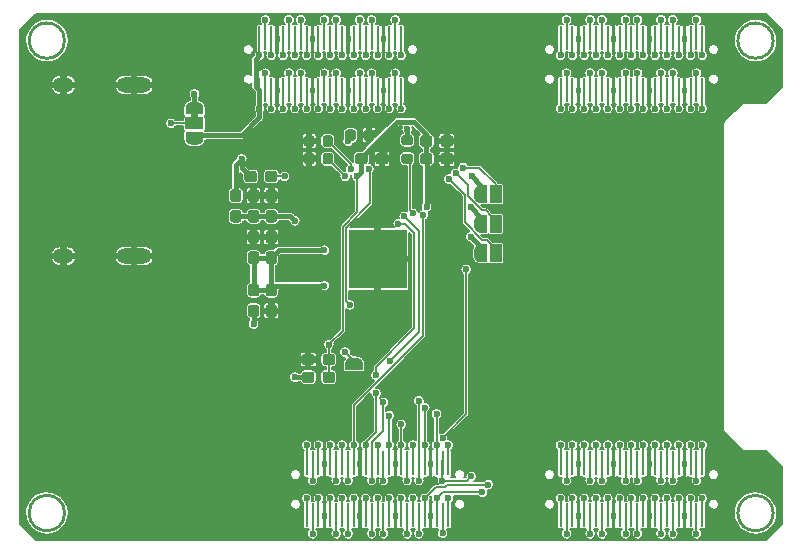
<source format=gbr>
G04 #@! TF.GenerationSoftware,KiCad,Pcbnew,(5.1.2-1)-1*
G04 #@! TF.CreationDate,2020-04-01T22:22:55+05:30*
G04 #@! TF.ProjectId,Alchitry_HDMI_Shield,416c6368-6974-4727-995f-48444d495f53,rev?*
G04 #@! TF.SameCoordinates,Original*
G04 #@! TF.FileFunction,Copper,L2,Bot*
G04 #@! TF.FilePolarity,Positive*
%FSLAX46Y46*%
G04 Gerber Fmt 4.6, Leading zero omitted, Abs format (unit mm)*
G04 Created by KiCad (PCBNEW (5.1.2-1)-1) date 2020-04-01 22:22:55*
%MOMM*%
%LPD*%
G04 APERTURE LIST*
%ADD10C,0.254000*%
%ADD11C,0.100000*%
%ADD12R,5.000000X5.000000*%
%ADD13C,0.500000*%
%ADD14R,0.250000X2.000000*%
%ADD15C,0.875000*%
%ADD16C,0.950000*%
%ADD17R,1.000000X1.500000*%
%ADD18R,1.500000X1.000000*%
%ADD19O,1.800000X1.300000*%
%ADD20O,3.000000X1.300000*%
%ADD21C,0.600000*%
%ADD22C,0.152400*%
%ADD23C,0.381000*%
%ADD24C,0.127000*%
G04 APERTURE END LIST*
D10*
X76000000Y-54500000D02*
G75*
G03X76000000Y-54500000I-1500000J0D01*
G01*
X76000000Y-14500000D02*
G75*
G03X76000000Y-14500000I-1500000J0D01*
G01*
X16000000Y-14500000D02*
G75*
G03X16000000Y-14500000I-1500000J0D01*
G01*
X16000000Y-54500000D02*
G75*
G03X16000000Y-54500000I-1500000J0D01*
G01*
D11*
G36*
X26700000Y-20600000D02*
G01*
X26700000Y-21100000D01*
X27300000Y-21100000D01*
X27300000Y-20600000D01*
X26700000Y-20600000D01*
G37*
D12*
X42500000Y-33000000D03*
D13*
X44500000Y-31000000D03*
X44500000Y-32000000D03*
X44500000Y-33000000D03*
X44500000Y-34000000D03*
X44500000Y-35000000D03*
X43500000Y-35000000D03*
X43500000Y-32000000D03*
X43500000Y-31000000D03*
X43500000Y-33000000D03*
X43500000Y-34000000D03*
X42500000Y-35000000D03*
X42500000Y-32000000D03*
X42500000Y-31000000D03*
X42500000Y-33000000D03*
X42500000Y-34000000D03*
X41500000Y-35000000D03*
X41500000Y-32000000D03*
X41500000Y-31000000D03*
X41500000Y-33000000D03*
X41500000Y-34000000D03*
X40500000Y-35000000D03*
X40500000Y-32000000D03*
X40500000Y-31000000D03*
X40500000Y-33000000D03*
X40500000Y-34000000D03*
D14*
X48500000Y-54700000D03*
X48000000Y-54700000D03*
X47500000Y-54700000D03*
X47000000Y-54700000D03*
X46500000Y-54700000D03*
X46000000Y-54700000D03*
X45500000Y-54700000D03*
X45000000Y-54700000D03*
X44500000Y-54700000D03*
X44000000Y-54700000D03*
X43500000Y-54700000D03*
X43000000Y-54700000D03*
X36500000Y-54700000D03*
X37000000Y-54700000D03*
X37500000Y-54700000D03*
X38000000Y-54700000D03*
X38500000Y-54700000D03*
X39000000Y-54700000D03*
X39500000Y-54700000D03*
X40000000Y-54700000D03*
X40500000Y-54700000D03*
X41000000Y-54700000D03*
X41500000Y-54700000D03*
X42000000Y-54700000D03*
X42500000Y-54700000D03*
X36500000Y-50300000D03*
X37000000Y-50300000D03*
X37500000Y-50300000D03*
X38000000Y-50300000D03*
X38500000Y-50300000D03*
X39000000Y-50300000D03*
X39500000Y-50300000D03*
X40000000Y-50300000D03*
X40500000Y-50300000D03*
X41000000Y-50300000D03*
X41500000Y-50300000D03*
X42000000Y-50300000D03*
X48500000Y-50300000D03*
X48000000Y-50300000D03*
X47500000Y-50300000D03*
X47000000Y-50300000D03*
X46500000Y-50300000D03*
X46000000Y-50300000D03*
X45500000Y-50300000D03*
X45000000Y-50300000D03*
X44500000Y-50300000D03*
X44000000Y-50300000D03*
X43500000Y-50300000D03*
X43000000Y-50300000D03*
X42500000Y-50300000D03*
X70000000Y-54700000D03*
X69500000Y-54700000D03*
X69000000Y-54700000D03*
X68500000Y-54700000D03*
X68000000Y-54700000D03*
X67500000Y-54700000D03*
X67000000Y-54700000D03*
X66500000Y-54700000D03*
X66000000Y-54700000D03*
X65500000Y-54700000D03*
X65000000Y-54700000D03*
X64500000Y-54700000D03*
X58000000Y-54700000D03*
X58500000Y-54700000D03*
X59000000Y-54700000D03*
X59500000Y-54700000D03*
X60000000Y-54700000D03*
X60500000Y-54700000D03*
X61000000Y-54700000D03*
X61500000Y-54700000D03*
X62000000Y-54700000D03*
X62500000Y-54700000D03*
X63000000Y-54700000D03*
X63500000Y-54700000D03*
X64000000Y-54700000D03*
X58000000Y-50300000D03*
X58500000Y-50300000D03*
X59000000Y-50300000D03*
X59500000Y-50300000D03*
X60000000Y-50300000D03*
X60500000Y-50300000D03*
X61000000Y-50300000D03*
X61500000Y-50300000D03*
X62000000Y-50300000D03*
X62500000Y-50300000D03*
X63000000Y-50300000D03*
X63500000Y-50300000D03*
X70000000Y-50300000D03*
X69500000Y-50300000D03*
X69000000Y-50300000D03*
X68500000Y-50300000D03*
X68000000Y-50300000D03*
X67500000Y-50300000D03*
X67000000Y-50300000D03*
X66500000Y-50300000D03*
X66000000Y-50300000D03*
X65500000Y-50300000D03*
X65000000Y-50300000D03*
X64500000Y-50300000D03*
X64000000Y-50300000D03*
X44500000Y-18700000D03*
X44000000Y-18700000D03*
X43500000Y-18700000D03*
X43000000Y-18700000D03*
X42500000Y-18700000D03*
X42000000Y-18700000D03*
X41500000Y-18700000D03*
X41000000Y-18700000D03*
X40500000Y-18700000D03*
X40000000Y-18700000D03*
X39500000Y-18700000D03*
X39000000Y-18700000D03*
X32500000Y-18700000D03*
X33000000Y-18700000D03*
X33500000Y-18700000D03*
X34000000Y-18700000D03*
X34500000Y-18700000D03*
X35000000Y-18700000D03*
X35500000Y-18700000D03*
X36000000Y-18700000D03*
X36500000Y-18700000D03*
X37000000Y-18700000D03*
X37500000Y-18700000D03*
X38000000Y-18700000D03*
X38500000Y-18700000D03*
X32500000Y-14300000D03*
X33000000Y-14300000D03*
X33500000Y-14300000D03*
X34000000Y-14300000D03*
X34500000Y-14300000D03*
X35000000Y-14300000D03*
X35500000Y-14300000D03*
X36000000Y-14300000D03*
X36500000Y-14300000D03*
X37000000Y-14300000D03*
X37500000Y-14300000D03*
X38000000Y-14300000D03*
X44500000Y-14300000D03*
X44000000Y-14300000D03*
X43500000Y-14300000D03*
X43000000Y-14300000D03*
X42500000Y-14300000D03*
X42000000Y-14300000D03*
X41500000Y-14300000D03*
X41000000Y-14300000D03*
X40500000Y-14300000D03*
X40000000Y-14300000D03*
X39500000Y-14300000D03*
X39000000Y-14300000D03*
X38500000Y-14300000D03*
X70000000Y-18700000D03*
X69500000Y-18700000D03*
X69000000Y-18700000D03*
X68500000Y-18700000D03*
X68000000Y-18700000D03*
X67500000Y-18700000D03*
X67000000Y-18700000D03*
X66500000Y-18700000D03*
X66000000Y-18700000D03*
X65500000Y-18700000D03*
X65000000Y-18700000D03*
X64500000Y-18700000D03*
X58000000Y-18700000D03*
X58500000Y-18700000D03*
X59000000Y-18700000D03*
X59500000Y-18700000D03*
X60000000Y-18700000D03*
X60500000Y-18700000D03*
X61000000Y-18700000D03*
X61500000Y-18700000D03*
X62000000Y-18700000D03*
X62500000Y-18700000D03*
X63000000Y-18700000D03*
X63500000Y-18700000D03*
X64000000Y-18700000D03*
X58000000Y-14300000D03*
X58500000Y-14300000D03*
X59000000Y-14300000D03*
X59500000Y-14300000D03*
X60000000Y-14300000D03*
X60500000Y-14300000D03*
X61000000Y-14300000D03*
X61500000Y-14300000D03*
X62000000Y-14300000D03*
X62500000Y-14300000D03*
X63000000Y-14300000D03*
X63500000Y-14300000D03*
X70000000Y-14300000D03*
X69500000Y-14300000D03*
X69000000Y-14300000D03*
X68500000Y-14300000D03*
X68000000Y-14300000D03*
X67500000Y-14300000D03*
X67000000Y-14300000D03*
X66500000Y-14300000D03*
X66000000Y-14300000D03*
X65500000Y-14300000D03*
X65000000Y-14300000D03*
X64500000Y-14300000D03*
X64000000Y-14300000D03*
D11*
G36*
X42027691Y-22026053D02*
G01*
X42048926Y-22029203D01*
X42069750Y-22034419D01*
X42089962Y-22041651D01*
X42109368Y-22050830D01*
X42127781Y-22061866D01*
X42145024Y-22074654D01*
X42160930Y-22089070D01*
X42175346Y-22104976D01*
X42188134Y-22122219D01*
X42199170Y-22140632D01*
X42208349Y-22160038D01*
X42215581Y-22180250D01*
X42220797Y-22201074D01*
X42223947Y-22222309D01*
X42225000Y-22243750D01*
X42225000Y-22756250D01*
X42223947Y-22777691D01*
X42220797Y-22798926D01*
X42215581Y-22819750D01*
X42208349Y-22839962D01*
X42199170Y-22859368D01*
X42188134Y-22877781D01*
X42175346Y-22895024D01*
X42160930Y-22910930D01*
X42145024Y-22925346D01*
X42127781Y-22938134D01*
X42109368Y-22949170D01*
X42089962Y-22958349D01*
X42069750Y-22965581D01*
X42048926Y-22970797D01*
X42027691Y-22973947D01*
X42006250Y-22975000D01*
X41568750Y-22975000D01*
X41547309Y-22973947D01*
X41526074Y-22970797D01*
X41505250Y-22965581D01*
X41485038Y-22958349D01*
X41465632Y-22949170D01*
X41447219Y-22938134D01*
X41429976Y-22925346D01*
X41414070Y-22910930D01*
X41399654Y-22895024D01*
X41386866Y-22877781D01*
X41375830Y-22859368D01*
X41366651Y-22839962D01*
X41359419Y-22819750D01*
X41354203Y-22798926D01*
X41351053Y-22777691D01*
X41350000Y-22756250D01*
X41350000Y-22243750D01*
X41351053Y-22222309D01*
X41354203Y-22201074D01*
X41359419Y-22180250D01*
X41366651Y-22160038D01*
X41375830Y-22140632D01*
X41386866Y-22122219D01*
X41399654Y-22104976D01*
X41414070Y-22089070D01*
X41429976Y-22074654D01*
X41447219Y-22061866D01*
X41465632Y-22050830D01*
X41485038Y-22041651D01*
X41505250Y-22034419D01*
X41526074Y-22029203D01*
X41547309Y-22026053D01*
X41568750Y-22025000D01*
X42006250Y-22025000D01*
X42027691Y-22026053D01*
X42027691Y-22026053D01*
G37*
D15*
X41787500Y-22500000D03*
D11*
G36*
X40452691Y-22026053D02*
G01*
X40473926Y-22029203D01*
X40494750Y-22034419D01*
X40514962Y-22041651D01*
X40534368Y-22050830D01*
X40552781Y-22061866D01*
X40570024Y-22074654D01*
X40585930Y-22089070D01*
X40600346Y-22104976D01*
X40613134Y-22122219D01*
X40624170Y-22140632D01*
X40633349Y-22160038D01*
X40640581Y-22180250D01*
X40645797Y-22201074D01*
X40648947Y-22222309D01*
X40650000Y-22243750D01*
X40650000Y-22756250D01*
X40648947Y-22777691D01*
X40645797Y-22798926D01*
X40640581Y-22819750D01*
X40633349Y-22839962D01*
X40624170Y-22859368D01*
X40613134Y-22877781D01*
X40600346Y-22895024D01*
X40585930Y-22910930D01*
X40570024Y-22925346D01*
X40552781Y-22938134D01*
X40534368Y-22949170D01*
X40514962Y-22958349D01*
X40494750Y-22965581D01*
X40473926Y-22970797D01*
X40452691Y-22973947D01*
X40431250Y-22975000D01*
X39993750Y-22975000D01*
X39972309Y-22973947D01*
X39951074Y-22970797D01*
X39930250Y-22965581D01*
X39910038Y-22958349D01*
X39890632Y-22949170D01*
X39872219Y-22938134D01*
X39854976Y-22925346D01*
X39839070Y-22910930D01*
X39824654Y-22895024D01*
X39811866Y-22877781D01*
X39800830Y-22859368D01*
X39791651Y-22839962D01*
X39784419Y-22819750D01*
X39779203Y-22798926D01*
X39776053Y-22777691D01*
X39775000Y-22756250D01*
X39775000Y-22243750D01*
X39776053Y-22222309D01*
X39779203Y-22201074D01*
X39784419Y-22180250D01*
X39791651Y-22160038D01*
X39800830Y-22140632D01*
X39811866Y-22122219D01*
X39824654Y-22104976D01*
X39839070Y-22089070D01*
X39854976Y-22074654D01*
X39872219Y-22061866D01*
X39890632Y-22050830D01*
X39910038Y-22041651D01*
X39930250Y-22034419D01*
X39951074Y-22029203D01*
X39972309Y-22026053D01*
X39993750Y-22025000D01*
X40431250Y-22025000D01*
X40452691Y-22026053D01*
X40452691Y-22026053D01*
G37*
D15*
X40212500Y-22500000D03*
D11*
G36*
X45277691Y-22488553D02*
G01*
X45298926Y-22491703D01*
X45319750Y-22496919D01*
X45339962Y-22504151D01*
X45359368Y-22513330D01*
X45377781Y-22524366D01*
X45395024Y-22537154D01*
X45410930Y-22551570D01*
X45425346Y-22567476D01*
X45438134Y-22584719D01*
X45449170Y-22603132D01*
X45458349Y-22622538D01*
X45465581Y-22642750D01*
X45470797Y-22663574D01*
X45473947Y-22684809D01*
X45475000Y-22706250D01*
X45475000Y-23143750D01*
X45473947Y-23165191D01*
X45470797Y-23186426D01*
X45465581Y-23207250D01*
X45458349Y-23227462D01*
X45449170Y-23246868D01*
X45438134Y-23265281D01*
X45425346Y-23282524D01*
X45410930Y-23298430D01*
X45395024Y-23312846D01*
X45377781Y-23325634D01*
X45359368Y-23336670D01*
X45339962Y-23345849D01*
X45319750Y-23353081D01*
X45298926Y-23358297D01*
X45277691Y-23361447D01*
X45256250Y-23362500D01*
X44743750Y-23362500D01*
X44722309Y-23361447D01*
X44701074Y-23358297D01*
X44680250Y-23353081D01*
X44660038Y-23345849D01*
X44640632Y-23336670D01*
X44622219Y-23325634D01*
X44604976Y-23312846D01*
X44589070Y-23298430D01*
X44574654Y-23282524D01*
X44561866Y-23265281D01*
X44550830Y-23246868D01*
X44541651Y-23227462D01*
X44534419Y-23207250D01*
X44529203Y-23186426D01*
X44526053Y-23165191D01*
X44525000Y-23143750D01*
X44525000Y-22706250D01*
X44526053Y-22684809D01*
X44529203Y-22663574D01*
X44534419Y-22642750D01*
X44541651Y-22622538D01*
X44550830Y-22603132D01*
X44561866Y-22584719D01*
X44574654Y-22567476D01*
X44589070Y-22551570D01*
X44604976Y-22537154D01*
X44622219Y-22524366D01*
X44640632Y-22513330D01*
X44660038Y-22504151D01*
X44680250Y-22496919D01*
X44701074Y-22491703D01*
X44722309Y-22488553D01*
X44743750Y-22487500D01*
X45256250Y-22487500D01*
X45277691Y-22488553D01*
X45277691Y-22488553D01*
G37*
D15*
X45000000Y-22925000D03*
D11*
G36*
X45277691Y-24063553D02*
G01*
X45298926Y-24066703D01*
X45319750Y-24071919D01*
X45339962Y-24079151D01*
X45359368Y-24088330D01*
X45377781Y-24099366D01*
X45395024Y-24112154D01*
X45410930Y-24126570D01*
X45425346Y-24142476D01*
X45438134Y-24159719D01*
X45449170Y-24178132D01*
X45458349Y-24197538D01*
X45465581Y-24217750D01*
X45470797Y-24238574D01*
X45473947Y-24259809D01*
X45475000Y-24281250D01*
X45475000Y-24718750D01*
X45473947Y-24740191D01*
X45470797Y-24761426D01*
X45465581Y-24782250D01*
X45458349Y-24802462D01*
X45449170Y-24821868D01*
X45438134Y-24840281D01*
X45425346Y-24857524D01*
X45410930Y-24873430D01*
X45395024Y-24887846D01*
X45377781Y-24900634D01*
X45359368Y-24911670D01*
X45339962Y-24920849D01*
X45319750Y-24928081D01*
X45298926Y-24933297D01*
X45277691Y-24936447D01*
X45256250Y-24937500D01*
X44743750Y-24937500D01*
X44722309Y-24936447D01*
X44701074Y-24933297D01*
X44680250Y-24928081D01*
X44660038Y-24920849D01*
X44640632Y-24911670D01*
X44622219Y-24900634D01*
X44604976Y-24887846D01*
X44589070Y-24873430D01*
X44574654Y-24857524D01*
X44561866Y-24840281D01*
X44550830Y-24821868D01*
X44541651Y-24802462D01*
X44534419Y-24782250D01*
X44529203Y-24761426D01*
X44526053Y-24740191D01*
X44525000Y-24718750D01*
X44525000Y-24281250D01*
X44526053Y-24259809D01*
X44529203Y-24238574D01*
X44534419Y-24217750D01*
X44541651Y-24197538D01*
X44550830Y-24178132D01*
X44561866Y-24159719D01*
X44574654Y-24142476D01*
X44589070Y-24126570D01*
X44604976Y-24112154D01*
X44622219Y-24099366D01*
X44640632Y-24088330D01*
X44660038Y-24079151D01*
X44680250Y-24071919D01*
X44701074Y-24066703D01*
X44722309Y-24063553D01*
X44743750Y-24062500D01*
X45256250Y-24062500D01*
X45277691Y-24063553D01*
X45277691Y-24063553D01*
G37*
D15*
X45000000Y-24500000D03*
D11*
G36*
X36952691Y-24026053D02*
G01*
X36973926Y-24029203D01*
X36994750Y-24034419D01*
X37014962Y-24041651D01*
X37034368Y-24050830D01*
X37052781Y-24061866D01*
X37070024Y-24074654D01*
X37085930Y-24089070D01*
X37100346Y-24104976D01*
X37113134Y-24122219D01*
X37124170Y-24140632D01*
X37133349Y-24160038D01*
X37140581Y-24180250D01*
X37145797Y-24201074D01*
X37148947Y-24222309D01*
X37150000Y-24243750D01*
X37150000Y-24756250D01*
X37148947Y-24777691D01*
X37145797Y-24798926D01*
X37140581Y-24819750D01*
X37133349Y-24839962D01*
X37124170Y-24859368D01*
X37113134Y-24877781D01*
X37100346Y-24895024D01*
X37085930Y-24910930D01*
X37070024Y-24925346D01*
X37052781Y-24938134D01*
X37034368Y-24949170D01*
X37014962Y-24958349D01*
X36994750Y-24965581D01*
X36973926Y-24970797D01*
X36952691Y-24973947D01*
X36931250Y-24975000D01*
X36493750Y-24975000D01*
X36472309Y-24973947D01*
X36451074Y-24970797D01*
X36430250Y-24965581D01*
X36410038Y-24958349D01*
X36390632Y-24949170D01*
X36372219Y-24938134D01*
X36354976Y-24925346D01*
X36339070Y-24910930D01*
X36324654Y-24895024D01*
X36311866Y-24877781D01*
X36300830Y-24859368D01*
X36291651Y-24839962D01*
X36284419Y-24819750D01*
X36279203Y-24798926D01*
X36276053Y-24777691D01*
X36275000Y-24756250D01*
X36275000Y-24243750D01*
X36276053Y-24222309D01*
X36279203Y-24201074D01*
X36284419Y-24180250D01*
X36291651Y-24160038D01*
X36300830Y-24140632D01*
X36311866Y-24122219D01*
X36324654Y-24104976D01*
X36339070Y-24089070D01*
X36354976Y-24074654D01*
X36372219Y-24061866D01*
X36390632Y-24050830D01*
X36410038Y-24041651D01*
X36430250Y-24034419D01*
X36451074Y-24029203D01*
X36472309Y-24026053D01*
X36493750Y-24025000D01*
X36931250Y-24025000D01*
X36952691Y-24026053D01*
X36952691Y-24026053D01*
G37*
D15*
X36712500Y-24500000D03*
D11*
G36*
X38527691Y-24026053D02*
G01*
X38548926Y-24029203D01*
X38569750Y-24034419D01*
X38589962Y-24041651D01*
X38609368Y-24050830D01*
X38627781Y-24061866D01*
X38645024Y-24074654D01*
X38660930Y-24089070D01*
X38675346Y-24104976D01*
X38688134Y-24122219D01*
X38699170Y-24140632D01*
X38708349Y-24160038D01*
X38715581Y-24180250D01*
X38720797Y-24201074D01*
X38723947Y-24222309D01*
X38725000Y-24243750D01*
X38725000Y-24756250D01*
X38723947Y-24777691D01*
X38720797Y-24798926D01*
X38715581Y-24819750D01*
X38708349Y-24839962D01*
X38699170Y-24859368D01*
X38688134Y-24877781D01*
X38675346Y-24895024D01*
X38660930Y-24910930D01*
X38645024Y-24925346D01*
X38627781Y-24938134D01*
X38609368Y-24949170D01*
X38589962Y-24958349D01*
X38569750Y-24965581D01*
X38548926Y-24970797D01*
X38527691Y-24973947D01*
X38506250Y-24975000D01*
X38068750Y-24975000D01*
X38047309Y-24973947D01*
X38026074Y-24970797D01*
X38005250Y-24965581D01*
X37985038Y-24958349D01*
X37965632Y-24949170D01*
X37947219Y-24938134D01*
X37929976Y-24925346D01*
X37914070Y-24910930D01*
X37899654Y-24895024D01*
X37886866Y-24877781D01*
X37875830Y-24859368D01*
X37866651Y-24839962D01*
X37859419Y-24819750D01*
X37854203Y-24798926D01*
X37851053Y-24777691D01*
X37850000Y-24756250D01*
X37850000Y-24243750D01*
X37851053Y-24222309D01*
X37854203Y-24201074D01*
X37859419Y-24180250D01*
X37866651Y-24160038D01*
X37875830Y-24140632D01*
X37886866Y-24122219D01*
X37899654Y-24104976D01*
X37914070Y-24089070D01*
X37929976Y-24074654D01*
X37947219Y-24061866D01*
X37965632Y-24050830D01*
X37985038Y-24041651D01*
X38005250Y-24034419D01*
X38026074Y-24029203D01*
X38047309Y-24026053D01*
X38068750Y-24025000D01*
X38506250Y-24025000D01*
X38527691Y-24026053D01*
X38527691Y-24026053D01*
G37*
D15*
X38287500Y-24500000D03*
D11*
G36*
X36952691Y-22526053D02*
G01*
X36973926Y-22529203D01*
X36994750Y-22534419D01*
X37014962Y-22541651D01*
X37034368Y-22550830D01*
X37052781Y-22561866D01*
X37070024Y-22574654D01*
X37085930Y-22589070D01*
X37100346Y-22604976D01*
X37113134Y-22622219D01*
X37124170Y-22640632D01*
X37133349Y-22660038D01*
X37140581Y-22680250D01*
X37145797Y-22701074D01*
X37148947Y-22722309D01*
X37150000Y-22743750D01*
X37150000Y-23256250D01*
X37148947Y-23277691D01*
X37145797Y-23298926D01*
X37140581Y-23319750D01*
X37133349Y-23339962D01*
X37124170Y-23359368D01*
X37113134Y-23377781D01*
X37100346Y-23395024D01*
X37085930Y-23410930D01*
X37070024Y-23425346D01*
X37052781Y-23438134D01*
X37034368Y-23449170D01*
X37014962Y-23458349D01*
X36994750Y-23465581D01*
X36973926Y-23470797D01*
X36952691Y-23473947D01*
X36931250Y-23475000D01*
X36493750Y-23475000D01*
X36472309Y-23473947D01*
X36451074Y-23470797D01*
X36430250Y-23465581D01*
X36410038Y-23458349D01*
X36390632Y-23449170D01*
X36372219Y-23438134D01*
X36354976Y-23425346D01*
X36339070Y-23410930D01*
X36324654Y-23395024D01*
X36311866Y-23377781D01*
X36300830Y-23359368D01*
X36291651Y-23339962D01*
X36284419Y-23319750D01*
X36279203Y-23298926D01*
X36276053Y-23277691D01*
X36275000Y-23256250D01*
X36275000Y-22743750D01*
X36276053Y-22722309D01*
X36279203Y-22701074D01*
X36284419Y-22680250D01*
X36291651Y-22660038D01*
X36300830Y-22640632D01*
X36311866Y-22622219D01*
X36324654Y-22604976D01*
X36339070Y-22589070D01*
X36354976Y-22574654D01*
X36372219Y-22561866D01*
X36390632Y-22550830D01*
X36410038Y-22541651D01*
X36430250Y-22534419D01*
X36451074Y-22529203D01*
X36472309Y-22526053D01*
X36493750Y-22525000D01*
X36931250Y-22525000D01*
X36952691Y-22526053D01*
X36952691Y-22526053D01*
G37*
D15*
X36712500Y-23000000D03*
D11*
G36*
X38527691Y-22526053D02*
G01*
X38548926Y-22529203D01*
X38569750Y-22534419D01*
X38589962Y-22541651D01*
X38609368Y-22550830D01*
X38627781Y-22561866D01*
X38645024Y-22574654D01*
X38660930Y-22589070D01*
X38675346Y-22604976D01*
X38688134Y-22622219D01*
X38699170Y-22640632D01*
X38708349Y-22660038D01*
X38715581Y-22680250D01*
X38720797Y-22701074D01*
X38723947Y-22722309D01*
X38725000Y-22743750D01*
X38725000Y-23256250D01*
X38723947Y-23277691D01*
X38720797Y-23298926D01*
X38715581Y-23319750D01*
X38708349Y-23339962D01*
X38699170Y-23359368D01*
X38688134Y-23377781D01*
X38675346Y-23395024D01*
X38660930Y-23410930D01*
X38645024Y-23425346D01*
X38627781Y-23438134D01*
X38609368Y-23449170D01*
X38589962Y-23458349D01*
X38569750Y-23465581D01*
X38548926Y-23470797D01*
X38527691Y-23473947D01*
X38506250Y-23475000D01*
X38068750Y-23475000D01*
X38047309Y-23473947D01*
X38026074Y-23470797D01*
X38005250Y-23465581D01*
X37985038Y-23458349D01*
X37965632Y-23449170D01*
X37947219Y-23438134D01*
X37929976Y-23425346D01*
X37914070Y-23410930D01*
X37899654Y-23395024D01*
X37886866Y-23377781D01*
X37875830Y-23359368D01*
X37866651Y-23339962D01*
X37859419Y-23319750D01*
X37854203Y-23298926D01*
X37851053Y-23277691D01*
X37850000Y-23256250D01*
X37850000Y-22743750D01*
X37851053Y-22722309D01*
X37854203Y-22701074D01*
X37859419Y-22680250D01*
X37866651Y-22660038D01*
X37875830Y-22640632D01*
X37886866Y-22622219D01*
X37899654Y-22604976D01*
X37914070Y-22589070D01*
X37929976Y-22574654D01*
X37947219Y-22561866D01*
X37965632Y-22550830D01*
X37985038Y-22541651D01*
X38005250Y-22534419D01*
X38026074Y-22529203D01*
X38047309Y-22526053D01*
X38068750Y-22525000D01*
X38506250Y-22525000D01*
X38527691Y-22526053D01*
X38527691Y-22526053D01*
G37*
D15*
X38287500Y-23000000D03*
D11*
G36*
X33810779Y-25526144D02*
G01*
X33833834Y-25529563D01*
X33856443Y-25535227D01*
X33878387Y-25543079D01*
X33899457Y-25553044D01*
X33919448Y-25565026D01*
X33938168Y-25578910D01*
X33955438Y-25594562D01*
X33971090Y-25611832D01*
X33984974Y-25630552D01*
X33996956Y-25650543D01*
X34006921Y-25671613D01*
X34014773Y-25693557D01*
X34020437Y-25716166D01*
X34023856Y-25739221D01*
X34025000Y-25762500D01*
X34025000Y-26237500D01*
X34023856Y-26260779D01*
X34020437Y-26283834D01*
X34014773Y-26306443D01*
X34006921Y-26328387D01*
X33996956Y-26349457D01*
X33984974Y-26369448D01*
X33971090Y-26388168D01*
X33955438Y-26405438D01*
X33938168Y-26421090D01*
X33919448Y-26434974D01*
X33899457Y-26446956D01*
X33878387Y-26456921D01*
X33856443Y-26464773D01*
X33833834Y-26470437D01*
X33810779Y-26473856D01*
X33787500Y-26475000D01*
X33212500Y-26475000D01*
X33189221Y-26473856D01*
X33166166Y-26470437D01*
X33143557Y-26464773D01*
X33121613Y-26456921D01*
X33100543Y-26446956D01*
X33080552Y-26434974D01*
X33061832Y-26421090D01*
X33044562Y-26405438D01*
X33028910Y-26388168D01*
X33015026Y-26369448D01*
X33003044Y-26349457D01*
X32993079Y-26328387D01*
X32985227Y-26306443D01*
X32979563Y-26283834D01*
X32976144Y-26260779D01*
X32975000Y-26237500D01*
X32975000Y-25762500D01*
X32976144Y-25739221D01*
X32979563Y-25716166D01*
X32985227Y-25693557D01*
X32993079Y-25671613D01*
X33003044Y-25650543D01*
X33015026Y-25630552D01*
X33028910Y-25611832D01*
X33044562Y-25594562D01*
X33061832Y-25578910D01*
X33080552Y-25565026D01*
X33100543Y-25553044D01*
X33121613Y-25543079D01*
X33143557Y-25535227D01*
X33166166Y-25529563D01*
X33189221Y-25526144D01*
X33212500Y-25525000D01*
X33787500Y-25525000D01*
X33810779Y-25526144D01*
X33810779Y-25526144D01*
G37*
D16*
X33500000Y-26000000D03*
D11*
G36*
X32060779Y-25526144D02*
G01*
X32083834Y-25529563D01*
X32106443Y-25535227D01*
X32128387Y-25543079D01*
X32149457Y-25553044D01*
X32169448Y-25565026D01*
X32188168Y-25578910D01*
X32205438Y-25594562D01*
X32221090Y-25611832D01*
X32234974Y-25630552D01*
X32246956Y-25650543D01*
X32256921Y-25671613D01*
X32264773Y-25693557D01*
X32270437Y-25716166D01*
X32273856Y-25739221D01*
X32275000Y-25762500D01*
X32275000Y-26237500D01*
X32273856Y-26260779D01*
X32270437Y-26283834D01*
X32264773Y-26306443D01*
X32256921Y-26328387D01*
X32246956Y-26349457D01*
X32234974Y-26369448D01*
X32221090Y-26388168D01*
X32205438Y-26405438D01*
X32188168Y-26421090D01*
X32169448Y-26434974D01*
X32149457Y-26446956D01*
X32128387Y-26456921D01*
X32106443Y-26464773D01*
X32083834Y-26470437D01*
X32060779Y-26473856D01*
X32037500Y-26475000D01*
X31462500Y-26475000D01*
X31439221Y-26473856D01*
X31416166Y-26470437D01*
X31393557Y-26464773D01*
X31371613Y-26456921D01*
X31350543Y-26446956D01*
X31330552Y-26434974D01*
X31311832Y-26421090D01*
X31294562Y-26405438D01*
X31278910Y-26388168D01*
X31265026Y-26369448D01*
X31253044Y-26349457D01*
X31243079Y-26328387D01*
X31235227Y-26306443D01*
X31229563Y-26283834D01*
X31226144Y-26260779D01*
X31225000Y-26237500D01*
X31225000Y-25762500D01*
X31226144Y-25739221D01*
X31229563Y-25716166D01*
X31235227Y-25693557D01*
X31243079Y-25671613D01*
X31253044Y-25650543D01*
X31265026Y-25630552D01*
X31278910Y-25611832D01*
X31294562Y-25594562D01*
X31311832Y-25578910D01*
X31330552Y-25565026D01*
X31350543Y-25553044D01*
X31371613Y-25543079D01*
X31393557Y-25535227D01*
X31416166Y-25529563D01*
X31439221Y-25526144D01*
X31462500Y-25525000D01*
X32037500Y-25525000D01*
X32060779Y-25526144D01*
X32060779Y-25526144D01*
G37*
D16*
X31750000Y-26000000D03*
D11*
G36*
X30760779Y-28851144D02*
G01*
X30783834Y-28854563D01*
X30806443Y-28860227D01*
X30828387Y-28868079D01*
X30849457Y-28878044D01*
X30869448Y-28890026D01*
X30888168Y-28903910D01*
X30905438Y-28919562D01*
X30921090Y-28936832D01*
X30934974Y-28955552D01*
X30946956Y-28975543D01*
X30956921Y-28996613D01*
X30964773Y-29018557D01*
X30970437Y-29041166D01*
X30973856Y-29064221D01*
X30975000Y-29087500D01*
X30975000Y-29662500D01*
X30973856Y-29685779D01*
X30970437Y-29708834D01*
X30964773Y-29731443D01*
X30956921Y-29753387D01*
X30946956Y-29774457D01*
X30934974Y-29794448D01*
X30921090Y-29813168D01*
X30905438Y-29830438D01*
X30888168Y-29846090D01*
X30869448Y-29859974D01*
X30849457Y-29871956D01*
X30828387Y-29881921D01*
X30806443Y-29889773D01*
X30783834Y-29895437D01*
X30760779Y-29898856D01*
X30737500Y-29900000D01*
X30262500Y-29900000D01*
X30239221Y-29898856D01*
X30216166Y-29895437D01*
X30193557Y-29889773D01*
X30171613Y-29881921D01*
X30150543Y-29871956D01*
X30130552Y-29859974D01*
X30111832Y-29846090D01*
X30094562Y-29830438D01*
X30078910Y-29813168D01*
X30065026Y-29794448D01*
X30053044Y-29774457D01*
X30043079Y-29753387D01*
X30035227Y-29731443D01*
X30029563Y-29708834D01*
X30026144Y-29685779D01*
X30025000Y-29662500D01*
X30025000Y-29087500D01*
X30026144Y-29064221D01*
X30029563Y-29041166D01*
X30035227Y-29018557D01*
X30043079Y-28996613D01*
X30053044Y-28975543D01*
X30065026Y-28955552D01*
X30078910Y-28936832D01*
X30094562Y-28919562D01*
X30111832Y-28903910D01*
X30130552Y-28890026D01*
X30150543Y-28878044D01*
X30171613Y-28868079D01*
X30193557Y-28860227D01*
X30216166Y-28854563D01*
X30239221Y-28851144D01*
X30262500Y-28850000D01*
X30737500Y-28850000D01*
X30760779Y-28851144D01*
X30760779Y-28851144D01*
G37*
D16*
X30500000Y-29375000D03*
D11*
G36*
X30760779Y-27101144D02*
G01*
X30783834Y-27104563D01*
X30806443Y-27110227D01*
X30828387Y-27118079D01*
X30849457Y-27128044D01*
X30869448Y-27140026D01*
X30888168Y-27153910D01*
X30905438Y-27169562D01*
X30921090Y-27186832D01*
X30934974Y-27205552D01*
X30946956Y-27225543D01*
X30956921Y-27246613D01*
X30964773Y-27268557D01*
X30970437Y-27291166D01*
X30973856Y-27314221D01*
X30975000Y-27337500D01*
X30975000Y-27912500D01*
X30973856Y-27935779D01*
X30970437Y-27958834D01*
X30964773Y-27981443D01*
X30956921Y-28003387D01*
X30946956Y-28024457D01*
X30934974Y-28044448D01*
X30921090Y-28063168D01*
X30905438Y-28080438D01*
X30888168Y-28096090D01*
X30869448Y-28109974D01*
X30849457Y-28121956D01*
X30828387Y-28131921D01*
X30806443Y-28139773D01*
X30783834Y-28145437D01*
X30760779Y-28148856D01*
X30737500Y-28150000D01*
X30262500Y-28150000D01*
X30239221Y-28148856D01*
X30216166Y-28145437D01*
X30193557Y-28139773D01*
X30171613Y-28131921D01*
X30150543Y-28121956D01*
X30130552Y-28109974D01*
X30111832Y-28096090D01*
X30094562Y-28080438D01*
X30078910Y-28063168D01*
X30065026Y-28044448D01*
X30053044Y-28024457D01*
X30043079Y-28003387D01*
X30035227Y-27981443D01*
X30029563Y-27958834D01*
X30026144Y-27935779D01*
X30025000Y-27912500D01*
X30025000Y-27337500D01*
X30026144Y-27314221D01*
X30029563Y-27291166D01*
X30035227Y-27268557D01*
X30043079Y-27246613D01*
X30053044Y-27225543D01*
X30065026Y-27205552D01*
X30078910Y-27186832D01*
X30094562Y-27169562D01*
X30111832Y-27153910D01*
X30130552Y-27140026D01*
X30150543Y-27128044D01*
X30171613Y-27118079D01*
X30193557Y-27110227D01*
X30216166Y-27104563D01*
X30239221Y-27101144D01*
X30262500Y-27100000D01*
X30737500Y-27100000D01*
X30760779Y-27101144D01*
X30760779Y-27101144D01*
G37*
D16*
X30500000Y-27625000D03*
D11*
G36*
X32260779Y-35101144D02*
G01*
X32283834Y-35104563D01*
X32306443Y-35110227D01*
X32328387Y-35118079D01*
X32349457Y-35128044D01*
X32369448Y-35140026D01*
X32388168Y-35153910D01*
X32405438Y-35169562D01*
X32421090Y-35186832D01*
X32434974Y-35205552D01*
X32446956Y-35225543D01*
X32456921Y-35246613D01*
X32464773Y-35268557D01*
X32470437Y-35291166D01*
X32473856Y-35314221D01*
X32475000Y-35337500D01*
X32475000Y-35912500D01*
X32473856Y-35935779D01*
X32470437Y-35958834D01*
X32464773Y-35981443D01*
X32456921Y-36003387D01*
X32446956Y-36024457D01*
X32434974Y-36044448D01*
X32421090Y-36063168D01*
X32405438Y-36080438D01*
X32388168Y-36096090D01*
X32369448Y-36109974D01*
X32349457Y-36121956D01*
X32328387Y-36131921D01*
X32306443Y-36139773D01*
X32283834Y-36145437D01*
X32260779Y-36148856D01*
X32237500Y-36150000D01*
X31762500Y-36150000D01*
X31739221Y-36148856D01*
X31716166Y-36145437D01*
X31693557Y-36139773D01*
X31671613Y-36131921D01*
X31650543Y-36121956D01*
X31630552Y-36109974D01*
X31611832Y-36096090D01*
X31594562Y-36080438D01*
X31578910Y-36063168D01*
X31565026Y-36044448D01*
X31553044Y-36024457D01*
X31543079Y-36003387D01*
X31535227Y-35981443D01*
X31529563Y-35958834D01*
X31526144Y-35935779D01*
X31525000Y-35912500D01*
X31525000Y-35337500D01*
X31526144Y-35314221D01*
X31529563Y-35291166D01*
X31535227Y-35268557D01*
X31543079Y-35246613D01*
X31553044Y-35225543D01*
X31565026Y-35205552D01*
X31578910Y-35186832D01*
X31594562Y-35169562D01*
X31611832Y-35153910D01*
X31630552Y-35140026D01*
X31650543Y-35128044D01*
X31671613Y-35118079D01*
X31693557Y-35110227D01*
X31716166Y-35104563D01*
X31739221Y-35101144D01*
X31762500Y-35100000D01*
X32237500Y-35100000D01*
X32260779Y-35101144D01*
X32260779Y-35101144D01*
G37*
D16*
X32000000Y-35625000D03*
D11*
G36*
X32260779Y-36851144D02*
G01*
X32283834Y-36854563D01*
X32306443Y-36860227D01*
X32328387Y-36868079D01*
X32349457Y-36878044D01*
X32369448Y-36890026D01*
X32388168Y-36903910D01*
X32405438Y-36919562D01*
X32421090Y-36936832D01*
X32434974Y-36955552D01*
X32446956Y-36975543D01*
X32456921Y-36996613D01*
X32464773Y-37018557D01*
X32470437Y-37041166D01*
X32473856Y-37064221D01*
X32475000Y-37087500D01*
X32475000Y-37662500D01*
X32473856Y-37685779D01*
X32470437Y-37708834D01*
X32464773Y-37731443D01*
X32456921Y-37753387D01*
X32446956Y-37774457D01*
X32434974Y-37794448D01*
X32421090Y-37813168D01*
X32405438Y-37830438D01*
X32388168Y-37846090D01*
X32369448Y-37859974D01*
X32349457Y-37871956D01*
X32328387Y-37881921D01*
X32306443Y-37889773D01*
X32283834Y-37895437D01*
X32260779Y-37898856D01*
X32237500Y-37900000D01*
X31762500Y-37900000D01*
X31739221Y-37898856D01*
X31716166Y-37895437D01*
X31693557Y-37889773D01*
X31671613Y-37881921D01*
X31650543Y-37871956D01*
X31630552Y-37859974D01*
X31611832Y-37846090D01*
X31594562Y-37830438D01*
X31578910Y-37813168D01*
X31565026Y-37794448D01*
X31553044Y-37774457D01*
X31543079Y-37753387D01*
X31535227Y-37731443D01*
X31529563Y-37708834D01*
X31526144Y-37685779D01*
X31525000Y-37662500D01*
X31525000Y-37087500D01*
X31526144Y-37064221D01*
X31529563Y-37041166D01*
X31535227Y-37018557D01*
X31543079Y-36996613D01*
X31553044Y-36975543D01*
X31565026Y-36955552D01*
X31578910Y-36936832D01*
X31594562Y-36919562D01*
X31611832Y-36903910D01*
X31630552Y-36890026D01*
X31650543Y-36878044D01*
X31671613Y-36868079D01*
X31693557Y-36860227D01*
X31716166Y-36854563D01*
X31739221Y-36851144D01*
X31762500Y-36850000D01*
X32237500Y-36850000D01*
X32260779Y-36851144D01*
X32260779Y-36851144D01*
G37*
D16*
X32000000Y-37375000D03*
D11*
G36*
X38685779Y-42526144D02*
G01*
X38708834Y-42529563D01*
X38731443Y-42535227D01*
X38753387Y-42543079D01*
X38774457Y-42553044D01*
X38794448Y-42565026D01*
X38813168Y-42578910D01*
X38830438Y-42594562D01*
X38846090Y-42611832D01*
X38859974Y-42630552D01*
X38871956Y-42650543D01*
X38881921Y-42671613D01*
X38889773Y-42693557D01*
X38895437Y-42716166D01*
X38898856Y-42739221D01*
X38900000Y-42762500D01*
X38900000Y-43237500D01*
X38898856Y-43260779D01*
X38895437Y-43283834D01*
X38889773Y-43306443D01*
X38881921Y-43328387D01*
X38871956Y-43349457D01*
X38859974Y-43369448D01*
X38846090Y-43388168D01*
X38830438Y-43405438D01*
X38813168Y-43421090D01*
X38794448Y-43434974D01*
X38774457Y-43446956D01*
X38753387Y-43456921D01*
X38731443Y-43464773D01*
X38708834Y-43470437D01*
X38685779Y-43473856D01*
X38662500Y-43475000D01*
X38087500Y-43475000D01*
X38064221Y-43473856D01*
X38041166Y-43470437D01*
X38018557Y-43464773D01*
X37996613Y-43456921D01*
X37975543Y-43446956D01*
X37955552Y-43434974D01*
X37936832Y-43421090D01*
X37919562Y-43405438D01*
X37903910Y-43388168D01*
X37890026Y-43369448D01*
X37878044Y-43349457D01*
X37868079Y-43328387D01*
X37860227Y-43306443D01*
X37854563Y-43283834D01*
X37851144Y-43260779D01*
X37850000Y-43237500D01*
X37850000Y-42762500D01*
X37851144Y-42739221D01*
X37854563Y-42716166D01*
X37860227Y-42693557D01*
X37868079Y-42671613D01*
X37878044Y-42650543D01*
X37890026Y-42630552D01*
X37903910Y-42611832D01*
X37919562Y-42594562D01*
X37936832Y-42578910D01*
X37955552Y-42565026D01*
X37975543Y-42553044D01*
X37996613Y-42543079D01*
X38018557Y-42535227D01*
X38041166Y-42529563D01*
X38064221Y-42526144D01*
X38087500Y-42525000D01*
X38662500Y-42525000D01*
X38685779Y-42526144D01*
X38685779Y-42526144D01*
G37*
D16*
X38375000Y-43000000D03*
D11*
G36*
X36935779Y-42526144D02*
G01*
X36958834Y-42529563D01*
X36981443Y-42535227D01*
X37003387Y-42543079D01*
X37024457Y-42553044D01*
X37044448Y-42565026D01*
X37063168Y-42578910D01*
X37080438Y-42594562D01*
X37096090Y-42611832D01*
X37109974Y-42630552D01*
X37121956Y-42650543D01*
X37131921Y-42671613D01*
X37139773Y-42693557D01*
X37145437Y-42716166D01*
X37148856Y-42739221D01*
X37150000Y-42762500D01*
X37150000Y-43237500D01*
X37148856Y-43260779D01*
X37145437Y-43283834D01*
X37139773Y-43306443D01*
X37131921Y-43328387D01*
X37121956Y-43349457D01*
X37109974Y-43369448D01*
X37096090Y-43388168D01*
X37080438Y-43405438D01*
X37063168Y-43421090D01*
X37044448Y-43434974D01*
X37024457Y-43446956D01*
X37003387Y-43456921D01*
X36981443Y-43464773D01*
X36958834Y-43470437D01*
X36935779Y-43473856D01*
X36912500Y-43475000D01*
X36337500Y-43475000D01*
X36314221Y-43473856D01*
X36291166Y-43470437D01*
X36268557Y-43464773D01*
X36246613Y-43456921D01*
X36225543Y-43446956D01*
X36205552Y-43434974D01*
X36186832Y-43421090D01*
X36169562Y-43405438D01*
X36153910Y-43388168D01*
X36140026Y-43369448D01*
X36128044Y-43349457D01*
X36118079Y-43328387D01*
X36110227Y-43306443D01*
X36104563Y-43283834D01*
X36101144Y-43260779D01*
X36100000Y-43237500D01*
X36100000Y-42762500D01*
X36101144Y-42739221D01*
X36104563Y-42716166D01*
X36110227Y-42693557D01*
X36118079Y-42671613D01*
X36128044Y-42650543D01*
X36140026Y-42630552D01*
X36153910Y-42611832D01*
X36169562Y-42594562D01*
X36186832Y-42578910D01*
X36205552Y-42565026D01*
X36225543Y-42553044D01*
X36246613Y-42543079D01*
X36268557Y-42535227D01*
X36291166Y-42529563D01*
X36314221Y-42526144D01*
X36337500Y-42525000D01*
X36912500Y-42525000D01*
X36935779Y-42526144D01*
X36935779Y-42526144D01*
G37*
D16*
X36625000Y-43000000D03*
D13*
X40500000Y-41850000D03*
D11*
G36*
X39750602Y-41850000D02*
G01*
X39750602Y-41825466D01*
X39755412Y-41776635D01*
X39764984Y-41728510D01*
X39779228Y-41681555D01*
X39798005Y-41636222D01*
X39821136Y-41592949D01*
X39848396Y-41552150D01*
X39879524Y-41514221D01*
X39914221Y-41479524D01*
X39952150Y-41448396D01*
X39992949Y-41421136D01*
X40036222Y-41398005D01*
X40081555Y-41379228D01*
X40128510Y-41364984D01*
X40176635Y-41355412D01*
X40225466Y-41350602D01*
X40250000Y-41350602D01*
X40250000Y-41350000D01*
X40750000Y-41350000D01*
X40750000Y-41350602D01*
X40774534Y-41350602D01*
X40823365Y-41355412D01*
X40871490Y-41364984D01*
X40918445Y-41379228D01*
X40963778Y-41398005D01*
X41007051Y-41421136D01*
X41047850Y-41448396D01*
X41085779Y-41479524D01*
X41120476Y-41514221D01*
X41151604Y-41552150D01*
X41178864Y-41592949D01*
X41201995Y-41636222D01*
X41220772Y-41681555D01*
X41235016Y-41728510D01*
X41244588Y-41776635D01*
X41249398Y-41825466D01*
X41249398Y-41850000D01*
X41250000Y-41850000D01*
X41250000Y-42350000D01*
X39750000Y-42350000D01*
X39750000Y-41850000D01*
X39750602Y-41850000D01*
X39750602Y-41850000D01*
G37*
D13*
X40500000Y-43150000D03*
D11*
G36*
X41250000Y-42650000D02*
G01*
X41250000Y-43150000D01*
X41249398Y-43150000D01*
X41249398Y-43174534D01*
X41244588Y-43223365D01*
X41235016Y-43271490D01*
X41220772Y-43318445D01*
X41201995Y-43363778D01*
X41178864Y-43407051D01*
X41151604Y-43447850D01*
X41120476Y-43485779D01*
X41085779Y-43520476D01*
X41047850Y-43551604D01*
X41007051Y-43578864D01*
X40963778Y-43601995D01*
X40918445Y-43620772D01*
X40871490Y-43635016D01*
X40823365Y-43644588D01*
X40774534Y-43649398D01*
X40750000Y-43649398D01*
X40750000Y-43650000D01*
X40250000Y-43650000D01*
X40250000Y-43649398D01*
X40225466Y-43649398D01*
X40176635Y-43644588D01*
X40128510Y-43635016D01*
X40081555Y-43620772D01*
X40036222Y-43601995D01*
X39992949Y-43578864D01*
X39952150Y-43551604D01*
X39914221Y-43520476D01*
X39879524Y-43485779D01*
X39848396Y-43447850D01*
X39821136Y-43407051D01*
X39798005Y-43363778D01*
X39779228Y-43318445D01*
X39764984Y-43271490D01*
X39755412Y-43223365D01*
X39750602Y-43174534D01*
X39750602Y-43150000D01*
X39750000Y-43150000D01*
X39750000Y-42650000D01*
X41250000Y-42650000D01*
X41250000Y-42650000D01*
G37*
D17*
X52500000Y-32500000D03*
D13*
X53800000Y-32500000D03*
D11*
G36*
X53800000Y-31750602D02*
G01*
X53824534Y-31750602D01*
X53873365Y-31755412D01*
X53921490Y-31764984D01*
X53968445Y-31779228D01*
X54013778Y-31798005D01*
X54057051Y-31821136D01*
X54097850Y-31848396D01*
X54135779Y-31879524D01*
X54170476Y-31914221D01*
X54201604Y-31952150D01*
X54228864Y-31992949D01*
X54251995Y-32036222D01*
X54270772Y-32081555D01*
X54285016Y-32128510D01*
X54294588Y-32176635D01*
X54299398Y-32225466D01*
X54299398Y-32250000D01*
X54300000Y-32250000D01*
X54300000Y-32750000D01*
X54299398Y-32750000D01*
X54299398Y-32774534D01*
X54294588Y-32823365D01*
X54285016Y-32871490D01*
X54270772Y-32918445D01*
X54251995Y-32963778D01*
X54228864Y-33007051D01*
X54201604Y-33047850D01*
X54170476Y-33085779D01*
X54135779Y-33120476D01*
X54097850Y-33151604D01*
X54057051Y-33178864D01*
X54013778Y-33201995D01*
X53968445Y-33220772D01*
X53921490Y-33235016D01*
X53873365Y-33244588D01*
X53824534Y-33249398D01*
X53800000Y-33249398D01*
X53800000Y-33250000D01*
X53250000Y-33250000D01*
X53250000Y-31750000D01*
X53800000Y-31750000D01*
X53800000Y-31750602D01*
X53800000Y-31750602D01*
G37*
D13*
X51200000Y-32500000D03*
D11*
G36*
X51750000Y-33250000D02*
G01*
X51200000Y-33250000D01*
X51200000Y-33249398D01*
X51175466Y-33249398D01*
X51126635Y-33244588D01*
X51078510Y-33235016D01*
X51031555Y-33220772D01*
X50986222Y-33201995D01*
X50942949Y-33178864D01*
X50902150Y-33151604D01*
X50864221Y-33120476D01*
X50829524Y-33085779D01*
X50798396Y-33047850D01*
X50771136Y-33007051D01*
X50748005Y-32963778D01*
X50729228Y-32918445D01*
X50714984Y-32871490D01*
X50705412Y-32823365D01*
X50700602Y-32774534D01*
X50700602Y-32750000D01*
X50700000Y-32750000D01*
X50700000Y-32250000D01*
X50700602Y-32250000D01*
X50700602Y-32225466D01*
X50705412Y-32176635D01*
X50714984Y-32128510D01*
X50729228Y-32081555D01*
X50748005Y-32036222D01*
X50771136Y-31992949D01*
X50798396Y-31952150D01*
X50829524Y-31914221D01*
X50864221Y-31879524D01*
X50902150Y-31848396D01*
X50942949Y-31821136D01*
X50986222Y-31798005D01*
X51031555Y-31779228D01*
X51078510Y-31764984D01*
X51126635Y-31755412D01*
X51175466Y-31750602D01*
X51200000Y-31750602D01*
X51200000Y-31750000D01*
X51750000Y-31750000D01*
X51750000Y-33250000D01*
X51750000Y-33250000D01*
G37*
D17*
X52500000Y-30000000D03*
D13*
X53800000Y-30000000D03*
D11*
G36*
X53800000Y-29250602D02*
G01*
X53824534Y-29250602D01*
X53873365Y-29255412D01*
X53921490Y-29264984D01*
X53968445Y-29279228D01*
X54013778Y-29298005D01*
X54057051Y-29321136D01*
X54097850Y-29348396D01*
X54135779Y-29379524D01*
X54170476Y-29414221D01*
X54201604Y-29452150D01*
X54228864Y-29492949D01*
X54251995Y-29536222D01*
X54270772Y-29581555D01*
X54285016Y-29628510D01*
X54294588Y-29676635D01*
X54299398Y-29725466D01*
X54299398Y-29750000D01*
X54300000Y-29750000D01*
X54300000Y-30250000D01*
X54299398Y-30250000D01*
X54299398Y-30274534D01*
X54294588Y-30323365D01*
X54285016Y-30371490D01*
X54270772Y-30418445D01*
X54251995Y-30463778D01*
X54228864Y-30507051D01*
X54201604Y-30547850D01*
X54170476Y-30585779D01*
X54135779Y-30620476D01*
X54097850Y-30651604D01*
X54057051Y-30678864D01*
X54013778Y-30701995D01*
X53968445Y-30720772D01*
X53921490Y-30735016D01*
X53873365Y-30744588D01*
X53824534Y-30749398D01*
X53800000Y-30749398D01*
X53800000Y-30750000D01*
X53250000Y-30750000D01*
X53250000Y-29250000D01*
X53800000Y-29250000D01*
X53800000Y-29250602D01*
X53800000Y-29250602D01*
G37*
D13*
X51200000Y-30000000D03*
D11*
G36*
X51750000Y-30750000D02*
G01*
X51200000Y-30750000D01*
X51200000Y-30749398D01*
X51175466Y-30749398D01*
X51126635Y-30744588D01*
X51078510Y-30735016D01*
X51031555Y-30720772D01*
X50986222Y-30701995D01*
X50942949Y-30678864D01*
X50902150Y-30651604D01*
X50864221Y-30620476D01*
X50829524Y-30585779D01*
X50798396Y-30547850D01*
X50771136Y-30507051D01*
X50748005Y-30463778D01*
X50729228Y-30418445D01*
X50714984Y-30371490D01*
X50705412Y-30323365D01*
X50700602Y-30274534D01*
X50700602Y-30250000D01*
X50700000Y-30250000D01*
X50700000Y-29750000D01*
X50700602Y-29750000D01*
X50700602Y-29725466D01*
X50705412Y-29676635D01*
X50714984Y-29628510D01*
X50729228Y-29581555D01*
X50748005Y-29536222D01*
X50771136Y-29492949D01*
X50798396Y-29452150D01*
X50829524Y-29414221D01*
X50864221Y-29379524D01*
X50902150Y-29348396D01*
X50942949Y-29321136D01*
X50986222Y-29298005D01*
X51031555Y-29279228D01*
X51078510Y-29264984D01*
X51126635Y-29255412D01*
X51175466Y-29250602D01*
X51200000Y-29250602D01*
X51200000Y-29250000D01*
X51750000Y-29250000D01*
X51750000Y-30750000D01*
X51750000Y-30750000D01*
G37*
D17*
X52500000Y-27500000D03*
D13*
X53800000Y-27500000D03*
D11*
G36*
X53800000Y-26750602D02*
G01*
X53824534Y-26750602D01*
X53873365Y-26755412D01*
X53921490Y-26764984D01*
X53968445Y-26779228D01*
X54013778Y-26798005D01*
X54057051Y-26821136D01*
X54097850Y-26848396D01*
X54135779Y-26879524D01*
X54170476Y-26914221D01*
X54201604Y-26952150D01*
X54228864Y-26992949D01*
X54251995Y-27036222D01*
X54270772Y-27081555D01*
X54285016Y-27128510D01*
X54294588Y-27176635D01*
X54299398Y-27225466D01*
X54299398Y-27250000D01*
X54300000Y-27250000D01*
X54300000Y-27750000D01*
X54299398Y-27750000D01*
X54299398Y-27774534D01*
X54294588Y-27823365D01*
X54285016Y-27871490D01*
X54270772Y-27918445D01*
X54251995Y-27963778D01*
X54228864Y-28007051D01*
X54201604Y-28047850D01*
X54170476Y-28085779D01*
X54135779Y-28120476D01*
X54097850Y-28151604D01*
X54057051Y-28178864D01*
X54013778Y-28201995D01*
X53968445Y-28220772D01*
X53921490Y-28235016D01*
X53873365Y-28244588D01*
X53824534Y-28249398D01*
X53800000Y-28249398D01*
X53800000Y-28250000D01*
X53250000Y-28250000D01*
X53250000Y-26750000D01*
X53800000Y-26750000D01*
X53800000Y-26750602D01*
X53800000Y-26750602D01*
G37*
D13*
X51200000Y-27500000D03*
D11*
G36*
X51750000Y-28250000D02*
G01*
X51200000Y-28250000D01*
X51200000Y-28249398D01*
X51175466Y-28249398D01*
X51126635Y-28244588D01*
X51078510Y-28235016D01*
X51031555Y-28220772D01*
X50986222Y-28201995D01*
X50942949Y-28178864D01*
X50902150Y-28151604D01*
X50864221Y-28120476D01*
X50829524Y-28085779D01*
X50798396Y-28047850D01*
X50771136Y-28007051D01*
X50748005Y-27963778D01*
X50729228Y-27918445D01*
X50714984Y-27871490D01*
X50705412Y-27823365D01*
X50700602Y-27774534D01*
X50700602Y-27750000D01*
X50700000Y-27750000D01*
X50700000Y-27250000D01*
X50700602Y-27250000D01*
X50700602Y-27225466D01*
X50705412Y-27176635D01*
X50714984Y-27128510D01*
X50729228Y-27081555D01*
X50748005Y-27036222D01*
X50771136Y-26992949D01*
X50798396Y-26952150D01*
X50829524Y-26914221D01*
X50864221Y-26879524D01*
X50902150Y-26848396D01*
X50942949Y-26821136D01*
X50986222Y-26798005D01*
X51031555Y-26779228D01*
X51078510Y-26764984D01*
X51126635Y-26755412D01*
X51175466Y-26750602D01*
X51200000Y-26750602D01*
X51200000Y-26750000D01*
X51750000Y-26750000D01*
X51750000Y-28250000D01*
X51750000Y-28250000D01*
G37*
D13*
X27000000Y-20200000D03*
D11*
G36*
X26250000Y-20750000D02*
G01*
X26250000Y-20200000D01*
X26250602Y-20200000D01*
X26250602Y-20175466D01*
X26255412Y-20126635D01*
X26264984Y-20078510D01*
X26279228Y-20031555D01*
X26298005Y-19986222D01*
X26321136Y-19942949D01*
X26348396Y-19902150D01*
X26379524Y-19864221D01*
X26414221Y-19829524D01*
X26452150Y-19798396D01*
X26492949Y-19771136D01*
X26536222Y-19748005D01*
X26581555Y-19729228D01*
X26628510Y-19714984D01*
X26676635Y-19705412D01*
X26725466Y-19700602D01*
X26750000Y-19700602D01*
X26750000Y-19700000D01*
X27250000Y-19700000D01*
X27250000Y-19700602D01*
X27274534Y-19700602D01*
X27323365Y-19705412D01*
X27371490Y-19714984D01*
X27418445Y-19729228D01*
X27463778Y-19748005D01*
X27507051Y-19771136D01*
X27547850Y-19798396D01*
X27585779Y-19829524D01*
X27620476Y-19864221D01*
X27651604Y-19902150D01*
X27678864Y-19942949D01*
X27701995Y-19986222D01*
X27720772Y-20031555D01*
X27735016Y-20078510D01*
X27744588Y-20126635D01*
X27749398Y-20175466D01*
X27749398Y-20200000D01*
X27750000Y-20200000D01*
X27750000Y-20750000D01*
X26250000Y-20750000D01*
X26250000Y-20750000D01*
G37*
D18*
X27000000Y-21500000D03*
D13*
X27000000Y-22800000D03*
D11*
G36*
X27749398Y-22800000D02*
G01*
X27749398Y-22824534D01*
X27744588Y-22873365D01*
X27735016Y-22921490D01*
X27720772Y-22968445D01*
X27701995Y-23013778D01*
X27678864Y-23057051D01*
X27651604Y-23097850D01*
X27620476Y-23135779D01*
X27585779Y-23170476D01*
X27547850Y-23201604D01*
X27507051Y-23228864D01*
X27463778Y-23251995D01*
X27418445Y-23270772D01*
X27371490Y-23285016D01*
X27323365Y-23294588D01*
X27274534Y-23299398D01*
X27250000Y-23299398D01*
X27250000Y-23300000D01*
X26750000Y-23300000D01*
X26750000Y-23299398D01*
X26725466Y-23299398D01*
X26676635Y-23294588D01*
X26628510Y-23285016D01*
X26581555Y-23270772D01*
X26536222Y-23251995D01*
X26492949Y-23228864D01*
X26452150Y-23201604D01*
X26414221Y-23170476D01*
X26379524Y-23135779D01*
X26348396Y-23097850D01*
X26321136Y-23057051D01*
X26298005Y-23013778D01*
X26279228Y-22968445D01*
X26264984Y-22921490D01*
X26255412Y-22873365D01*
X26250602Y-22824534D01*
X26250602Y-22800000D01*
X26250000Y-22800000D01*
X26250000Y-22250000D01*
X27750000Y-22250000D01*
X27750000Y-22800000D01*
X27749398Y-22800000D01*
X27749398Y-22800000D01*
G37*
D19*
X15900000Y-32750000D03*
X15900000Y-18250000D03*
D20*
X21900000Y-18250000D03*
X21900000Y-32750000D03*
D11*
G36*
X32260779Y-27101144D02*
G01*
X32283834Y-27104563D01*
X32306443Y-27110227D01*
X32328387Y-27118079D01*
X32349457Y-27128044D01*
X32369448Y-27140026D01*
X32388168Y-27153910D01*
X32405438Y-27169562D01*
X32421090Y-27186832D01*
X32434974Y-27205552D01*
X32446956Y-27225543D01*
X32456921Y-27246613D01*
X32464773Y-27268557D01*
X32470437Y-27291166D01*
X32473856Y-27314221D01*
X32475000Y-27337500D01*
X32475000Y-27912500D01*
X32473856Y-27935779D01*
X32470437Y-27958834D01*
X32464773Y-27981443D01*
X32456921Y-28003387D01*
X32446956Y-28024457D01*
X32434974Y-28044448D01*
X32421090Y-28063168D01*
X32405438Y-28080438D01*
X32388168Y-28096090D01*
X32369448Y-28109974D01*
X32349457Y-28121956D01*
X32328387Y-28131921D01*
X32306443Y-28139773D01*
X32283834Y-28145437D01*
X32260779Y-28148856D01*
X32237500Y-28150000D01*
X31762500Y-28150000D01*
X31739221Y-28148856D01*
X31716166Y-28145437D01*
X31693557Y-28139773D01*
X31671613Y-28131921D01*
X31650543Y-28121956D01*
X31630552Y-28109974D01*
X31611832Y-28096090D01*
X31594562Y-28080438D01*
X31578910Y-28063168D01*
X31565026Y-28044448D01*
X31553044Y-28024457D01*
X31543079Y-28003387D01*
X31535227Y-27981443D01*
X31529563Y-27958834D01*
X31526144Y-27935779D01*
X31525000Y-27912500D01*
X31525000Y-27337500D01*
X31526144Y-27314221D01*
X31529563Y-27291166D01*
X31535227Y-27268557D01*
X31543079Y-27246613D01*
X31553044Y-27225543D01*
X31565026Y-27205552D01*
X31578910Y-27186832D01*
X31594562Y-27169562D01*
X31611832Y-27153910D01*
X31630552Y-27140026D01*
X31650543Y-27128044D01*
X31671613Y-27118079D01*
X31693557Y-27110227D01*
X31716166Y-27104563D01*
X31739221Y-27101144D01*
X31762500Y-27100000D01*
X32237500Y-27100000D01*
X32260779Y-27101144D01*
X32260779Y-27101144D01*
G37*
D16*
X32000000Y-27625000D03*
D11*
G36*
X32260779Y-28851144D02*
G01*
X32283834Y-28854563D01*
X32306443Y-28860227D01*
X32328387Y-28868079D01*
X32349457Y-28878044D01*
X32369448Y-28890026D01*
X32388168Y-28903910D01*
X32405438Y-28919562D01*
X32421090Y-28936832D01*
X32434974Y-28955552D01*
X32446956Y-28975543D01*
X32456921Y-28996613D01*
X32464773Y-29018557D01*
X32470437Y-29041166D01*
X32473856Y-29064221D01*
X32475000Y-29087500D01*
X32475000Y-29662500D01*
X32473856Y-29685779D01*
X32470437Y-29708834D01*
X32464773Y-29731443D01*
X32456921Y-29753387D01*
X32446956Y-29774457D01*
X32434974Y-29794448D01*
X32421090Y-29813168D01*
X32405438Y-29830438D01*
X32388168Y-29846090D01*
X32369448Y-29859974D01*
X32349457Y-29871956D01*
X32328387Y-29881921D01*
X32306443Y-29889773D01*
X32283834Y-29895437D01*
X32260779Y-29898856D01*
X32237500Y-29900000D01*
X31762500Y-29900000D01*
X31739221Y-29898856D01*
X31716166Y-29895437D01*
X31693557Y-29889773D01*
X31671613Y-29881921D01*
X31650543Y-29871956D01*
X31630552Y-29859974D01*
X31611832Y-29846090D01*
X31594562Y-29830438D01*
X31578910Y-29813168D01*
X31565026Y-29794448D01*
X31553044Y-29774457D01*
X31543079Y-29753387D01*
X31535227Y-29731443D01*
X31529563Y-29708834D01*
X31526144Y-29685779D01*
X31525000Y-29662500D01*
X31525000Y-29087500D01*
X31526144Y-29064221D01*
X31529563Y-29041166D01*
X31535227Y-29018557D01*
X31543079Y-28996613D01*
X31553044Y-28975543D01*
X31565026Y-28955552D01*
X31578910Y-28936832D01*
X31594562Y-28919562D01*
X31611832Y-28903910D01*
X31630552Y-28890026D01*
X31650543Y-28878044D01*
X31671613Y-28868079D01*
X31693557Y-28860227D01*
X31716166Y-28854563D01*
X31739221Y-28851144D01*
X31762500Y-28850000D01*
X32237500Y-28850000D01*
X32260779Y-28851144D01*
X32260779Y-28851144D01*
G37*
D16*
X32000000Y-29375000D03*
D11*
G36*
X33760779Y-27101144D02*
G01*
X33783834Y-27104563D01*
X33806443Y-27110227D01*
X33828387Y-27118079D01*
X33849457Y-27128044D01*
X33869448Y-27140026D01*
X33888168Y-27153910D01*
X33905438Y-27169562D01*
X33921090Y-27186832D01*
X33934974Y-27205552D01*
X33946956Y-27225543D01*
X33956921Y-27246613D01*
X33964773Y-27268557D01*
X33970437Y-27291166D01*
X33973856Y-27314221D01*
X33975000Y-27337500D01*
X33975000Y-27912500D01*
X33973856Y-27935779D01*
X33970437Y-27958834D01*
X33964773Y-27981443D01*
X33956921Y-28003387D01*
X33946956Y-28024457D01*
X33934974Y-28044448D01*
X33921090Y-28063168D01*
X33905438Y-28080438D01*
X33888168Y-28096090D01*
X33869448Y-28109974D01*
X33849457Y-28121956D01*
X33828387Y-28131921D01*
X33806443Y-28139773D01*
X33783834Y-28145437D01*
X33760779Y-28148856D01*
X33737500Y-28150000D01*
X33262500Y-28150000D01*
X33239221Y-28148856D01*
X33216166Y-28145437D01*
X33193557Y-28139773D01*
X33171613Y-28131921D01*
X33150543Y-28121956D01*
X33130552Y-28109974D01*
X33111832Y-28096090D01*
X33094562Y-28080438D01*
X33078910Y-28063168D01*
X33065026Y-28044448D01*
X33053044Y-28024457D01*
X33043079Y-28003387D01*
X33035227Y-27981443D01*
X33029563Y-27958834D01*
X33026144Y-27935779D01*
X33025000Y-27912500D01*
X33025000Y-27337500D01*
X33026144Y-27314221D01*
X33029563Y-27291166D01*
X33035227Y-27268557D01*
X33043079Y-27246613D01*
X33053044Y-27225543D01*
X33065026Y-27205552D01*
X33078910Y-27186832D01*
X33094562Y-27169562D01*
X33111832Y-27153910D01*
X33130552Y-27140026D01*
X33150543Y-27128044D01*
X33171613Y-27118079D01*
X33193557Y-27110227D01*
X33216166Y-27104563D01*
X33239221Y-27101144D01*
X33262500Y-27100000D01*
X33737500Y-27100000D01*
X33760779Y-27101144D01*
X33760779Y-27101144D01*
G37*
D16*
X33500000Y-27625000D03*
D11*
G36*
X33760779Y-28851144D02*
G01*
X33783834Y-28854563D01*
X33806443Y-28860227D01*
X33828387Y-28868079D01*
X33849457Y-28878044D01*
X33869448Y-28890026D01*
X33888168Y-28903910D01*
X33905438Y-28919562D01*
X33921090Y-28936832D01*
X33934974Y-28955552D01*
X33946956Y-28975543D01*
X33956921Y-28996613D01*
X33964773Y-29018557D01*
X33970437Y-29041166D01*
X33973856Y-29064221D01*
X33975000Y-29087500D01*
X33975000Y-29662500D01*
X33973856Y-29685779D01*
X33970437Y-29708834D01*
X33964773Y-29731443D01*
X33956921Y-29753387D01*
X33946956Y-29774457D01*
X33934974Y-29794448D01*
X33921090Y-29813168D01*
X33905438Y-29830438D01*
X33888168Y-29846090D01*
X33869448Y-29859974D01*
X33849457Y-29871956D01*
X33828387Y-29881921D01*
X33806443Y-29889773D01*
X33783834Y-29895437D01*
X33760779Y-29898856D01*
X33737500Y-29900000D01*
X33262500Y-29900000D01*
X33239221Y-29898856D01*
X33216166Y-29895437D01*
X33193557Y-29889773D01*
X33171613Y-29881921D01*
X33150543Y-29871956D01*
X33130552Y-29859974D01*
X33111832Y-29846090D01*
X33094562Y-29830438D01*
X33078910Y-29813168D01*
X33065026Y-29794448D01*
X33053044Y-29774457D01*
X33043079Y-29753387D01*
X33035227Y-29731443D01*
X33029563Y-29708834D01*
X33026144Y-29685779D01*
X33025000Y-29662500D01*
X33025000Y-29087500D01*
X33026144Y-29064221D01*
X33029563Y-29041166D01*
X33035227Y-29018557D01*
X33043079Y-28996613D01*
X33053044Y-28975543D01*
X33065026Y-28955552D01*
X33078910Y-28936832D01*
X33094562Y-28919562D01*
X33111832Y-28903910D01*
X33130552Y-28890026D01*
X33150543Y-28878044D01*
X33171613Y-28868079D01*
X33193557Y-28860227D01*
X33216166Y-28854563D01*
X33239221Y-28851144D01*
X33262500Y-28850000D01*
X33737500Y-28850000D01*
X33760779Y-28851144D01*
X33760779Y-28851144D01*
G37*
D16*
X33500000Y-29375000D03*
D11*
G36*
X33760779Y-30601144D02*
G01*
X33783834Y-30604563D01*
X33806443Y-30610227D01*
X33828387Y-30618079D01*
X33849457Y-30628044D01*
X33869448Y-30640026D01*
X33888168Y-30653910D01*
X33905438Y-30669562D01*
X33921090Y-30686832D01*
X33934974Y-30705552D01*
X33946956Y-30725543D01*
X33956921Y-30746613D01*
X33964773Y-30768557D01*
X33970437Y-30791166D01*
X33973856Y-30814221D01*
X33975000Y-30837500D01*
X33975000Y-31412500D01*
X33973856Y-31435779D01*
X33970437Y-31458834D01*
X33964773Y-31481443D01*
X33956921Y-31503387D01*
X33946956Y-31524457D01*
X33934974Y-31544448D01*
X33921090Y-31563168D01*
X33905438Y-31580438D01*
X33888168Y-31596090D01*
X33869448Y-31609974D01*
X33849457Y-31621956D01*
X33828387Y-31631921D01*
X33806443Y-31639773D01*
X33783834Y-31645437D01*
X33760779Y-31648856D01*
X33737500Y-31650000D01*
X33262500Y-31650000D01*
X33239221Y-31648856D01*
X33216166Y-31645437D01*
X33193557Y-31639773D01*
X33171613Y-31631921D01*
X33150543Y-31621956D01*
X33130552Y-31609974D01*
X33111832Y-31596090D01*
X33094562Y-31580438D01*
X33078910Y-31563168D01*
X33065026Y-31544448D01*
X33053044Y-31524457D01*
X33043079Y-31503387D01*
X33035227Y-31481443D01*
X33029563Y-31458834D01*
X33026144Y-31435779D01*
X33025000Y-31412500D01*
X33025000Y-30837500D01*
X33026144Y-30814221D01*
X33029563Y-30791166D01*
X33035227Y-30768557D01*
X33043079Y-30746613D01*
X33053044Y-30725543D01*
X33065026Y-30705552D01*
X33078910Y-30686832D01*
X33094562Y-30669562D01*
X33111832Y-30653910D01*
X33130552Y-30640026D01*
X33150543Y-30628044D01*
X33171613Y-30618079D01*
X33193557Y-30610227D01*
X33216166Y-30604563D01*
X33239221Y-30601144D01*
X33262500Y-30600000D01*
X33737500Y-30600000D01*
X33760779Y-30601144D01*
X33760779Y-30601144D01*
G37*
D16*
X33500000Y-31125000D03*
D11*
G36*
X33760779Y-32351144D02*
G01*
X33783834Y-32354563D01*
X33806443Y-32360227D01*
X33828387Y-32368079D01*
X33849457Y-32378044D01*
X33869448Y-32390026D01*
X33888168Y-32403910D01*
X33905438Y-32419562D01*
X33921090Y-32436832D01*
X33934974Y-32455552D01*
X33946956Y-32475543D01*
X33956921Y-32496613D01*
X33964773Y-32518557D01*
X33970437Y-32541166D01*
X33973856Y-32564221D01*
X33975000Y-32587500D01*
X33975000Y-33162500D01*
X33973856Y-33185779D01*
X33970437Y-33208834D01*
X33964773Y-33231443D01*
X33956921Y-33253387D01*
X33946956Y-33274457D01*
X33934974Y-33294448D01*
X33921090Y-33313168D01*
X33905438Y-33330438D01*
X33888168Y-33346090D01*
X33869448Y-33359974D01*
X33849457Y-33371956D01*
X33828387Y-33381921D01*
X33806443Y-33389773D01*
X33783834Y-33395437D01*
X33760779Y-33398856D01*
X33737500Y-33400000D01*
X33262500Y-33400000D01*
X33239221Y-33398856D01*
X33216166Y-33395437D01*
X33193557Y-33389773D01*
X33171613Y-33381921D01*
X33150543Y-33371956D01*
X33130552Y-33359974D01*
X33111832Y-33346090D01*
X33094562Y-33330438D01*
X33078910Y-33313168D01*
X33065026Y-33294448D01*
X33053044Y-33274457D01*
X33043079Y-33253387D01*
X33035227Y-33231443D01*
X33029563Y-33208834D01*
X33026144Y-33185779D01*
X33025000Y-33162500D01*
X33025000Y-32587500D01*
X33026144Y-32564221D01*
X33029563Y-32541166D01*
X33035227Y-32518557D01*
X33043079Y-32496613D01*
X33053044Y-32475543D01*
X33065026Y-32455552D01*
X33078910Y-32436832D01*
X33094562Y-32419562D01*
X33111832Y-32403910D01*
X33130552Y-32390026D01*
X33150543Y-32378044D01*
X33171613Y-32368079D01*
X33193557Y-32360227D01*
X33216166Y-32354563D01*
X33239221Y-32351144D01*
X33262500Y-32350000D01*
X33737500Y-32350000D01*
X33760779Y-32351144D01*
X33760779Y-32351144D01*
G37*
D16*
X33500000Y-32875000D03*
D11*
G36*
X32260779Y-30601144D02*
G01*
X32283834Y-30604563D01*
X32306443Y-30610227D01*
X32328387Y-30618079D01*
X32349457Y-30628044D01*
X32369448Y-30640026D01*
X32388168Y-30653910D01*
X32405438Y-30669562D01*
X32421090Y-30686832D01*
X32434974Y-30705552D01*
X32446956Y-30725543D01*
X32456921Y-30746613D01*
X32464773Y-30768557D01*
X32470437Y-30791166D01*
X32473856Y-30814221D01*
X32475000Y-30837500D01*
X32475000Y-31412500D01*
X32473856Y-31435779D01*
X32470437Y-31458834D01*
X32464773Y-31481443D01*
X32456921Y-31503387D01*
X32446956Y-31524457D01*
X32434974Y-31544448D01*
X32421090Y-31563168D01*
X32405438Y-31580438D01*
X32388168Y-31596090D01*
X32369448Y-31609974D01*
X32349457Y-31621956D01*
X32328387Y-31631921D01*
X32306443Y-31639773D01*
X32283834Y-31645437D01*
X32260779Y-31648856D01*
X32237500Y-31650000D01*
X31762500Y-31650000D01*
X31739221Y-31648856D01*
X31716166Y-31645437D01*
X31693557Y-31639773D01*
X31671613Y-31631921D01*
X31650543Y-31621956D01*
X31630552Y-31609974D01*
X31611832Y-31596090D01*
X31594562Y-31580438D01*
X31578910Y-31563168D01*
X31565026Y-31544448D01*
X31553044Y-31524457D01*
X31543079Y-31503387D01*
X31535227Y-31481443D01*
X31529563Y-31458834D01*
X31526144Y-31435779D01*
X31525000Y-31412500D01*
X31525000Y-30837500D01*
X31526144Y-30814221D01*
X31529563Y-30791166D01*
X31535227Y-30768557D01*
X31543079Y-30746613D01*
X31553044Y-30725543D01*
X31565026Y-30705552D01*
X31578910Y-30686832D01*
X31594562Y-30669562D01*
X31611832Y-30653910D01*
X31630552Y-30640026D01*
X31650543Y-30628044D01*
X31671613Y-30618079D01*
X31693557Y-30610227D01*
X31716166Y-30604563D01*
X31739221Y-30601144D01*
X31762500Y-30600000D01*
X32237500Y-30600000D01*
X32260779Y-30601144D01*
X32260779Y-30601144D01*
G37*
D16*
X32000000Y-31125000D03*
D11*
G36*
X32260779Y-32351144D02*
G01*
X32283834Y-32354563D01*
X32306443Y-32360227D01*
X32328387Y-32368079D01*
X32349457Y-32378044D01*
X32369448Y-32390026D01*
X32388168Y-32403910D01*
X32405438Y-32419562D01*
X32421090Y-32436832D01*
X32434974Y-32455552D01*
X32446956Y-32475543D01*
X32456921Y-32496613D01*
X32464773Y-32518557D01*
X32470437Y-32541166D01*
X32473856Y-32564221D01*
X32475000Y-32587500D01*
X32475000Y-33162500D01*
X32473856Y-33185779D01*
X32470437Y-33208834D01*
X32464773Y-33231443D01*
X32456921Y-33253387D01*
X32446956Y-33274457D01*
X32434974Y-33294448D01*
X32421090Y-33313168D01*
X32405438Y-33330438D01*
X32388168Y-33346090D01*
X32369448Y-33359974D01*
X32349457Y-33371956D01*
X32328387Y-33381921D01*
X32306443Y-33389773D01*
X32283834Y-33395437D01*
X32260779Y-33398856D01*
X32237500Y-33400000D01*
X31762500Y-33400000D01*
X31739221Y-33398856D01*
X31716166Y-33395437D01*
X31693557Y-33389773D01*
X31671613Y-33381921D01*
X31650543Y-33371956D01*
X31630552Y-33359974D01*
X31611832Y-33346090D01*
X31594562Y-33330438D01*
X31578910Y-33313168D01*
X31565026Y-33294448D01*
X31553044Y-33274457D01*
X31543079Y-33253387D01*
X31535227Y-33231443D01*
X31529563Y-33208834D01*
X31526144Y-33185779D01*
X31525000Y-33162500D01*
X31525000Y-32587500D01*
X31526144Y-32564221D01*
X31529563Y-32541166D01*
X31535227Y-32518557D01*
X31543079Y-32496613D01*
X31553044Y-32475543D01*
X31565026Y-32455552D01*
X31578910Y-32436832D01*
X31594562Y-32419562D01*
X31611832Y-32403910D01*
X31630552Y-32390026D01*
X31650543Y-32378044D01*
X31671613Y-32368079D01*
X31693557Y-32360227D01*
X31716166Y-32354563D01*
X31739221Y-32351144D01*
X31762500Y-32350000D01*
X32237500Y-32350000D01*
X32260779Y-32351144D01*
X32260779Y-32351144D01*
G37*
D16*
X32000000Y-32875000D03*
D11*
G36*
X33760779Y-36851144D02*
G01*
X33783834Y-36854563D01*
X33806443Y-36860227D01*
X33828387Y-36868079D01*
X33849457Y-36878044D01*
X33869448Y-36890026D01*
X33888168Y-36903910D01*
X33905438Y-36919562D01*
X33921090Y-36936832D01*
X33934974Y-36955552D01*
X33946956Y-36975543D01*
X33956921Y-36996613D01*
X33964773Y-37018557D01*
X33970437Y-37041166D01*
X33973856Y-37064221D01*
X33975000Y-37087500D01*
X33975000Y-37662500D01*
X33973856Y-37685779D01*
X33970437Y-37708834D01*
X33964773Y-37731443D01*
X33956921Y-37753387D01*
X33946956Y-37774457D01*
X33934974Y-37794448D01*
X33921090Y-37813168D01*
X33905438Y-37830438D01*
X33888168Y-37846090D01*
X33869448Y-37859974D01*
X33849457Y-37871956D01*
X33828387Y-37881921D01*
X33806443Y-37889773D01*
X33783834Y-37895437D01*
X33760779Y-37898856D01*
X33737500Y-37900000D01*
X33262500Y-37900000D01*
X33239221Y-37898856D01*
X33216166Y-37895437D01*
X33193557Y-37889773D01*
X33171613Y-37881921D01*
X33150543Y-37871956D01*
X33130552Y-37859974D01*
X33111832Y-37846090D01*
X33094562Y-37830438D01*
X33078910Y-37813168D01*
X33065026Y-37794448D01*
X33053044Y-37774457D01*
X33043079Y-37753387D01*
X33035227Y-37731443D01*
X33029563Y-37708834D01*
X33026144Y-37685779D01*
X33025000Y-37662500D01*
X33025000Y-37087500D01*
X33026144Y-37064221D01*
X33029563Y-37041166D01*
X33035227Y-37018557D01*
X33043079Y-36996613D01*
X33053044Y-36975543D01*
X33065026Y-36955552D01*
X33078910Y-36936832D01*
X33094562Y-36919562D01*
X33111832Y-36903910D01*
X33130552Y-36890026D01*
X33150543Y-36878044D01*
X33171613Y-36868079D01*
X33193557Y-36860227D01*
X33216166Y-36854563D01*
X33239221Y-36851144D01*
X33262500Y-36850000D01*
X33737500Y-36850000D01*
X33760779Y-36851144D01*
X33760779Y-36851144D01*
G37*
D16*
X33500000Y-37375000D03*
D11*
G36*
X33760779Y-35101144D02*
G01*
X33783834Y-35104563D01*
X33806443Y-35110227D01*
X33828387Y-35118079D01*
X33849457Y-35128044D01*
X33869448Y-35140026D01*
X33888168Y-35153910D01*
X33905438Y-35169562D01*
X33921090Y-35186832D01*
X33934974Y-35205552D01*
X33946956Y-35225543D01*
X33956921Y-35246613D01*
X33964773Y-35268557D01*
X33970437Y-35291166D01*
X33973856Y-35314221D01*
X33975000Y-35337500D01*
X33975000Y-35912500D01*
X33973856Y-35935779D01*
X33970437Y-35958834D01*
X33964773Y-35981443D01*
X33956921Y-36003387D01*
X33946956Y-36024457D01*
X33934974Y-36044448D01*
X33921090Y-36063168D01*
X33905438Y-36080438D01*
X33888168Y-36096090D01*
X33869448Y-36109974D01*
X33849457Y-36121956D01*
X33828387Y-36131921D01*
X33806443Y-36139773D01*
X33783834Y-36145437D01*
X33760779Y-36148856D01*
X33737500Y-36150000D01*
X33262500Y-36150000D01*
X33239221Y-36148856D01*
X33216166Y-36145437D01*
X33193557Y-36139773D01*
X33171613Y-36131921D01*
X33150543Y-36121956D01*
X33130552Y-36109974D01*
X33111832Y-36096090D01*
X33094562Y-36080438D01*
X33078910Y-36063168D01*
X33065026Y-36044448D01*
X33053044Y-36024457D01*
X33043079Y-36003387D01*
X33035227Y-35981443D01*
X33029563Y-35958834D01*
X33026144Y-35935779D01*
X33025000Y-35912500D01*
X33025000Y-35337500D01*
X33026144Y-35314221D01*
X33029563Y-35291166D01*
X33035227Y-35268557D01*
X33043079Y-35246613D01*
X33053044Y-35225543D01*
X33065026Y-35205552D01*
X33078910Y-35186832D01*
X33094562Y-35169562D01*
X33111832Y-35153910D01*
X33130552Y-35140026D01*
X33150543Y-35128044D01*
X33171613Y-35118079D01*
X33193557Y-35110227D01*
X33216166Y-35104563D01*
X33239221Y-35101144D01*
X33262500Y-35100000D01*
X33737500Y-35100000D01*
X33760779Y-35101144D01*
X33760779Y-35101144D01*
G37*
D16*
X33500000Y-35625000D03*
D11*
G36*
X43185779Y-24026144D02*
G01*
X43208834Y-24029563D01*
X43231443Y-24035227D01*
X43253387Y-24043079D01*
X43274457Y-24053044D01*
X43294448Y-24065026D01*
X43313168Y-24078910D01*
X43330438Y-24094562D01*
X43346090Y-24111832D01*
X43359974Y-24130552D01*
X43371956Y-24150543D01*
X43381921Y-24171613D01*
X43389773Y-24193557D01*
X43395437Y-24216166D01*
X43398856Y-24239221D01*
X43400000Y-24262500D01*
X43400000Y-24737500D01*
X43398856Y-24760779D01*
X43395437Y-24783834D01*
X43389773Y-24806443D01*
X43381921Y-24828387D01*
X43371956Y-24849457D01*
X43359974Y-24869448D01*
X43346090Y-24888168D01*
X43330438Y-24905438D01*
X43313168Y-24921090D01*
X43294448Y-24934974D01*
X43274457Y-24946956D01*
X43253387Y-24956921D01*
X43231443Y-24964773D01*
X43208834Y-24970437D01*
X43185779Y-24973856D01*
X43162500Y-24975000D01*
X42587500Y-24975000D01*
X42564221Y-24973856D01*
X42541166Y-24970437D01*
X42518557Y-24964773D01*
X42496613Y-24956921D01*
X42475543Y-24946956D01*
X42455552Y-24934974D01*
X42436832Y-24921090D01*
X42419562Y-24905438D01*
X42403910Y-24888168D01*
X42390026Y-24869448D01*
X42378044Y-24849457D01*
X42368079Y-24828387D01*
X42360227Y-24806443D01*
X42354563Y-24783834D01*
X42351144Y-24760779D01*
X42350000Y-24737500D01*
X42350000Y-24262500D01*
X42351144Y-24239221D01*
X42354563Y-24216166D01*
X42360227Y-24193557D01*
X42368079Y-24171613D01*
X42378044Y-24150543D01*
X42390026Y-24130552D01*
X42403910Y-24111832D01*
X42419562Y-24094562D01*
X42436832Y-24078910D01*
X42455552Y-24065026D01*
X42475543Y-24053044D01*
X42496613Y-24043079D01*
X42518557Y-24035227D01*
X42541166Y-24029563D01*
X42564221Y-24026144D01*
X42587500Y-24025000D01*
X43162500Y-24025000D01*
X43185779Y-24026144D01*
X43185779Y-24026144D01*
G37*
D16*
X42875000Y-24500000D03*
D11*
G36*
X41435779Y-24026144D02*
G01*
X41458834Y-24029563D01*
X41481443Y-24035227D01*
X41503387Y-24043079D01*
X41524457Y-24053044D01*
X41544448Y-24065026D01*
X41563168Y-24078910D01*
X41580438Y-24094562D01*
X41596090Y-24111832D01*
X41609974Y-24130552D01*
X41621956Y-24150543D01*
X41631921Y-24171613D01*
X41639773Y-24193557D01*
X41645437Y-24216166D01*
X41648856Y-24239221D01*
X41650000Y-24262500D01*
X41650000Y-24737500D01*
X41648856Y-24760779D01*
X41645437Y-24783834D01*
X41639773Y-24806443D01*
X41631921Y-24828387D01*
X41621956Y-24849457D01*
X41609974Y-24869448D01*
X41596090Y-24888168D01*
X41580438Y-24905438D01*
X41563168Y-24921090D01*
X41544448Y-24934974D01*
X41524457Y-24946956D01*
X41503387Y-24956921D01*
X41481443Y-24964773D01*
X41458834Y-24970437D01*
X41435779Y-24973856D01*
X41412500Y-24975000D01*
X40837500Y-24975000D01*
X40814221Y-24973856D01*
X40791166Y-24970437D01*
X40768557Y-24964773D01*
X40746613Y-24956921D01*
X40725543Y-24946956D01*
X40705552Y-24934974D01*
X40686832Y-24921090D01*
X40669562Y-24905438D01*
X40653910Y-24888168D01*
X40640026Y-24869448D01*
X40628044Y-24849457D01*
X40618079Y-24828387D01*
X40610227Y-24806443D01*
X40604563Y-24783834D01*
X40601144Y-24760779D01*
X40600000Y-24737500D01*
X40600000Y-24262500D01*
X40601144Y-24239221D01*
X40604563Y-24216166D01*
X40610227Y-24193557D01*
X40618079Y-24171613D01*
X40628044Y-24150543D01*
X40640026Y-24130552D01*
X40653910Y-24111832D01*
X40669562Y-24094562D01*
X40686832Y-24078910D01*
X40705552Y-24065026D01*
X40725543Y-24053044D01*
X40746613Y-24043079D01*
X40768557Y-24035227D01*
X40791166Y-24029563D01*
X40814221Y-24026144D01*
X40837500Y-24025000D01*
X41412500Y-24025000D01*
X41435779Y-24026144D01*
X41435779Y-24026144D01*
G37*
D16*
X41125000Y-24500000D03*
D11*
G36*
X48685779Y-24026144D02*
G01*
X48708834Y-24029563D01*
X48731443Y-24035227D01*
X48753387Y-24043079D01*
X48774457Y-24053044D01*
X48794448Y-24065026D01*
X48813168Y-24078910D01*
X48830438Y-24094562D01*
X48846090Y-24111832D01*
X48859974Y-24130552D01*
X48871956Y-24150543D01*
X48881921Y-24171613D01*
X48889773Y-24193557D01*
X48895437Y-24216166D01*
X48898856Y-24239221D01*
X48900000Y-24262500D01*
X48900000Y-24737500D01*
X48898856Y-24760779D01*
X48895437Y-24783834D01*
X48889773Y-24806443D01*
X48881921Y-24828387D01*
X48871956Y-24849457D01*
X48859974Y-24869448D01*
X48846090Y-24888168D01*
X48830438Y-24905438D01*
X48813168Y-24921090D01*
X48794448Y-24934974D01*
X48774457Y-24946956D01*
X48753387Y-24956921D01*
X48731443Y-24964773D01*
X48708834Y-24970437D01*
X48685779Y-24973856D01*
X48662500Y-24975000D01*
X48087500Y-24975000D01*
X48064221Y-24973856D01*
X48041166Y-24970437D01*
X48018557Y-24964773D01*
X47996613Y-24956921D01*
X47975543Y-24946956D01*
X47955552Y-24934974D01*
X47936832Y-24921090D01*
X47919562Y-24905438D01*
X47903910Y-24888168D01*
X47890026Y-24869448D01*
X47878044Y-24849457D01*
X47868079Y-24828387D01*
X47860227Y-24806443D01*
X47854563Y-24783834D01*
X47851144Y-24760779D01*
X47850000Y-24737500D01*
X47850000Y-24262500D01*
X47851144Y-24239221D01*
X47854563Y-24216166D01*
X47860227Y-24193557D01*
X47868079Y-24171613D01*
X47878044Y-24150543D01*
X47890026Y-24130552D01*
X47903910Y-24111832D01*
X47919562Y-24094562D01*
X47936832Y-24078910D01*
X47955552Y-24065026D01*
X47975543Y-24053044D01*
X47996613Y-24043079D01*
X48018557Y-24035227D01*
X48041166Y-24029563D01*
X48064221Y-24026144D01*
X48087500Y-24025000D01*
X48662500Y-24025000D01*
X48685779Y-24026144D01*
X48685779Y-24026144D01*
G37*
D16*
X48375000Y-24500000D03*
D11*
G36*
X46935779Y-24026144D02*
G01*
X46958834Y-24029563D01*
X46981443Y-24035227D01*
X47003387Y-24043079D01*
X47024457Y-24053044D01*
X47044448Y-24065026D01*
X47063168Y-24078910D01*
X47080438Y-24094562D01*
X47096090Y-24111832D01*
X47109974Y-24130552D01*
X47121956Y-24150543D01*
X47131921Y-24171613D01*
X47139773Y-24193557D01*
X47145437Y-24216166D01*
X47148856Y-24239221D01*
X47150000Y-24262500D01*
X47150000Y-24737500D01*
X47148856Y-24760779D01*
X47145437Y-24783834D01*
X47139773Y-24806443D01*
X47131921Y-24828387D01*
X47121956Y-24849457D01*
X47109974Y-24869448D01*
X47096090Y-24888168D01*
X47080438Y-24905438D01*
X47063168Y-24921090D01*
X47044448Y-24934974D01*
X47024457Y-24946956D01*
X47003387Y-24956921D01*
X46981443Y-24964773D01*
X46958834Y-24970437D01*
X46935779Y-24973856D01*
X46912500Y-24975000D01*
X46337500Y-24975000D01*
X46314221Y-24973856D01*
X46291166Y-24970437D01*
X46268557Y-24964773D01*
X46246613Y-24956921D01*
X46225543Y-24946956D01*
X46205552Y-24934974D01*
X46186832Y-24921090D01*
X46169562Y-24905438D01*
X46153910Y-24888168D01*
X46140026Y-24869448D01*
X46128044Y-24849457D01*
X46118079Y-24828387D01*
X46110227Y-24806443D01*
X46104563Y-24783834D01*
X46101144Y-24760779D01*
X46100000Y-24737500D01*
X46100000Y-24262500D01*
X46101144Y-24239221D01*
X46104563Y-24216166D01*
X46110227Y-24193557D01*
X46118079Y-24171613D01*
X46128044Y-24150543D01*
X46140026Y-24130552D01*
X46153910Y-24111832D01*
X46169562Y-24094562D01*
X46186832Y-24078910D01*
X46205552Y-24065026D01*
X46225543Y-24053044D01*
X46246613Y-24043079D01*
X46268557Y-24035227D01*
X46291166Y-24029563D01*
X46314221Y-24026144D01*
X46337500Y-24025000D01*
X46912500Y-24025000D01*
X46935779Y-24026144D01*
X46935779Y-24026144D01*
G37*
D16*
X46625000Y-24500000D03*
D11*
G36*
X48685779Y-22526144D02*
G01*
X48708834Y-22529563D01*
X48731443Y-22535227D01*
X48753387Y-22543079D01*
X48774457Y-22553044D01*
X48794448Y-22565026D01*
X48813168Y-22578910D01*
X48830438Y-22594562D01*
X48846090Y-22611832D01*
X48859974Y-22630552D01*
X48871956Y-22650543D01*
X48881921Y-22671613D01*
X48889773Y-22693557D01*
X48895437Y-22716166D01*
X48898856Y-22739221D01*
X48900000Y-22762500D01*
X48900000Y-23237500D01*
X48898856Y-23260779D01*
X48895437Y-23283834D01*
X48889773Y-23306443D01*
X48881921Y-23328387D01*
X48871956Y-23349457D01*
X48859974Y-23369448D01*
X48846090Y-23388168D01*
X48830438Y-23405438D01*
X48813168Y-23421090D01*
X48794448Y-23434974D01*
X48774457Y-23446956D01*
X48753387Y-23456921D01*
X48731443Y-23464773D01*
X48708834Y-23470437D01*
X48685779Y-23473856D01*
X48662500Y-23475000D01*
X48087500Y-23475000D01*
X48064221Y-23473856D01*
X48041166Y-23470437D01*
X48018557Y-23464773D01*
X47996613Y-23456921D01*
X47975543Y-23446956D01*
X47955552Y-23434974D01*
X47936832Y-23421090D01*
X47919562Y-23405438D01*
X47903910Y-23388168D01*
X47890026Y-23369448D01*
X47878044Y-23349457D01*
X47868079Y-23328387D01*
X47860227Y-23306443D01*
X47854563Y-23283834D01*
X47851144Y-23260779D01*
X47850000Y-23237500D01*
X47850000Y-22762500D01*
X47851144Y-22739221D01*
X47854563Y-22716166D01*
X47860227Y-22693557D01*
X47868079Y-22671613D01*
X47878044Y-22650543D01*
X47890026Y-22630552D01*
X47903910Y-22611832D01*
X47919562Y-22594562D01*
X47936832Y-22578910D01*
X47955552Y-22565026D01*
X47975543Y-22553044D01*
X47996613Y-22543079D01*
X48018557Y-22535227D01*
X48041166Y-22529563D01*
X48064221Y-22526144D01*
X48087500Y-22525000D01*
X48662500Y-22525000D01*
X48685779Y-22526144D01*
X48685779Y-22526144D01*
G37*
D16*
X48375000Y-23000000D03*
D11*
G36*
X46935779Y-22526144D02*
G01*
X46958834Y-22529563D01*
X46981443Y-22535227D01*
X47003387Y-22543079D01*
X47024457Y-22553044D01*
X47044448Y-22565026D01*
X47063168Y-22578910D01*
X47080438Y-22594562D01*
X47096090Y-22611832D01*
X47109974Y-22630552D01*
X47121956Y-22650543D01*
X47131921Y-22671613D01*
X47139773Y-22693557D01*
X47145437Y-22716166D01*
X47148856Y-22739221D01*
X47150000Y-22762500D01*
X47150000Y-23237500D01*
X47148856Y-23260779D01*
X47145437Y-23283834D01*
X47139773Y-23306443D01*
X47131921Y-23328387D01*
X47121956Y-23349457D01*
X47109974Y-23369448D01*
X47096090Y-23388168D01*
X47080438Y-23405438D01*
X47063168Y-23421090D01*
X47044448Y-23434974D01*
X47024457Y-23446956D01*
X47003387Y-23456921D01*
X46981443Y-23464773D01*
X46958834Y-23470437D01*
X46935779Y-23473856D01*
X46912500Y-23475000D01*
X46337500Y-23475000D01*
X46314221Y-23473856D01*
X46291166Y-23470437D01*
X46268557Y-23464773D01*
X46246613Y-23456921D01*
X46225543Y-23446956D01*
X46205552Y-23434974D01*
X46186832Y-23421090D01*
X46169562Y-23405438D01*
X46153910Y-23388168D01*
X46140026Y-23369448D01*
X46128044Y-23349457D01*
X46118079Y-23328387D01*
X46110227Y-23306443D01*
X46104563Y-23283834D01*
X46101144Y-23260779D01*
X46100000Y-23237500D01*
X46100000Y-22762500D01*
X46101144Y-22739221D01*
X46104563Y-22716166D01*
X46110227Y-22693557D01*
X46118079Y-22671613D01*
X46128044Y-22650543D01*
X46140026Y-22630552D01*
X46153910Y-22611832D01*
X46169562Y-22594562D01*
X46186832Y-22578910D01*
X46205552Y-22565026D01*
X46225543Y-22553044D01*
X46246613Y-22543079D01*
X46268557Y-22535227D01*
X46291166Y-22529563D01*
X46314221Y-22526144D01*
X46337500Y-22525000D01*
X46912500Y-22525000D01*
X46935779Y-22526144D01*
X46935779Y-22526144D01*
G37*
D16*
X46625000Y-23000000D03*
D11*
G36*
X38685779Y-41026144D02*
G01*
X38708834Y-41029563D01*
X38731443Y-41035227D01*
X38753387Y-41043079D01*
X38774457Y-41053044D01*
X38794448Y-41065026D01*
X38813168Y-41078910D01*
X38830438Y-41094562D01*
X38846090Y-41111832D01*
X38859974Y-41130552D01*
X38871956Y-41150543D01*
X38881921Y-41171613D01*
X38889773Y-41193557D01*
X38895437Y-41216166D01*
X38898856Y-41239221D01*
X38900000Y-41262500D01*
X38900000Y-41737500D01*
X38898856Y-41760779D01*
X38895437Y-41783834D01*
X38889773Y-41806443D01*
X38881921Y-41828387D01*
X38871956Y-41849457D01*
X38859974Y-41869448D01*
X38846090Y-41888168D01*
X38830438Y-41905438D01*
X38813168Y-41921090D01*
X38794448Y-41934974D01*
X38774457Y-41946956D01*
X38753387Y-41956921D01*
X38731443Y-41964773D01*
X38708834Y-41970437D01*
X38685779Y-41973856D01*
X38662500Y-41975000D01*
X38087500Y-41975000D01*
X38064221Y-41973856D01*
X38041166Y-41970437D01*
X38018557Y-41964773D01*
X37996613Y-41956921D01*
X37975543Y-41946956D01*
X37955552Y-41934974D01*
X37936832Y-41921090D01*
X37919562Y-41905438D01*
X37903910Y-41888168D01*
X37890026Y-41869448D01*
X37878044Y-41849457D01*
X37868079Y-41828387D01*
X37860227Y-41806443D01*
X37854563Y-41783834D01*
X37851144Y-41760779D01*
X37850000Y-41737500D01*
X37850000Y-41262500D01*
X37851144Y-41239221D01*
X37854563Y-41216166D01*
X37860227Y-41193557D01*
X37868079Y-41171613D01*
X37878044Y-41150543D01*
X37890026Y-41130552D01*
X37903910Y-41111832D01*
X37919562Y-41094562D01*
X37936832Y-41078910D01*
X37955552Y-41065026D01*
X37975543Y-41053044D01*
X37996613Y-41043079D01*
X38018557Y-41035227D01*
X38041166Y-41029563D01*
X38064221Y-41026144D01*
X38087500Y-41025000D01*
X38662500Y-41025000D01*
X38685779Y-41026144D01*
X38685779Y-41026144D01*
G37*
D16*
X38375000Y-41500000D03*
D11*
G36*
X36935779Y-41026144D02*
G01*
X36958834Y-41029563D01*
X36981443Y-41035227D01*
X37003387Y-41043079D01*
X37024457Y-41053044D01*
X37044448Y-41065026D01*
X37063168Y-41078910D01*
X37080438Y-41094562D01*
X37096090Y-41111832D01*
X37109974Y-41130552D01*
X37121956Y-41150543D01*
X37131921Y-41171613D01*
X37139773Y-41193557D01*
X37145437Y-41216166D01*
X37148856Y-41239221D01*
X37150000Y-41262500D01*
X37150000Y-41737500D01*
X37148856Y-41760779D01*
X37145437Y-41783834D01*
X37139773Y-41806443D01*
X37131921Y-41828387D01*
X37121956Y-41849457D01*
X37109974Y-41869448D01*
X37096090Y-41888168D01*
X37080438Y-41905438D01*
X37063168Y-41921090D01*
X37044448Y-41934974D01*
X37024457Y-41946956D01*
X37003387Y-41956921D01*
X36981443Y-41964773D01*
X36958834Y-41970437D01*
X36935779Y-41973856D01*
X36912500Y-41975000D01*
X36337500Y-41975000D01*
X36314221Y-41973856D01*
X36291166Y-41970437D01*
X36268557Y-41964773D01*
X36246613Y-41956921D01*
X36225543Y-41946956D01*
X36205552Y-41934974D01*
X36186832Y-41921090D01*
X36169562Y-41905438D01*
X36153910Y-41888168D01*
X36140026Y-41869448D01*
X36128044Y-41849457D01*
X36118079Y-41828387D01*
X36110227Y-41806443D01*
X36104563Y-41783834D01*
X36101144Y-41760779D01*
X36100000Y-41737500D01*
X36100000Y-41262500D01*
X36101144Y-41239221D01*
X36104563Y-41216166D01*
X36110227Y-41193557D01*
X36118079Y-41171613D01*
X36128044Y-41150543D01*
X36140026Y-41130552D01*
X36153910Y-41111832D01*
X36169562Y-41094562D01*
X36186832Y-41078910D01*
X36205552Y-41065026D01*
X36225543Y-41053044D01*
X36246613Y-41043079D01*
X36268557Y-41035227D01*
X36291166Y-41029563D01*
X36314221Y-41026144D01*
X36337500Y-41025000D01*
X36912500Y-41025000D01*
X36935779Y-41026144D01*
X36935779Y-41026144D01*
G37*
D16*
X36625000Y-41500000D03*
D21*
X68500000Y-51750000D03*
X65500000Y-51750000D03*
X62500000Y-51750000D03*
X59500000Y-51750000D03*
X44000000Y-56250000D03*
X41000000Y-56250000D03*
X38000000Y-56250000D03*
X47000000Y-51750000D03*
X44000000Y-51750000D03*
X41000000Y-51750000D03*
X38000000Y-51750000D03*
X59500000Y-17250000D03*
X62500000Y-17250000D03*
X65500000Y-17250000D03*
X68500000Y-17250000D03*
X68500000Y-12750000D03*
X65500000Y-12750000D03*
X62500000Y-12750000D03*
X59500000Y-12750000D03*
X34000000Y-12750000D03*
X37000000Y-12750000D03*
X40000000Y-12750000D03*
X43000000Y-12750000D03*
X43000000Y-17250000D03*
X40000000Y-17250000D03*
X37000000Y-17250000D03*
X35500000Y-20250000D03*
X38500000Y-20250000D03*
X41500000Y-20250000D03*
X44500000Y-20250000D03*
X44500000Y-15750000D03*
X41500000Y-15750000D03*
X38500000Y-15750000D03*
X35500000Y-15750000D03*
X61000000Y-15750000D03*
X64000000Y-15750000D03*
X67000000Y-15750000D03*
X70000000Y-15750000D03*
X70000000Y-20250000D03*
X67000000Y-20250000D03*
X64000000Y-20250000D03*
X61000000Y-20250000D03*
X45500000Y-53250000D03*
X42500000Y-53250000D03*
X39500000Y-53250000D03*
X45500000Y-48750000D03*
X42500000Y-48750000D03*
X39500000Y-48750000D03*
X70000000Y-48750000D03*
X67000000Y-48750000D03*
X64000000Y-48750000D03*
X61000000Y-48750000D03*
X59500000Y-56250000D03*
X62500000Y-56250000D03*
X65500000Y-56250000D03*
X68500000Y-56250000D03*
X34000000Y-17250000D03*
X47000000Y-56217768D03*
X18000000Y-30000000D03*
X19000000Y-30000000D03*
X20000000Y-30000000D03*
X20000000Y-29000000D03*
X19000000Y-29000000D03*
X18000000Y-29000000D03*
X18000000Y-28000000D03*
X19000000Y-28000000D03*
X20000000Y-28000000D03*
X20000000Y-27000000D03*
X19000000Y-27000000D03*
X18000000Y-27000000D03*
X18000000Y-26000000D03*
X19000000Y-26000000D03*
X20000000Y-26000000D03*
X20000000Y-25000000D03*
X19000000Y-25000000D03*
X18000000Y-25000000D03*
X18000000Y-24000000D03*
X19000000Y-24000000D03*
X20000000Y-24000000D03*
X20000000Y-23000000D03*
X19000000Y-23000000D03*
X18000000Y-23000000D03*
X18000000Y-22000000D03*
X19000000Y-22000000D03*
X20000000Y-22000000D03*
X20000000Y-21000000D03*
X19000000Y-21000000D03*
X18000000Y-21000000D03*
X43500000Y-23500000D03*
X43000000Y-21500000D03*
X35000000Y-30750000D03*
X38375000Y-40250000D03*
X40750006Y-26000000D03*
X46645001Y-28574996D03*
X38000000Y-35250000D03*
X38000000Y-32250000D03*
X35500000Y-29750000D03*
X25000000Y-21500000D03*
X61000000Y-53250000D03*
X64000000Y-53250000D03*
X67000000Y-53250000D03*
X70000000Y-53250000D03*
X48500000Y-53253210D03*
X48468589Y-48744427D03*
X27000000Y-19000000D03*
X45000000Y-22000000D03*
X50500000Y-26000000D03*
X50391601Y-28608399D03*
X50391601Y-31108399D03*
X35500000Y-43000000D03*
X32000000Y-38500000D03*
X30999998Y-24500000D03*
X36500000Y-48750000D03*
X36500000Y-53250000D03*
X58000000Y-48750000D03*
X58000000Y-53250000D03*
X58000000Y-20250000D03*
X58000000Y-15750000D03*
X32500000Y-20250000D03*
X32500000Y-15750000D03*
X49750000Y-25250000D03*
X49099749Y-25740500D03*
X48534795Y-26231000D03*
X39746800Y-40875000D03*
X41759500Y-25375000D03*
X40125000Y-36875000D03*
X34625000Y-26000000D03*
X40250000Y-25375000D03*
X39750000Y-26000000D03*
X45500000Y-29125000D03*
X40000000Y-23027002D03*
X48000000Y-56217764D03*
X47500000Y-53250000D03*
X51375000Y-52750000D03*
X46500000Y-53250000D03*
X51878210Y-52092971D03*
X46000000Y-56250000D03*
X45000000Y-56250000D03*
X44500000Y-53250000D03*
X43500000Y-53250000D03*
X43000000Y-56250000D03*
X37000000Y-56249994D03*
X37500000Y-53250000D03*
X38500000Y-53250004D03*
X39000000Y-56250000D03*
X40000000Y-56250000D03*
X40500000Y-53250000D03*
X41500000Y-53250000D03*
X42000000Y-56250000D03*
X37000000Y-51750000D03*
X37500000Y-48750008D03*
X38500000Y-48750008D03*
X39000000Y-51750000D03*
X40000000Y-51750000D03*
X50000000Y-33875000D03*
X48005049Y-48184367D03*
X40500000Y-48749992D03*
X46375000Y-29250000D03*
X41500000Y-48749994D03*
X42340664Y-42840664D03*
X42375000Y-44375000D03*
X44250000Y-30000000D03*
X42000000Y-51750000D03*
X43589064Y-41592264D03*
X43000000Y-45125000D03*
X44750000Y-29375000D03*
X50431411Y-51393074D03*
X47994844Y-51744844D03*
X47500000Y-48749988D03*
X47500000Y-46096400D03*
X46500000Y-48749992D03*
X46500000Y-45567800D03*
X46000000Y-51750000D03*
X46000000Y-45000000D03*
X45000000Y-51750008D03*
X44500000Y-48749994D03*
X44500000Y-47000000D03*
X43500000Y-48750000D03*
X43500000Y-46250000D03*
X43000000Y-51750000D03*
X69500000Y-56250000D03*
X69000000Y-53250000D03*
X68000000Y-53250000D03*
X67500000Y-56250000D03*
X66500000Y-56250000D03*
X66000000Y-53250000D03*
X65000000Y-53250000D03*
X64500000Y-56250000D03*
X58500000Y-56250000D03*
X59000000Y-53250000D03*
X60000000Y-53250000D03*
X60500000Y-56250000D03*
X61500000Y-56250000D03*
X62000000Y-53250000D03*
X63000000Y-53250000D03*
X63500000Y-56250000D03*
X58500000Y-51749996D03*
X59000000Y-48750000D03*
X60000000Y-48750000D03*
X60500000Y-51750000D03*
X61500000Y-51750000D03*
X62000000Y-48750000D03*
X63000000Y-48750000D03*
X63500000Y-51750000D03*
X69500000Y-51750000D03*
X69000000Y-48750000D03*
X68000000Y-48750000D03*
X67500000Y-51750000D03*
X66500000Y-51750000D03*
X66000000Y-48750000D03*
X65000000Y-48750000D03*
X64500000Y-51750000D03*
X44000000Y-17250000D03*
X43500000Y-20250000D03*
X42500000Y-20250000D03*
X42000000Y-17250000D03*
X41000000Y-17250000D03*
X40500000Y-20250000D03*
X39500000Y-20250000D03*
X39000000Y-17250000D03*
X33000000Y-17250000D03*
X33500000Y-20250000D03*
X34500000Y-20250000D03*
X35000000Y-17250000D03*
X36000000Y-17250000D03*
X36500000Y-20250000D03*
X37500000Y-20250000D03*
X38000000Y-17250000D03*
X33000000Y-12750000D03*
X33500000Y-15750000D03*
X34500000Y-15750000D03*
X35000000Y-12750000D03*
X36000000Y-12750000D03*
X36500000Y-15750000D03*
X37500000Y-15750000D03*
X38000000Y-12750000D03*
X44000000Y-12750000D03*
X43500000Y-15750000D03*
X42500000Y-15750000D03*
X42000000Y-12750000D03*
X41000000Y-12750000D03*
X40500000Y-15750000D03*
X39500000Y-15750000D03*
X39000000Y-12750000D03*
X69500000Y-17250000D03*
X69000000Y-20250000D03*
X68000000Y-20250000D03*
X67500000Y-17250000D03*
X66500000Y-17250000D03*
X66000000Y-20250000D03*
X65000000Y-20250000D03*
X64500000Y-17250000D03*
X58500000Y-17250000D03*
X59000000Y-20250000D03*
X60000000Y-20250000D03*
X60500000Y-17250000D03*
X61500000Y-17250000D03*
X62000000Y-20250000D03*
X63000000Y-20250000D03*
X63500000Y-17250000D03*
X58500000Y-12750000D03*
X59000000Y-15750000D03*
X60000000Y-15750000D03*
X60500000Y-12750000D03*
X61500000Y-12750000D03*
X62000000Y-15750000D03*
X63000000Y-15750000D03*
X63500000Y-12750000D03*
X69500000Y-12750000D03*
X69000000Y-15750000D03*
X68000000Y-15750000D03*
X67500000Y-12750000D03*
X66500000Y-12750000D03*
X66000000Y-15750000D03*
X65000000Y-15750000D03*
X64500000Y-12750000D03*
D22*
X68500000Y-51750000D02*
X68500000Y-50250000D01*
X65500000Y-51750000D02*
X65500000Y-50250000D01*
X62500000Y-51750000D02*
X62500000Y-50250000D01*
X59500000Y-51750000D02*
X59500000Y-50250000D01*
X44000000Y-56250000D02*
X44000000Y-54750000D01*
X41000000Y-56250000D02*
X41000000Y-54750000D01*
X38000000Y-56250000D02*
X38000000Y-54750000D01*
X47000000Y-51750000D02*
X47000000Y-50250000D01*
X44000000Y-51750000D02*
X44000000Y-50250000D01*
X41000000Y-51750000D02*
X41000000Y-50250000D01*
X38000000Y-51750000D02*
X38000000Y-50250000D01*
X59500000Y-17250000D02*
X59500000Y-18750000D01*
X62500000Y-17250000D02*
X62500000Y-18750000D01*
X65500000Y-17250000D02*
X65500000Y-18750000D01*
X68500000Y-17250000D02*
X68500000Y-18750000D01*
X68500000Y-12750000D02*
X68500000Y-14250000D01*
X65500000Y-12750000D02*
X65500000Y-14250000D01*
X62500000Y-12750000D02*
X62500000Y-14250000D01*
X59500000Y-12750000D02*
X59500000Y-14250000D01*
X34000000Y-12750000D02*
X34000000Y-14250000D01*
X37000000Y-12750000D02*
X37000000Y-14250000D01*
X40000000Y-12750000D02*
X40000000Y-14250000D01*
X43000000Y-12750000D02*
X43000000Y-14250000D01*
X43000000Y-17250000D02*
X43000000Y-18750000D01*
X40000000Y-17250000D02*
X40000000Y-18750000D01*
X37000000Y-17250000D02*
X37000000Y-18750000D01*
X35500000Y-20250000D02*
X35500000Y-18750000D01*
X38500000Y-20250000D02*
X38500000Y-18750000D01*
X41500000Y-20250000D02*
X41500000Y-18750000D01*
X44500000Y-20250000D02*
X44500000Y-18750000D01*
X44500000Y-15750000D02*
X44500000Y-14250000D01*
X41500000Y-15750000D02*
X41500000Y-14250000D01*
X38500000Y-15750000D02*
X38500000Y-14250000D01*
X35500000Y-15750000D02*
X35500000Y-14250000D01*
X61000000Y-15750000D02*
X61000000Y-14250000D01*
X64000000Y-15750000D02*
X64000000Y-14250000D01*
X67000000Y-15750000D02*
X67000000Y-14250000D01*
X70000000Y-15750000D02*
X70000000Y-14250000D01*
X70000000Y-20250000D02*
X70000000Y-18750000D01*
X67000000Y-20250000D02*
X67000000Y-18750000D01*
X64000000Y-20250000D02*
X64000000Y-18750000D01*
X61000000Y-20250000D02*
X61000000Y-18750000D01*
X45500000Y-53250000D02*
X45500000Y-54750000D01*
X42500000Y-53250000D02*
X42500000Y-54750000D01*
X39500000Y-53250000D02*
X39500000Y-54750000D01*
X45500000Y-48750000D02*
X45500000Y-50250000D01*
X42500000Y-48750000D02*
X42500000Y-50250000D01*
X39500000Y-48750000D02*
X39500000Y-50250000D01*
X70000000Y-48750000D02*
X70000000Y-50250000D01*
X67000000Y-48750000D02*
X67000000Y-50250000D01*
X64000000Y-48750000D02*
X64000000Y-50250000D01*
X61000000Y-48750000D02*
X61000000Y-50250000D01*
X59500000Y-54700000D02*
X59500000Y-56250000D01*
X62500000Y-54700000D02*
X62500000Y-56250000D01*
X65500000Y-54700000D02*
X65500000Y-56250000D01*
X68500000Y-54700000D02*
X68500000Y-56250000D01*
X34000000Y-17250000D02*
X34000000Y-18750000D01*
X47000000Y-54750000D02*
X47000000Y-56217768D01*
D23*
X42875000Y-24125000D02*
X43500000Y-23500000D01*
X42875000Y-24500000D02*
X42875000Y-24125000D01*
X42000000Y-22500000D02*
X43000000Y-21500000D01*
X41787500Y-22500000D02*
X42000000Y-22500000D01*
X34625000Y-31125000D02*
X35000000Y-30750000D01*
X32000000Y-31125000D02*
X34625000Y-31125000D01*
D24*
X38375000Y-40250000D02*
X38375000Y-43125000D01*
D23*
X41125000Y-24500000D02*
X41125000Y-25625000D01*
X41125000Y-25625000D02*
X40750006Y-25999994D01*
X40750006Y-25999994D02*
X40750006Y-26000000D01*
X46645001Y-28574996D02*
X46645001Y-24520001D01*
X46645001Y-24520001D02*
X46625000Y-24500000D01*
X46625000Y-24500000D02*
X46625000Y-23000000D01*
D24*
X40750006Y-27249994D02*
X40750006Y-26000000D01*
X40750000Y-27250000D02*
X40750006Y-27249994D01*
X40750000Y-27250000D02*
X40750000Y-27125000D01*
X39555490Y-39044508D02*
X39555490Y-30242384D01*
X38375000Y-40224998D02*
X39555490Y-39044508D01*
X40750000Y-29047874D02*
X40750000Y-27250000D01*
X39555490Y-30242384D02*
X40750000Y-29047874D01*
X38375000Y-40250000D02*
X38375000Y-40224998D01*
D23*
X44138389Y-21382499D02*
X41020888Y-24500000D01*
X46625000Y-22425000D02*
X45582499Y-21382499D01*
X45582499Y-21382499D02*
X44138389Y-21382499D01*
X46625000Y-23000000D02*
X46625000Y-22425000D01*
X41020888Y-24500000D02*
X41000000Y-24500000D01*
X38000000Y-35250000D02*
X33875000Y-35250000D01*
X33875000Y-35250000D02*
X33500000Y-35625000D01*
X33500000Y-35625000D02*
X32000000Y-35625000D01*
X33500000Y-32875000D02*
X34125000Y-32250000D01*
X34125000Y-32250000D02*
X38000000Y-32250000D01*
X33500000Y-32875000D02*
X32000000Y-32875000D01*
X32000000Y-32875000D02*
X32000000Y-35625000D01*
X33500000Y-35625000D02*
X33500000Y-32750000D01*
X30500000Y-29375000D02*
X33625000Y-29375000D01*
X35500000Y-29750000D02*
X35125000Y-29375000D01*
X35125000Y-29375000D02*
X33375000Y-29375000D01*
D24*
X25000000Y-21500000D02*
X27000000Y-21500000D01*
D22*
X61000000Y-53250000D02*
X61000000Y-54750000D01*
X64000000Y-53250000D02*
X64000000Y-54750000D01*
X67000000Y-53250000D02*
X67000000Y-54750000D01*
X70000000Y-53250000D02*
X70000000Y-54750000D01*
X48500000Y-54750000D02*
X48500000Y-53253210D01*
X48468589Y-50218589D02*
X48468589Y-49168691D01*
X48468589Y-49168691D02*
X48468589Y-48744427D01*
X48500000Y-50250000D02*
X48468589Y-50218589D01*
D23*
X27000000Y-20200000D02*
X27000000Y-19000000D01*
X45000000Y-22925000D02*
X45000000Y-22000000D01*
X51200000Y-26700000D02*
X50500000Y-26000000D01*
X51200000Y-27500000D02*
X51200000Y-26700000D01*
X51200000Y-29416798D02*
X50391601Y-28608399D01*
X51200000Y-30000000D02*
X51200000Y-29416798D01*
X51200000Y-31916798D02*
X50391601Y-31108399D01*
X51200000Y-32500000D02*
X51200000Y-31916798D01*
X36625000Y-43000000D02*
X35500000Y-43000000D01*
X32000000Y-37375000D02*
X32000000Y-38500000D01*
X31750000Y-26000000D02*
X30999998Y-25249998D01*
X30999998Y-25249998D02*
X30999998Y-24500000D01*
X30500000Y-27625000D02*
X30500000Y-25000002D01*
X30500000Y-25000002D02*
X31000000Y-24500002D01*
X31000000Y-24500002D02*
X30999998Y-24500000D01*
D22*
X36500000Y-50300000D02*
X36500000Y-48750000D01*
X36500000Y-53250000D02*
X36500000Y-54750000D01*
X58000000Y-50300000D02*
X58000000Y-48750000D01*
X58000000Y-54700000D02*
X58000000Y-53250000D01*
X58000000Y-18700000D02*
X58000000Y-20250000D01*
X58000000Y-14300000D02*
X58000000Y-15750000D01*
D23*
X32500000Y-18700000D02*
X32500000Y-20250000D01*
D22*
X32500000Y-14300000D02*
X32500000Y-15750000D01*
D23*
X32500000Y-20250000D02*
X32500000Y-21000000D01*
X32500000Y-21000000D02*
X31000000Y-22500000D01*
X31000000Y-22500000D02*
X27000000Y-22500000D01*
X32200001Y-16049999D02*
X32500000Y-15750000D01*
X32200001Y-18400001D02*
X32200001Y-16049999D01*
X32500000Y-18700000D02*
X32200001Y-18400001D01*
D24*
X51127000Y-25250000D02*
X52500000Y-26623000D01*
X49750000Y-25250000D02*
X51127000Y-25250000D01*
X52500000Y-26623000D02*
X52500000Y-27500000D01*
X52500000Y-29875000D02*
X52500000Y-30375000D01*
X52144424Y-29519424D02*
X52500000Y-29875000D01*
X52144424Y-29375000D02*
X52144424Y-29519424D01*
X52500000Y-30375000D02*
X52500000Y-30125000D01*
X51644424Y-28875000D02*
X52144424Y-29375000D01*
X51351874Y-28875000D02*
X51644424Y-28875000D01*
X50125000Y-26765751D02*
X50125000Y-27648126D01*
X50125000Y-27648126D02*
X51351874Y-28875000D01*
X49099749Y-25740500D02*
X50125000Y-26765751D01*
X52500000Y-32250000D02*
X52500000Y-32625000D01*
X52250000Y-31875000D02*
X52250000Y-32000000D01*
X51750000Y-31375000D02*
X52250000Y-31875000D01*
X51351874Y-31375000D02*
X51750000Y-31375000D01*
X52250000Y-32000000D02*
X52500000Y-32250000D01*
X49875000Y-27757350D02*
X49875000Y-29898126D01*
X48534795Y-26231000D02*
X49870990Y-27567195D01*
X49875000Y-29898126D02*
X51351874Y-31375000D01*
X49870990Y-27567195D02*
X49870990Y-27753340D01*
X49870990Y-27753340D02*
X49875000Y-27757350D01*
X39746800Y-40875000D02*
X40500000Y-41628200D01*
X40500000Y-41628200D02*
X40500000Y-41875000D01*
X39825001Y-36575001D02*
X40125000Y-36875000D01*
X41875000Y-25500000D02*
X41875000Y-28282098D01*
X39809499Y-36559499D02*
X39825001Y-36575001D01*
X39809499Y-30347599D02*
X39809499Y-36559499D01*
X41875000Y-28282098D02*
X39809499Y-30347599D01*
X34625000Y-26000000D02*
X33500000Y-26000000D01*
X40250000Y-24962500D02*
X40250000Y-25375000D01*
X38287500Y-23000000D02*
X40250000Y-24962500D01*
X39750000Y-25962500D02*
X39750000Y-26000000D01*
X38287500Y-24500000D02*
X39750000Y-25962500D01*
X45250000Y-24750000D02*
X45000000Y-24500000D01*
X45250000Y-28875000D02*
X45250000Y-24750000D01*
X45500000Y-29125000D02*
X45250000Y-28875000D01*
X40000000Y-23027002D02*
X40000000Y-22500000D01*
D22*
X48000000Y-54750000D02*
X48000000Y-56217764D01*
X47500000Y-54700000D02*
X47500000Y-53250000D01*
X47500000Y-53250000D02*
X48000000Y-52750000D01*
X48000000Y-52750000D02*
X50950736Y-52750000D01*
X50950736Y-52750000D02*
X51375000Y-52750000D01*
X46500000Y-53250000D02*
X46500000Y-54750000D01*
X51453946Y-52092971D02*
X51878210Y-52092971D01*
X46500000Y-53250000D02*
X47429810Y-52320190D01*
X47429810Y-52320190D02*
X48179810Y-52320190D01*
X48179810Y-52320190D02*
X48407029Y-52092971D01*
X48407029Y-52092971D02*
X51453946Y-52092971D01*
X46000000Y-54700000D02*
X46000000Y-56250000D01*
X45000000Y-56250000D02*
X45000000Y-54750000D01*
X44500000Y-54700000D02*
X44500000Y-53250000D01*
X43500000Y-53250000D02*
X43500000Y-54750000D01*
X43000000Y-54700000D02*
X43000000Y-56250000D01*
X37000000Y-54700000D02*
X37000000Y-56249994D01*
X37500000Y-54500000D02*
X37500000Y-53250000D01*
X38500000Y-54700000D02*
X38500000Y-53250004D01*
X39000000Y-54500000D02*
X39000000Y-56250000D01*
X40000000Y-54700000D02*
X40000000Y-56250000D01*
X40500000Y-55000000D02*
X40500000Y-53250000D01*
X41500000Y-54700000D02*
X41500000Y-53250000D01*
X42000000Y-56250000D02*
X42000000Y-54750000D01*
X37000000Y-50300000D02*
X37000000Y-51750000D01*
X37500000Y-50500000D02*
X37500000Y-48750008D01*
X38500000Y-50300000D02*
X38500000Y-48750008D01*
X39000000Y-51325736D02*
X39000000Y-51750000D01*
X39000000Y-50500000D02*
X39000000Y-51325736D01*
X40000000Y-50300000D02*
X40000000Y-51750000D01*
D24*
X50000000Y-46125000D02*
X48000000Y-48125000D01*
X50000000Y-33875000D02*
X50000000Y-46125000D01*
D22*
X40500000Y-50500000D02*
X40500000Y-48749992D01*
D24*
X46375000Y-29674264D02*
X46375000Y-29250000D01*
X46375000Y-39500000D02*
X46375000Y-29674264D01*
X40500000Y-48749992D02*
X40500000Y-45375000D01*
X40500000Y-45375000D02*
X46375000Y-39500000D01*
D22*
X41500000Y-50300000D02*
X41500000Y-48749994D01*
D24*
X41500000Y-48500000D02*
X41500000Y-48749994D01*
X42375000Y-47625000D02*
X41500000Y-48500000D01*
X42375000Y-44375000D02*
X42375000Y-47625000D01*
X42340664Y-42114722D02*
X45625000Y-38830386D01*
X44799264Y-30000000D02*
X44674264Y-30000000D01*
X42340664Y-42840664D02*
X42340664Y-42114722D01*
X45625000Y-38830386D02*
X45625000Y-30825736D01*
X45625000Y-30825736D02*
X44799264Y-30000000D01*
X44674264Y-30000000D02*
X44250000Y-30000000D01*
D22*
X42000000Y-50500000D02*
X42000000Y-51750000D01*
D24*
X42000000Y-51325736D02*
X42000000Y-51750000D01*
X43000000Y-47524058D02*
X42000000Y-48524058D01*
X42000000Y-48524058D02*
X42000000Y-51325736D01*
X43000000Y-45125000D02*
X43000000Y-47524058D01*
X45049999Y-29674999D02*
X44750000Y-29375000D01*
X46000000Y-39181328D02*
X46000000Y-30625000D01*
X43589064Y-41592264D02*
X46000000Y-39181328D01*
X46000000Y-30625000D02*
X45049999Y-29674999D01*
D22*
X47994844Y-50005156D02*
X47994844Y-51320580D01*
X48000000Y-50000000D02*
X47994844Y-50005156D01*
X47994844Y-51320580D02*
X47994844Y-51744844D01*
X50431411Y-51393074D02*
X50079641Y-51744844D01*
X50079641Y-51744844D02*
X48419108Y-51744844D01*
X48419108Y-51744844D02*
X47994844Y-51744844D01*
X47500000Y-50300000D02*
X47500000Y-48749988D01*
X47500000Y-46096400D02*
X47500000Y-48749988D01*
X46500000Y-50500000D02*
X46500000Y-48749992D01*
X46500000Y-45567800D02*
X46500000Y-48749992D01*
X46000000Y-50300000D02*
X46000000Y-51750000D01*
D24*
X46000000Y-45000000D02*
X46000000Y-51750000D01*
D22*
X45000000Y-50500000D02*
X45000000Y-51750008D01*
X44500000Y-50300000D02*
X44500000Y-48749994D01*
X44500000Y-48749994D02*
X44500000Y-47000000D01*
X43500000Y-50500000D02*
X43500000Y-48750000D01*
X43500000Y-46250000D02*
X43500000Y-48750000D01*
X43000000Y-50300000D02*
X43000000Y-51750000D01*
X69500000Y-56250000D02*
X69500000Y-54750000D01*
X69000000Y-54700000D02*
X69000000Y-53250000D01*
X68000000Y-53250000D02*
X68000000Y-54750000D01*
X67500000Y-54700000D02*
X67500000Y-56250000D01*
X66500000Y-56250000D02*
X66500000Y-54750000D01*
X66000000Y-54700000D02*
X66000000Y-53250000D01*
X65000000Y-53250000D02*
X65000000Y-54750000D01*
X64500000Y-54700000D02*
X64500000Y-56250000D01*
X58500000Y-56250000D02*
X58500000Y-54750000D01*
X59000000Y-54700000D02*
X59000000Y-53250000D01*
X60000000Y-53250000D02*
X60000000Y-54750000D01*
X60500000Y-54700000D02*
X60500000Y-56250000D01*
X61500000Y-56250000D02*
X61500000Y-54750000D01*
X62000000Y-54700000D02*
X62000000Y-53250000D01*
X63000000Y-53250000D02*
X63000000Y-54750000D01*
X63500000Y-54700000D02*
X63500000Y-56250000D01*
X58500000Y-50300000D02*
X58500000Y-51749996D01*
X59000000Y-48750000D02*
X59000000Y-50250000D01*
X60000000Y-50300000D02*
X60000000Y-49147600D01*
X60000000Y-49147600D02*
X60000000Y-48750000D01*
X60500000Y-51750000D02*
X60500000Y-50250000D01*
X61500000Y-50300000D02*
X61500000Y-51750000D01*
X62000000Y-48750000D02*
X62000000Y-50250000D01*
X63000000Y-50300000D02*
X63000000Y-48750000D01*
X63500000Y-51750000D02*
X63500000Y-50250000D01*
X69500000Y-51750000D02*
X69500000Y-50250000D01*
X69000000Y-50300000D02*
X69000000Y-48750000D01*
X68000000Y-48750000D02*
X68000000Y-50500000D01*
X68000000Y-50500000D02*
X68000000Y-50250000D01*
X67500000Y-50300000D02*
X67500000Y-51750000D01*
X66500000Y-51750000D02*
X66500000Y-50250000D01*
X66000000Y-50300000D02*
X66000000Y-48750000D01*
X65000000Y-48750000D02*
X65000000Y-49174264D01*
X65000000Y-49174264D02*
X65000000Y-50250000D01*
X64500000Y-50300000D02*
X64500000Y-51750000D01*
X44000000Y-17250000D02*
X44000000Y-18750000D01*
X43500000Y-18700000D02*
X43500000Y-20250000D01*
X42500000Y-20250000D02*
X42500000Y-19825736D01*
X42500000Y-19825736D02*
X42500000Y-18750000D01*
X42000000Y-18700000D02*
X42000000Y-17250000D01*
X41000000Y-17250000D02*
X41000000Y-18750000D01*
X40500000Y-18700000D02*
X40500000Y-20250000D01*
X39500000Y-20250000D02*
X39500000Y-19825736D01*
X39500000Y-19825736D02*
X39500000Y-18750000D01*
X39000000Y-18700000D02*
X39000000Y-17250000D01*
X33000000Y-17250000D02*
X33000000Y-18750000D01*
X33500000Y-20250000D02*
X33500000Y-18750000D01*
X34500000Y-18700000D02*
X34500000Y-20250000D01*
X35000000Y-17250000D02*
X35000000Y-18750000D01*
X36000000Y-18700000D02*
X36000000Y-17250000D01*
X36500000Y-20250000D02*
X36500000Y-18750000D01*
X37500000Y-18700000D02*
X37500000Y-20250000D01*
X38000000Y-17250000D02*
X38000000Y-18750000D01*
X33000000Y-12750000D02*
X33000000Y-14250000D01*
X33500000Y-14300000D02*
X33500000Y-15750000D01*
X34500000Y-15750000D02*
X34500000Y-14250000D01*
X35000000Y-14300000D02*
X35000000Y-12750000D01*
X36000000Y-12750000D02*
X36000000Y-14250000D01*
X36500000Y-14300000D02*
X36500000Y-15750000D01*
X37500000Y-15750000D02*
X37500000Y-14250000D01*
X38000000Y-14300000D02*
X38000000Y-12750000D01*
X44000000Y-14300000D02*
X44000000Y-12750000D01*
X43500000Y-15750000D02*
X43500000Y-14250000D01*
X42500000Y-14300000D02*
X42500000Y-15750000D01*
X42000000Y-12750000D02*
X42000000Y-14500000D01*
X41000000Y-14300000D02*
X41000000Y-12750000D01*
X40500000Y-15750000D02*
X40500000Y-14250000D01*
X39500000Y-14300000D02*
X39500000Y-15750000D01*
X39000000Y-12750000D02*
X39000000Y-14250000D01*
X69500000Y-17250000D02*
X69500000Y-18750000D01*
X69000000Y-18700000D02*
X69000000Y-20250000D01*
X68000000Y-20250000D02*
X68000000Y-18750000D01*
X67500000Y-18700000D02*
X67500000Y-17250000D01*
X66500000Y-17250000D02*
X66500000Y-18750000D01*
X66000000Y-18700000D02*
X66000000Y-20250000D01*
X65000000Y-18700000D02*
X65000000Y-20250000D01*
X64500000Y-17250000D02*
X64500000Y-18750000D01*
X58500000Y-17250000D02*
X58500000Y-18750000D01*
X59000000Y-18700000D02*
X59000000Y-20250000D01*
X60000000Y-20250000D02*
X60000000Y-18750000D01*
X60500000Y-18700000D02*
X60500000Y-17250000D01*
X61500000Y-17250000D02*
X61500000Y-18750000D01*
X62000000Y-18700000D02*
X62000000Y-20250000D01*
X63000000Y-20250000D02*
X63000000Y-18750000D01*
X63500000Y-18700000D02*
X63500000Y-17250000D01*
X58500000Y-12750000D02*
X58500000Y-14250000D01*
X59000000Y-14300000D02*
X59000000Y-15750000D01*
X60000000Y-15750000D02*
X60000000Y-14250000D01*
X60500000Y-14300000D02*
X60500000Y-12750000D01*
X61500000Y-12750000D02*
X61500000Y-13174264D01*
X61500000Y-13174264D02*
X61500000Y-14500000D01*
X62000000Y-14300000D02*
X62000000Y-15750000D01*
X63000000Y-15750000D02*
X63000000Y-14250000D01*
X63500000Y-14300000D02*
X63500000Y-12750000D01*
X69500000Y-12750000D02*
X69500000Y-14250000D01*
X69000000Y-14300000D02*
X69000000Y-15750000D01*
X68000000Y-14300000D02*
X68000000Y-15750000D01*
X67500000Y-12750000D02*
X67500000Y-14250000D01*
X66500000Y-14300000D02*
X66500000Y-12750000D01*
X66000000Y-15750000D02*
X66000000Y-14250000D01*
X65000000Y-14300000D02*
X65000000Y-15750000D01*
X64500000Y-12750000D02*
X64500000Y-14250000D01*
D24*
G36*
X76784501Y-13589264D02*
G01*
X76784500Y-18410737D01*
X75410738Y-19784500D01*
X73510568Y-19784500D01*
X73499999Y-19783459D01*
X73489430Y-19784500D01*
X73489421Y-19784500D01*
X73457755Y-19787619D01*
X73417133Y-19799941D01*
X73379696Y-19819952D01*
X73379694Y-19819953D01*
X73379695Y-19819953D01*
X73356690Y-19838833D01*
X73346882Y-19846882D01*
X73340140Y-19855097D01*
X71855098Y-21340140D01*
X71846883Y-21346882D01*
X71840141Y-21355097D01*
X71840139Y-21355099D01*
X71819953Y-21379696D01*
X71799942Y-21417133D01*
X71787620Y-21457755D01*
X71783459Y-21500000D01*
X71784501Y-21510579D01*
X71784500Y-47489431D01*
X71783459Y-47500000D01*
X71784500Y-47510569D01*
X71784500Y-47510578D01*
X71787619Y-47542244D01*
X71799941Y-47582866D01*
X71819952Y-47620303D01*
X71846882Y-47653118D01*
X71855102Y-47659864D01*
X73340138Y-49144901D01*
X73346882Y-49153118D01*
X73355097Y-49159860D01*
X73355098Y-49159861D01*
X73369212Y-49171444D01*
X73379696Y-49180048D01*
X73417133Y-49200059D01*
X73457755Y-49212381D01*
X73489421Y-49215500D01*
X73489430Y-49215500D01*
X73499999Y-49216541D01*
X73510568Y-49215500D01*
X75410738Y-49215500D01*
X76784501Y-50589264D01*
X76784500Y-55410737D01*
X75410738Y-56784500D01*
X13589263Y-56784500D01*
X12215500Y-55410738D01*
X12215500Y-54525656D01*
X12662679Y-54525656D01*
X12702654Y-54882038D01*
X12811089Y-55223868D01*
X12983854Y-55538127D01*
X13214369Y-55812844D01*
X13493853Y-56037554D01*
X13811660Y-56203700D01*
X14155687Y-56304953D01*
X14512828Y-56337455D01*
X14869481Y-56299970D01*
X15212060Y-56193924D01*
X15527517Y-56023357D01*
X15803836Y-55794765D01*
X16030493Y-55516857D01*
X16198853Y-55200217D01*
X16302505Y-54856906D01*
X16337500Y-54500000D01*
X16336784Y-54448694D01*
X16291837Y-54092905D01*
X16178640Y-53752621D01*
X16151106Y-53704152D01*
X35084500Y-53704152D01*
X35084500Y-53795848D01*
X35102389Y-53885781D01*
X35137480Y-53970497D01*
X35188423Y-54046739D01*
X35253261Y-54111577D01*
X35329503Y-54162520D01*
X35414219Y-54197611D01*
X35504152Y-54215500D01*
X35595848Y-54215500D01*
X35685781Y-54197611D01*
X35770497Y-54162520D01*
X35846739Y-54111577D01*
X35911577Y-54046739D01*
X35962520Y-53970497D01*
X35997611Y-53885781D01*
X36015500Y-53795848D01*
X36015500Y-53704152D01*
X35997611Y-53614219D01*
X35962520Y-53529503D01*
X35911577Y-53453261D01*
X35846739Y-53388423D01*
X35770497Y-53337480D01*
X35685781Y-53302389D01*
X35595848Y-53284500D01*
X35504152Y-53284500D01*
X35414219Y-53302389D01*
X35329503Y-53337480D01*
X35253261Y-53388423D01*
X35188423Y-53453261D01*
X35137480Y-53529503D01*
X35102389Y-53614219D01*
X35084500Y-53704152D01*
X16151106Y-53704152D01*
X16001504Y-53440806D01*
X15795105Y-53201690D01*
X36009500Y-53201690D01*
X36009500Y-53298310D01*
X36028350Y-53393073D01*
X36065325Y-53482339D01*
X36119004Y-53562675D01*
X36187325Y-53630996D01*
X36195254Y-53636294D01*
X36187257Y-53662656D01*
X36183579Y-53700000D01*
X36183579Y-55700000D01*
X36187257Y-55737344D01*
X36198150Y-55773254D01*
X36215839Y-55806348D01*
X36239645Y-55835355D01*
X36268652Y-55859161D01*
X36301746Y-55876850D01*
X36337656Y-55887743D01*
X36375000Y-55891421D01*
X36625000Y-55891421D01*
X36662344Y-55887743D01*
X36671295Y-55885028D01*
X36619004Y-55937319D01*
X36565325Y-56017655D01*
X36528350Y-56106921D01*
X36509500Y-56201684D01*
X36509500Y-56298304D01*
X36528350Y-56393067D01*
X36565325Y-56482333D01*
X36619004Y-56562669D01*
X36687325Y-56630990D01*
X36767661Y-56684669D01*
X36856927Y-56721644D01*
X36951690Y-56740494D01*
X37048310Y-56740494D01*
X37143073Y-56721644D01*
X37232339Y-56684669D01*
X37312675Y-56630990D01*
X37380996Y-56562669D01*
X37434675Y-56482333D01*
X37471650Y-56393067D01*
X37490500Y-56298304D01*
X37490500Y-56201684D01*
X37471650Y-56106921D01*
X37434675Y-56017655D01*
X37380996Y-55937319D01*
X37328705Y-55885028D01*
X37337656Y-55887743D01*
X37375000Y-55891421D01*
X37625000Y-55891421D01*
X37662344Y-55887743D01*
X37698254Y-55876850D01*
X37731348Y-55859161D01*
X37749999Y-55843854D01*
X37768652Y-55859162D01*
X37801746Y-55876851D01*
X37837655Y-55887744D01*
X37875000Y-55891422D01*
X37890875Y-55890500D01*
X37938500Y-55842875D01*
X37938500Y-54890500D01*
X37875000Y-54890500D01*
X37875000Y-54509500D01*
X37938500Y-54509500D01*
X37938500Y-53557125D01*
X37906252Y-53524877D01*
X37934675Y-53482339D01*
X37971650Y-53393073D01*
X37990500Y-53298310D01*
X37990500Y-53201694D01*
X38009500Y-53201694D01*
X38009500Y-53298314D01*
X38028350Y-53393077D01*
X38065325Y-53482343D01*
X38093746Y-53524879D01*
X38061500Y-53557125D01*
X38061500Y-54509500D01*
X38125000Y-54509500D01*
X38125000Y-54890500D01*
X38061500Y-54890500D01*
X38061500Y-55842875D01*
X38109125Y-55890500D01*
X38125000Y-55891422D01*
X38162345Y-55887744D01*
X38198254Y-55876851D01*
X38231348Y-55859162D01*
X38250001Y-55843854D01*
X38268652Y-55859161D01*
X38301746Y-55876850D01*
X38337656Y-55887743D01*
X38375000Y-55891421D01*
X38625000Y-55891421D01*
X38662344Y-55887743D01*
X38671304Y-55885025D01*
X38619004Y-55937325D01*
X38565325Y-56017661D01*
X38528350Y-56106927D01*
X38509500Y-56201690D01*
X38509500Y-56298310D01*
X38528350Y-56393073D01*
X38565325Y-56482339D01*
X38619004Y-56562675D01*
X38687325Y-56630996D01*
X38767661Y-56684675D01*
X38856927Y-56721650D01*
X38951690Y-56740500D01*
X39048310Y-56740500D01*
X39143073Y-56721650D01*
X39232339Y-56684675D01*
X39312675Y-56630996D01*
X39380996Y-56562675D01*
X39434675Y-56482339D01*
X39471650Y-56393073D01*
X39490500Y-56298310D01*
X39490500Y-56201690D01*
X39471650Y-56106927D01*
X39434675Y-56017661D01*
X39380996Y-55937325D01*
X39328696Y-55885025D01*
X39337656Y-55887743D01*
X39375000Y-55891421D01*
X39625000Y-55891421D01*
X39662344Y-55887743D01*
X39671304Y-55885025D01*
X39619004Y-55937325D01*
X39565325Y-56017661D01*
X39528350Y-56106927D01*
X39509500Y-56201690D01*
X39509500Y-56298310D01*
X39528350Y-56393073D01*
X39565325Y-56482339D01*
X39619004Y-56562675D01*
X39687325Y-56630996D01*
X39767661Y-56684675D01*
X39856927Y-56721650D01*
X39951690Y-56740500D01*
X40048310Y-56740500D01*
X40143073Y-56721650D01*
X40232339Y-56684675D01*
X40312675Y-56630996D01*
X40380996Y-56562675D01*
X40434675Y-56482339D01*
X40471650Y-56393073D01*
X40490500Y-56298310D01*
X40490500Y-56201690D01*
X40471650Y-56106927D01*
X40434675Y-56017661D01*
X40380996Y-55937325D01*
X40328696Y-55885025D01*
X40337656Y-55887743D01*
X40375000Y-55891421D01*
X40625000Y-55891421D01*
X40662344Y-55887743D01*
X40698254Y-55876850D01*
X40731348Y-55859161D01*
X40749999Y-55843854D01*
X40768652Y-55859162D01*
X40801746Y-55876851D01*
X40837655Y-55887744D01*
X40875000Y-55891422D01*
X40890875Y-55890500D01*
X40938500Y-55842875D01*
X40938500Y-54890500D01*
X40875000Y-54890500D01*
X40875000Y-54509500D01*
X40938500Y-54509500D01*
X40938500Y-53557125D01*
X40906252Y-53524877D01*
X40934675Y-53482339D01*
X40971650Y-53393073D01*
X40990500Y-53298310D01*
X40990500Y-53201690D01*
X41009500Y-53201690D01*
X41009500Y-53298310D01*
X41028350Y-53393073D01*
X41065325Y-53482339D01*
X41093748Y-53524877D01*
X41061500Y-53557125D01*
X41061500Y-54509500D01*
X41125000Y-54509500D01*
X41125000Y-54890500D01*
X41061500Y-54890500D01*
X41061500Y-55842875D01*
X41109125Y-55890500D01*
X41125000Y-55891422D01*
X41162345Y-55887744D01*
X41198254Y-55876851D01*
X41231348Y-55859162D01*
X41250001Y-55843854D01*
X41268652Y-55859161D01*
X41301746Y-55876850D01*
X41337656Y-55887743D01*
X41375000Y-55891421D01*
X41625000Y-55891421D01*
X41662344Y-55887743D01*
X41671304Y-55885025D01*
X41619004Y-55937325D01*
X41565325Y-56017661D01*
X41528350Y-56106927D01*
X41509500Y-56201690D01*
X41509500Y-56298310D01*
X41528350Y-56393073D01*
X41565325Y-56482339D01*
X41619004Y-56562675D01*
X41687325Y-56630996D01*
X41767661Y-56684675D01*
X41856927Y-56721650D01*
X41951690Y-56740500D01*
X42048310Y-56740500D01*
X42143073Y-56721650D01*
X42232339Y-56684675D01*
X42312675Y-56630996D01*
X42380996Y-56562675D01*
X42434675Y-56482339D01*
X42471650Y-56393073D01*
X42490500Y-56298310D01*
X42490500Y-56201690D01*
X42471650Y-56106927D01*
X42434675Y-56017661D01*
X42380996Y-55937325D01*
X42328696Y-55885025D01*
X42337656Y-55887743D01*
X42375000Y-55891421D01*
X42625000Y-55891421D01*
X42662344Y-55887743D01*
X42671304Y-55885025D01*
X42619004Y-55937325D01*
X42565325Y-56017661D01*
X42528350Y-56106927D01*
X42509500Y-56201690D01*
X42509500Y-56298310D01*
X42528350Y-56393073D01*
X42565325Y-56482339D01*
X42619004Y-56562675D01*
X42687325Y-56630996D01*
X42767661Y-56684675D01*
X42856927Y-56721650D01*
X42951690Y-56740500D01*
X43048310Y-56740500D01*
X43143073Y-56721650D01*
X43232339Y-56684675D01*
X43312675Y-56630996D01*
X43380996Y-56562675D01*
X43434675Y-56482339D01*
X43471650Y-56393073D01*
X43490500Y-56298310D01*
X43490500Y-56201690D01*
X43471650Y-56106927D01*
X43434675Y-56017661D01*
X43380996Y-55937325D01*
X43328696Y-55885025D01*
X43337656Y-55887743D01*
X43375000Y-55891421D01*
X43625000Y-55891421D01*
X43662344Y-55887743D01*
X43698254Y-55876850D01*
X43731348Y-55859161D01*
X43749999Y-55843854D01*
X43768652Y-55859162D01*
X43801746Y-55876851D01*
X43837655Y-55887744D01*
X43875000Y-55891422D01*
X43890875Y-55890500D01*
X43938500Y-55842875D01*
X43938500Y-54890500D01*
X43875000Y-54890500D01*
X43875000Y-54509500D01*
X43938500Y-54509500D01*
X43938500Y-53557125D01*
X43906252Y-53524877D01*
X43934675Y-53482339D01*
X43971650Y-53393073D01*
X43990500Y-53298310D01*
X43990500Y-53201690D01*
X44009500Y-53201690D01*
X44009500Y-53298310D01*
X44028350Y-53393073D01*
X44065325Y-53482339D01*
X44093748Y-53524877D01*
X44061500Y-53557125D01*
X44061500Y-54509500D01*
X44125000Y-54509500D01*
X44125000Y-54890500D01*
X44061500Y-54890500D01*
X44061500Y-55842875D01*
X44109125Y-55890500D01*
X44125000Y-55891422D01*
X44162345Y-55887744D01*
X44198254Y-55876851D01*
X44231348Y-55859162D01*
X44250001Y-55843854D01*
X44268652Y-55859161D01*
X44301746Y-55876850D01*
X44337656Y-55887743D01*
X44375000Y-55891421D01*
X44625000Y-55891421D01*
X44662344Y-55887743D01*
X44671304Y-55885025D01*
X44619004Y-55937325D01*
X44565325Y-56017661D01*
X44528350Y-56106927D01*
X44509500Y-56201690D01*
X44509500Y-56298310D01*
X44528350Y-56393073D01*
X44565325Y-56482339D01*
X44619004Y-56562675D01*
X44687325Y-56630996D01*
X44767661Y-56684675D01*
X44856927Y-56721650D01*
X44951690Y-56740500D01*
X45048310Y-56740500D01*
X45143073Y-56721650D01*
X45232339Y-56684675D01*
X45312675Y-56630996D01*
X45380996Y-56562675D01*
X45434675Y-56482339D01*
X45471650Y-56393073D01*
X45490500Y-56298310D01*
X45490500Y-56201690D01*
X45471650Y-56106927D01*
X45434675Y-56017661D01*
X45380996Y-55937325D01*
X45328696Y-55885025D01*
X45337656Y-55887743D01*
X45375000Y-55891421D01*
X45625000Y-55891421D01*
X45662344Y-55887743D01*
X45671304Y-55885025D01*
X45619004Y-55937325D01*
X45565325Y-56017661D01*
X45528350Y-56106927D01*
X45509500Y-56201690D01*
X45509500Y-56298310D01*
X45528350Y-56393073D01*
X45565325Y-56482339D01*
X45619004Y-56562675D01*
X45687325Y-56630996D01*
X45767661Y-56684675D01*
X45856927Y-56721650D01*
X45951690Y-56740500D01*
X46048310Y-56740500D01*
X46143073Y-56721650D01*
X46232339Y-56684675D01*
X46312675Y-56630996D01*
X46380996Y-56562675D01*
X46434675Y-56482339D01*
X46471650Y-56393073D01*
X46490500Y-56298310D01*
X46490500Y-56201690D01*
X46471650Y-56106927D01*
X46434675Y-56017661D01*
X46380996Y-55937325D01*
X46328696Y-55885025D01*
X46337656Y-55887743D01*
X46375000Y-55891421D01*
X46625000Y-55891421D01*
X46662344Y-55887743D01*
X46698254Y-55876850D01*
X46731348Y-55859161D01*
X46749999Y-55843854D01*
X46768652Y-55859162D01*
X46801746Y-55876851D01*
X46837655Y-55887744D01*
X46875000Y-55891422D01*
X46890875Y-55890500D01*
X46938500Y-55842875D01*
X46938500Y-54890500D01*
X46875000Y-54890500D01*
X46875000Y-54509500D01*
X46938500Y-54509500D01*
X46938500Y-53557125D01*
X46906252Y-53524877D01*
X46934675Y-53482339D01*
X46971650Y-53393073D01*
X46990500Y-53298310D01*
X46990500Y-53201690D01*
X46979712Y-53147458D01*
X47034082Y-53093088D01*
X47028350Y-53106927D01*
X47009500Y-53201690D01*
X47009500Y-53298310D01*
X47028350Y-53393073D01*
X47065325Y-53482339D01*
X47093748Y-53524877D01*
X47061500Y-53557125D01*
X47061500Y-54509500D01*
X47125000Y-54509500D01*
X47125000Y-54890500D01*
X47061500Y-54890500D01*
X47061500Y-55842875D01*
X47109125Y-55890500D01*
X47125000Y-55891422D01*
X47162345Y-55887744D01*
X47198254Y-55876851D01*
X47231348Y-55859162D01*
X47250001Y-55843854D01*
X47268652Y-55859161D01*
X47301746Y-55876850D01*
X47337656Y-55887743D01*
X47375000Y-55891421D01*
X47625000Y-55891421D01*
X47633510Y-55890583D01*
X47619004Y-55905089D01*
X47565325Y-55985425D01*
X47528350Y-56074691D01*
X47509500Y-56169454D01*
X47509500Y-56266074D01*
X47528350Y-56360837D01*
X47565325Y-56450103D01*
X47619004Y-56530439D01*
X47687325Y-56598760D01*
X47767661Y-56652439D01*
X47856927Y-56689414D01*
X47951690Y-56708264D01*
X48048310Y-56708264D01*
X48143073Y-56689414D01*
X48232339Y-56652439D01*
X48312675Y-56598760D01*
X48380996Y-56530439D01*
X48434675Y-56450103D01*
X48471650Y-56360837D01*
X48490500Y-56266074D01*
X48490500Y-56169454D01*
X48471650Y-56074691D01*
X48434675Y-55985425D01*
X48380996Y-55905089D01*
X48366490Y-55890583D01*
X48375000Y-55891421D01*
X48625000Y-55891421D01*
X48662344Y-55887743D01*
X48698254Y-55876850D01*
X48731348Y-55859161D01*
X48760355Y-55835355D01*
X48784161Y-55806348D01*
X48801850Y-55773254D01*
X48812743Y-55737344D01*
X48816421Y-55700000D01*
X48816421Y-53704152D01*
X48984500Y-53704152D01*
X48984500Y-53795848D01*
X49002389Y-53885781D01*
X49037480Y-53970497D01*
X49088423Y-54046739D01*
X49153261Y-54111577D01*
X49229503Y-54162520D01*
X49314219Y-54197611D01*
X49404152Y-54215500D01*
X49495848Y-54215500D01*
X49585781Y-54197611D01*
X49670497Y-54162520D01*
X49746739Y-54111577D01*
X49811577Y-54046739D01*
X49862520Y-53970497D01*
X49897611Y-53885781D01*
X49915500Y-53795848D01*
X49915500Y-53704152D01*
X56584500Y-53704152D01*
X56584500Y-53795848D01*
X56602389Y-53885781D01*
X56637480Y-53970497D01*
X56688423Y-54046739D01*
X56753261Y-54111577D01*
X56829503Y-54162520D01*
X56914219Y-54197611D01*
X57004152Y-54215500D01*
X57095848Y-54215500D01*
X57185781Y-54197611D01*
X57270497Y-54162520D01*
X57346739Y-54111577D01*
X57411577Y-54046739D01*
X57462520Y-53970497D01*
X57497611Y-53885781D01*
X57515500Y-53795848D01*
X57515500Y-53704152D01*
X57497611Y-53614219D01*
X57462520Y-53529503D01*
X57411577Y-53453261D01*
X57346739Y-53388423D01*
X57270497Y-53337480D01*
X57185781Y-53302389D01*
X57095848Y-53284500D01*
X57004152Y-53284500D01*
X56914219Y-53302389D01*
X56829503Y-53337480D01*
X56753261Y-53388423D01*
X56688423Y-53453261D01*
X56637480Y-53529503D01*
X56602389Y-53614219D01*
X56584500Y-53704152D01*
X49915500Y-53704152D01*
X49897611Y-53614219D01*
X49862520Y-53529503D01*
X49811577Y-53453261D01*
X49746739Y-53388423D01*
X49670497Y-53337480D01*
X49585781Y-53302389D01*
X49495848Y-53284500D01*
X49404152Y-53284500D01*
X49314219Y-53302389D01*
X49229503Y-53337480D01*
X49153261Y-53388423D01*
X49088423Y-53453261D01*
X49037480Y-53529503D01*
X49002389Y-53614219D01*
X48984500Y-53704152D01*
X48816421Y-53704152D01*
X48816421Y-53700000D01*
X48812743Y-53662656D01*
X48805556Y-53638963D01*
X48812675Y-53634206D01*
X48880996Y-53565885D01*
X48934675Y-53485549D01*
X48971650Y-53396283D01*
X48990500Y-53301520D01*
X48990500Y-53204900D01*
X48971650Y-53110137D01*
X48934675Y-53020871D01*
X48931888Y-53016700D01*
X50963284Y-53016700D01*
X50994004Y-53062675D01*
X51062325Y-53130996D01*
X51142661Y-53184675D01*
X51231927Y-53221650D01*
X51326690Y-53240500D01*
X51423310Y-53240500D01*
X51518073Y-53221650D01*
X51566260Y-53201690D01*
X57509500Y-53201690D01*
X57509500Y-53298310D01*
X57528350Y-53393073D01*
X57565325Y-53482339D01*
X57619004Y-53562675D01*
X57687325Y-53630996D01*
X57695254Y-53636294D01*
X57687257Y-53662656D01*
X57683579Y-53700000D01*
X57683579Y-55700000D01*
X57687257Y-55737344D01*
X57698150Y-55773254D01*
X57715839Y-55806348D01*
X57739645Y-55835355D01*
X57768652Y-55859161D01*
X57801746Y-55876850D01*
X57837656Y-55887743D01*
X57875000Y-55891421D01*
X58125000Y-55891421D01*
X58162344Y-55887743D01*
X58171304Y-55885025D01*
X58119004Y-55937325D01*
X58065325Y-56017661D01*
X58028350Y-56106927D01*
X58009500Y-56201690D01*
X58009500Y-56298310D01*
X58028350Y-56393073D01*
X58065325Y-56482339D01*
X58119004Y-56562675D01*
X58187325Y-56630996D01*
X58267661Y-56684675D01*
X58356927Y-56721650D01*
X58451690Y-56740500D01*
X58548310Y-56740500D01*
X58643073Y-56721650D01*
X58732339Y-56684675D01*
X58812675Y-56630996D01*
X58880996Y-56562675D01*
X58934675Y-56482339D01*
X58971650Y-56393073D01*
X58990500Y-56298310D01*
X58990500Y-56201690D01*
X58971650Y-56106927D01*
X58934675Y-56017661D01*
X58880996Y-55937325D01*
X58828696Y-55885025D01*
X58837656Y-55887743D01*
X58875000Y-55891421D01*
X59125000Y-55891421D01*
X59162344Y-55887743D01*
X59198254Y-55876850D01*
X59231348Y-55859161D01*
X59249999Y-55843854D01*
X59268652Y-55859162D01*
X59301746Y-55876851D01*
X59337655Y-55887744D01*
X59375000Y-55891422D01*
X59390875Y-55890500D01*
X59438500Y-55842875D01*
X59438500Y-54890500D01*
X59375000Y-54890500D01*
X59375000Y-54509500D01*
X59438500Y-54509500D01*
X59438500Y-53557125D01*
X59406252Y-53524877D01*
X59434675Y-53482339D01*
X59471650Y-53393073D01*
X59490500Y-53298310D01*
X59490500Y-53201690D01*
X59509500Y-53201690D01*
X59509500Y-53298310D01*
X59528350Y-53393073D01*
X59565325Y-53482339D01*
X59593748Y-53524877D01*
X59561500Y-53557125D01*
X59561500Y-54509500D01*
X59625000Y-54509500D01*
X59625000Y-54890500D01*
X59561500Y-54890500D01*
X59561500Y-55842875D01*
X59609125Y-55890500D01*
X59625000Y-55891422D01*
X59662345Y-55887744D01*
X59698254Y-55876851D01*
X59731348Y-55859162D01*
X59750001Y-55843854D01*
X59768652Y-55859161D01*
X59801746Y-55876850D01*
X59837656Y-55887743D01*
X59875000Y-55891421D01*
X60125000Y-55891421D01*
X60162344Y-55887743D01*
X60171304Y-55885025D01*
X60119004Y-55937325D01*
X60065325Y-56017661D01*
X60028350Y-56106927D01*
X60009500Y-56201690D01*
X60009500Y-56298310D01*
X60028350Y-56393073D01*
X60065325Y-56482339D01*
X60119004Y-56562675D01*
X60187325Y-56630996D01*
X60267661Y-56684675D01*
X60356927Y-56721650D01*
X60451690Y-56740500D01*
X60548310Y-56740500D01*
X60643073Y-56721650D01*
X60732339Y-56684675D01*
X60812675Y-56630996D01*
X60880996Y-56562675D01*
X60934675Y-56482339D01*
X60971650Y-56393073D01*
X60990500Y-56298310D01*
X60990500Y-56201690D01*
X60971650Y-56106927D01*
X60934675Y-56017661D01*
X60880996Y-55937325D01*
X60828696Y-55885025D01*
X60837656Y-55887743D01*
X60875000Y-55891421D01*
X61125000Y-55891421D01*
X61162344Y-55887743D01*
X61171304Y-55885025D01*
X61119004Y-55937325D01*
X61065325Y-56017661D01*
X61028350Y-56106927D01*
X61009500Y-56201690D01*
X61009500Y-56298310D01*
X61028350Y-56393073D01*
X61065325Y-56482339D01*
X61119004Y-56562675D01*
X61187325Y-56630996D01*
X61267661Y-56684675D01*
X61356927Y-56721650D01*
X61451690Y-56740500D01*
X61548310Y-56740500D01*
X61643073Y-56721650D01*
X61732339Y-56684675D01*
X61812675Y-56630996D01*
X61880996Y-56562675D01*
X61934675Y-56482339D01*
X61971650Y-56393073D01*
X61990500Y-56298310D01*
X61990500Y-56201690D01*
X61971650Y-56106927D01*
X61934675Y-56017661D01*
X61880996Y-55937325D01*
X61828696Y-55885025D01*
X61837656Y-55887743D01*
X61875000Y-55891421D01*
X62125000Y-55891421D01*
X62162344Y-55887743D01*
X62198254Y-55876850D01*
X62231348Y-55859161D01*
X62249999Y-55843854D01*
X62268652Y-55859162D01*
X62301746Y-55876851D01*
X62337655Y-55887744D01*
X62375000Y-55891422D01*
X62390875Y-55890500D01*
X62438500Y-55842875D01*
X62438500Y-54890500D01*
X62375000Y-54890500D01*
X62375000Y-54509500D01*
X62438500Y-54509500D01*
X62438500Y-53557125D01*
X62406252Y-53524877D01*
X62434675Y-53482339D01*
X62471650Y-53393073D01*
X62490500Y-53298310D01*
X62490500Y-53201690D01*
X62509500Y-53201690D01*
X62509500Y-53298310D01*
X62528350Y-53393073D01*
X62565325Y-53482339D01*
X62593748Y-53524877D01*
X62561500Y-53557125D01*
X62561500Y-54509500D01*
X62625000Y-54509500D01*
X62625000Y-54890500D01*
X62561500Y-54890500D01*
X62561500Y-55842875D01*
X62609125Y-55890500D01*
X62625000Y-55891422D01*
X62662345Y-55887744D01*
X62698254Y-55876851D01*
X62731348Y-55859162D01*
X62750001Y-55843854D01*
X62768652Y-55859161D01*
X62801746Y-55876850D01*
X62837656Y-55887743D01*
X62875000Y-55891421D01*
X63125000Y-55891421D01*
X63162344Y-55887743D01*
X63171304Y-55885025D01*
X63119004Y-55937325D01*
X63065325Y-56017661D01*
X63028350Y-56106927D01*
X63009500Y-56201690D01*
X63009500Y-56298310D01*
X63028350Y-56393073D01*
X63065325Y-56482339D01*
X63119004Y-56562675D01*
X63187325Y-56630996D01*
X63267661Y-56684675D01*
X63356927Y-56721650D01*
X63451690Y-56740500D01*
X63548310Y-56740500D01*
X63643073Y-56721650D01*
X63732339Y-56684675D01*
X63812675Y-56630996D01*
X63880996Y-56562675D01*
X63934675Y-56482339D01*
X63971650Y-56393073D01*
X63990500Y-56298310D01*
X63990500Y-56201690D01*
X63971650Y-56106927D01*
X63934675Y-56017661D01*
X63880996Y-55937325D01*
X63828696Y-55885025D01*
X63837656Y-55887743D01*
X63875000Y-55891421D01*
X64125000Y-55891421D01*
X64162344Y-55887743D01*
X64171304Y-55885025D01*
X64119004Y-55937325D01*
X64065325Y-56017661D01*
X64028350Y-56106927D01*
X64009500Y-56201690D01*
X64009500Y-56298310D01*
X64028350Y-56393073D01*
X64065325Y-56482339D01*
X64119004Y-56562675D01*
X64187325Y-56630996D01*
X64267661Y-56684675D01*
X64356927Y-56721650D01*
X64451690Y-56740500D01*
X64548310Y-56740500D01*
X64643073Y-56721650D01*
X64732339Y-56684675D01*
X64812675Y-56630996D01*
X64880996Y-56562675D01*
X64934675Y-56482339D01*
X64971650Y-56393073D01*
X64990500Y-56298310D01*
X64990500Y-56201690D01*
X64971650Y-56106927D01*
X64934675Y-56017661D01*
X64880996Y-55937325D01*
X64828696Y-55885025D01*
X64837656Y-55887743D01*
X64875000Y-55891421D01*
X65125000Y-55891421D01*
X65162344Y-55887743D01*
X65198254Y-55876850D01*
X65231348Y-55859161D01*
X65249999Y-55843854D01*
X65268652Y-55859162D01*
X65301746Y-55876851D01*
X65337655Y-55887744D01*
X65375000Y-55891422D01*
X65390875Y-55890500D01*
X65438500Y-55842875D01*
X65438500Y-54890500D01*
X65375000Y-54890500D01*
X65375000Y-54509500D01*
X65438500Y-54509500D01*
X65438500Y-53557125D01*
X65406252Y-53524877D01*
X65434675Y-53482339D01*
X65471650Y-53393073D01*
X65490500Y-53298310D01*
X65490500Y-53201690D01*
X65509500Y-53201690D01*
X65509500Y-53298310D01*
X65528350Y-53393073D01*
X65565325Y-53482339D01*
X65593748Y-53524877D01*
X65561500Y-53557125D01*
X65561500Y-54509500D01*
X65625000Y-54509500D01*
X65625000Y-54890500D01*
X65561500Y-54890500D01*
X65561500Y-55842875D01*
X65609125Y-55890500D01*
X65625000Y-55891422D01*
X65662345Y-55887744D01*
X65698254Y-55876851D01*
X65731348Y-55859162D01*
X65750001Y-55843854D01*
X65768652Y-55859161D01*
X65801746Y-55876850D01*
X65837656Y-55887743D01*
X65875000Y-55891421D01*
X66125000Y-55891421D01*
X66162344Y-55887743D01*
X66171304Y-55885025D01*
X66119004Y-55937325D01*
X66065325Y-56017661D01*
X66028350Y-56106927D01*
X66009500Y-56201690D01*
X66009500Y-56298310D01*
X66028350Y-56393073D01*
X66065325Y-56482339D01*
X66119004Y-56562675D01*
X66187325Y-56630996D01*
X66267661Y-56684675D01*
X66356927Y-56721650D01*
X66451690Y-56740500D01*
X66548310Y-56740500D01*
X66643073Y-56721650D01*
X66732339Y-56684675D01*
X66812675Y-56630996D01*
X66880996Y-56562675D01*
X66934675Y-56482339D01*
X66971650Y-56393073D01*
X66990500Y-56298310D01*
X66990500Y-56201690D01*
X66971650Y-56106927D01*
X66934675Y-56017661D01*
X66880996Y-55937325D01*
X66828696Y-55885025D01*
X66837656Y-55887743D01*
X66875000Y-55891421D01*
X67125000Y-55891421D01*
X67162344Y-55887743D01*
X67171304Y-55885025D01*
X67119004Y-55937325D01*
X67065325Y-56017661D01*
X67028350Y-56106927D01*
X67009500Y-56201690D01*
X67009500Y-56298310D01*
X67028350Y-56393073D01*
X67065325Y-56482339D01*
X67119004Y-56562675D01*
X67187325Y-56630996D01*
X67267661Y-56684675D01*
X67356927Y-56721650D01*
X67451690Y-56740500D01*
X67548310Y-56740500D01*
X67643073Y-56721650D01*
X67732339Y-56684675D01*
X67812675Y-56630996D01*
X67880996Y-56562675D01*
X67934675Y-56482339D01*
X67971650Y-56393073D01*
X67990500Y-56298310D01*
X67990500Y-56201690D01*
X67971650Y-56106927D01*
X67934675Y-56017661D01*
X67880996Y-55937325D01*
X67828696Y-55885025D01*
X67837656Y-55887743D01*
X67875000Y-55891421D01*
X68125000Y-55891421D01*
X68162344Y-55887743D01*
X68198254Y-55876850D01*
X68231348Y-55859161D01*
X68249999Y-55843854D01*
X68268652Y-55859162D01*
X68301746Y-55876851D01*
X68337655Y-55887744D01*
X68375000Y-55891422D01*
X68390875Y-55890500D01*
X68438500Y-55842875D01*
X68438500Y-54890500D01*
X68375000Y-54890500D01*
X68375000Y-54509500D01*
X68438500Y-54509500D01*
X68438500Y-53557125D01*
X68406252Y-53524877D01*
X68434675Y-53482339D01*
X68471650Y-53393073D01*
X68490500Y-53298310D01*
X68490500Y-53201690D01*
X68509500Y-53201690D01*
X68509500Y-53298310D01*
X68528350Y-53393073D01*
X68565325Y-53482339D01*
X68593748Y-53524877D01*
X68561500Y-53557125D01*
X68561500Y-54509500D01*
X68625000Y-54509500D01*
X68625000Y-54890500D01*
X68561500Y-54890500D01*
X68561500Y-55842875D01*
X68609125Y-55890500D01*
X68625000Y-55891422D01*
X68662345Y-55887744D01*
X68698254Y-55876851D01*
X68731348Y-55859162D01*
X68750001Y-55843854D01*
X68768652Y-55859161D01*
X68801746Y-55876850D01*
X68837656Y-55887743D01*
X68875000Y-55891421D01*
X69125000Y-55891421D01*
X69162344Y-55887743D01*
X69171304Y-55885025D01*
X69119004Y-55937325D01*
X69065325Y-56017661D01*
X69028350Y-56106927D01*
X69009500Y-56201690D01*
X69009500Y-56298310D01*
X69028350Y-56393073D01*
X69065325Y-56482339D01*
X69119004Y-56562675D01*
X69187325Y-56630996D01*
X69267661Y-56684675D01*
X69356927Y-56721650D01*
X69451690Y-56740500D01*
X69548310Y-56740500D01*
X69643073Y-56721650D01*
X69732339Y-56684675D01*
X69812675Y-56630996D01*
X69880996Y-56562675D01*
X69934675Y-56482339D01*
X69971650Y-56393073D01*
X69990500Y-56298310D01*
X69990500Y-56201690D01*
X69971650Y-56106927D01*
X69934675Y-56017661D01*
X69880996Y-55937325D01*
X69828696Y-55885025D01*
X69837656Y-55887743D01*
X69875000Y-55891421D01*
X70125000Y-55891421D01*
X70162344Y-55887743D01*
X70198254Y-55876850D01*
X70231348Y-55859161D01*
X70260355Y-55835355D01*
X70284161Y-55806348D01*
X70301850Y-55773254D01*
X70312743Y-55737344D01*
X70316421Y-55700000D01*
X70316421Y-54525656D01*
X72662679Y-54525656D01*
X72702654Y-54882038D01*
X72811089Y-55223868D01*
X72983854Y-55538127D01*
X73214369Y-55812844D01*
X73493853Y-56037554D01*
X73811660Y-56203700D01*
X74155687Y-56304953D01*
X74512828Y-56337455D01*
X74869481Y-56299970D01*
X75212060Y-56193924D01*
X75527517Y-56023357D01*
X75803836Y-55794765D01*
X76030493Y-55516857D01*
X76198853Y-55200217D01*
X76302505Y-54856906D01*
X76337500Y-54500000D01*
X76336784Y-54448694D01*
X76291837Y-54092905D01*
X76178640Y-53752621D01*
X76001504Y-53440806D01*
X75767176Y-53169334D01*
X75484582Y-52948547D01*
X75164485Y-52786855D01*
X74819079Y-52690416D01*
X74461518Y-52662903D01*
X74105424Y-52705365D01*
X73764359Y-52816183D01*
X73451314Y-52991138D01*
X73178213Y-53223565D01*
X72955459Y-53504611D01*
X72791536Y-53823571D01*
X72692687Y-54168296D01*
X72662679Y-54525656D01*
X70316421Y-54525656D01*
X70316421Y-53704152D01*
X70484500Y-53704152D01*
X70484500Y-53795848D01*
X70502389Y-53885781D01*
X70537480Y-53970497D01*
X70588423Y-54046739D01*
X70653261Y-54111577D01*
X70729503Y-54162520D01*
X70814219Y-54197611D01*
X70904152Y-54215500D01*
X70995848Y-54215500D01*
X71085781Y-54197611D01*
X71170497Y-54162520D01*
X71246739Y-54111577D01*
X71311577Y-54046739D01*
X71362520Y-53970497D01*
X71397611Y-53885781D01*
X71415500Y-53795848D01*
X71415500Y-53704152D01*
X71397611Y-53614219D01*
X71362520Y-53529503D01*
X71311577Y-53453261D01*
X71246739Y-53388423D01*
X71170497Y-53337480D01*
X71085781Y-53302389D01*
X70995848Y-53284500D01*
X70904152Y-53284500D01*
X70814219Y-53302389D01*
X70729503Y-53337480D01*
X70653261Y-53388423D01*
X70588423Y-53453261D01*
X70537480Y-53529503D01*
X70502389Y-53614219D01*
X70484500Y-53704152D01*
X70316421Y-53704152D01*
X70316421Y-53700000D01*
X70312743Y-53662656D01*
X70304746Y-53636294D01*
X70312675Y-53630996D01*
X70380996Y-53562675D01*
X70434675Y-53482339D01*
X70471650Y-53393073D01*
X70490500Y-53298310D01*
X70490500Y-53201690D01*
X70471650Y-53106927D01*
X70434675Y-53017661D01*
X70380996Y-52937325D01*
X70312675Y-52869004D01*
X70232339Y-52815325D01*
X70143073Y-52778350D01*
X70048310Y-52759500D01*
X69951690Y-52759500D01*
X69856927Y-52778350D01*
X69767661Y-52815325D01*
X69687325Y-52869004D01*
X69619004Y-52937325D01*
X69565325Y-53017661D01*
X69528350Y-53106927D01*
X69509500Y-53201690D01*
X69509500Y-53298310D01*
X69528350Y-53393073D01*
X69565325Y-53482339D01*
X69582858Y-53508579D01*
X69417142Y-53508579D01*
X69434675Y-53482339D01*
X69471650Y-53393073D01*
X69490500Y-53298310D01*
X69490500Y-53201690D01*
X69471650Y-53106927D01*
X69434675Y-53017661D01*
X69380996Y-52937325D01*
X69312675Y-52869004D01*
X69232339Y-52815325D01*
X69143073Y-52778350D01*
X69048310Y-52759500D01*
X68951690Y-52759500D01*
X68856927Y-52778350D01*
X68767661Y-52815325D01*
X68687325Y-52869004D01*
X68619004Y-52937325D01*
X68565325Y-53017661D01*
X68528350Y-53106927D01*
X68509500Y-53201690D01*
X68490500Y-53201690D01*
X68471650Y-53106927D01*
X68434675Y-53017661D01*
X68380996Y-52937325D01*
X68312675Y-52869004D01*
X68232339Y-52815325D01*
X68143073Y-52778350D01*
X68048310Y-52759500D01*
X67951690Y-52759500D01*
X67856927Y-52778350D01*
X67767661Y-52815325D01*
X67687325Y-52869004D01*
X67619004Y-52937325D01*
X67565325Y-53017661D01*
X67528350Y-53106927D01*
X67509500Y-53201690D01*
X67509500Y-53298310D01*
X67528350Y-53393073D01*
X67565325Y-53482339D01*
X67582858Y-53508579D01*
X67417142Y-53508579D01*
X67434675Y-53482339D01*
X67471650Y-53393073D01*
X67490500Y-53298310D01*
X67490500Y-53201690D01*
X67471650Y-53106927D01*
X67434675Y-53017661D01*
X67380996Y-52937325D01*
X67312675Y-52869004D01*
X67232339Y-52815325D01*
X67143073Y-52778350D01*
X67048310Y-52759500D01*
X66951690Y-52759500D01*
X66856927Y-52778350D01*
X66767661Y-52815325D01*
X66687325Y-52869004D01*
X66619004Y-52937325D01*
X66565325Y-53017661D01*
X66528350Y-53106927D01*
X66509500Y-53201690D01*
X66509500Y-53298310D01*
X66528350Y-53393073D01*
X66565325Y-53482339D01*
X66582858Y-53508579D01*
X66417142Y-53508579D01*
X66434675Y-53482339D01*
X66471650Y-53393073D01*
X66490500Y-53298310D01*
X66490500Y-53201690D01*
X66471650Y-53106927D01*
X66434675Y-53017661D01*
X66380996Y-52937325D01*
X66312675Y-52869004D01*
X66232339Y-52815325D01*
X66143073Y-52778350D01*
X66048310Y-52759500D01*
X65951690Y-52759500D01*
X65856927Y-52778350D01*
X65767661Y-52815325D01*
X65687325Y-52869004D01*
X65619004Y-52937325D01*
X65565325Y-53017661D01*
X65528350Y-53106927D01*
X65509500Y-53201690D01*
X65490500Y-53201690D01*
X65471650Y-53106927D01*
X65434675Y-53017661D01*
X65380996Y-52937325D01*
X65312675Y-52869004D01*
X65232339Y-52815325D01*
X65143073Y-52778350D01*
X65048310Y-52759500D01*
X64951690Y-52759500D01*
X64856927Y-52778350D01*
X64767661Y-52815325D01*
X64687325Y-52869004D01*
X64619004Y-52937325D01*
X64565325Y-53017661D01*
X64528350Y-53106927D01*
X64509500Y-53201690D01*
X64509500Y-53298310D01*
X64528350Y-53393073D01*
X64565325Y-53482339D01*
X64582858Y-53508579D01*
X64417142Y-53508579D01*
X64434675Y-53482339D01*
X64471650Y-53393073D01*
X64490500Y-53298310D01*
X64490500Y-53201690D01*
X64471650Y-53106927D01*
X64434675Y-53017661D01*
X64380996Y-52937325D01*
X64312675Y-52869004D01*
X64232339Y-52815325D01*
X64143073Y-52778350D01*
X64048310Y-52759500D01*
X63951690Y-52759500D01*
X63856927Y-52778350D01*
X63767661Y-52815325D01*
X63687325Y-52869004D01*
X63619004Y-52937325D01*
X63565325Y-53017661D01*
X63528350Y-53106927D01*
X63509500Y-53201690D01*
X63509500Y-53298310D01*
X63528350Y-53393073D01*
X63565325Y-53482339D01*
X63582858Y-53508579D01*
X63417142Y-53508579D01*
X63434675Y-53482339D01*
X63471650Y-53393073D01*
X63490500Y-53298310D01*
X63490500Y-53201690D01*
X63471650Y-53106927D01*
X63434675Y-53017661D01*
X63380996Y-52937325D01*
X63312675Y-52869004D01*
X63232339Y-52815325D01*
X63143073Y-52778350D01*
X63048310Y-52759500D01*
X62951690Y-52759500D01*
X62856927Y-52778350D01*
X62767661Y-52815325D01*
X62687325Y-52869004D01*
X62619004Y-52937325D01*
X62565325Y-53017661D01*
X62528350Y-53106927D01*
X62509500Y-53201690D01*
X62490500Y-53201690D01*
X62471650Y-53106927D01*
X62434675Y-53017661D01*
X62380996Y-52937325D01*
X62312675Y-52869004D01*
X62232339Y-52815325D01*
X62143073Y-52778350D01*
X62048310Y-52759500D01*
X61951690Y-52759500D01*
X61856927Y-52778350D01*
X61767661Y-52815325D01*
X61687325Y-52869004D01*
X61619004Y-52937325D01*
X61565325Y-53017661D01*
X61528350Y-53106927D01*
X61509500Y-53201690D01*
X61509500Y-53298310D01*
X61528350Y-53393073D01*
X61565325Y-53482339D01*
X61582858Y-53508579D01*
X61417142Y-53508579D01*
X61434675Y-53482339D01*
X61471650Y-53393073D01*
X61490500Y-53298310D01*
X61490500Y-53201690D01*
X61471650Y-53106927D01*
X61434675Y-53017661D01*
X61380996Y-52937325D01*
X61312675Y-52869004D01*
X61232339Y-52815325D01*
X61143073Y-52778350D01*
X61048310Y-52759500D01*
X60951690Y-52759500D01*
X60856927Y-52778350D01*
X60767661Y-52815325D01*
X60687325Y-52869004D01*
X60619004Y-52937325D01*
X60565325Y-53017661D01*
X60528350Y-53106927D01*
X60509500Y-53201690D01*
X60509500Y-53298310D01*
X60528350Y-53393073D01*
X60565325Y-53482339D01*
X60582858Y-53508579D01*
X60417142Y-53508579D01*
X60434675Y-53482339D01*
X60471650Y-53393073D01*
X60490500Y-53298310D01*
X60490500Y-53201690D01*
X60471650Y-53106927D01*
X60434675Y-53017661D01*
X60380996Y-52937325D01*
X60312675Y-52869004D01*
X60232339Y-52815325D01*
X60143073Y-52778350D01*
X60048310Y-52759500D01*
X59951690Y-52759500D01*
X59856927Y-52778350D01*
X59767661Y-52815325D01*
X59687325Y-52869004D01*
X59619004Y-52937325D01*
X59565325Y-53017661D01*
X59528350Y-53106927D01*
X59509500Y-53201690D01*
X59490500Y-53201690D01*
X59471650Y-53106927D01*
X59434675Y-53017661D01*
X59380996Y-52937325D01*
X59312675Y-52869004D01*
X59232339Y-52815325D01*
X59143073Y-52778350D01*
X59048310Y-52759500D01*
X58951690Y-52759500D01*
X58856927Y-52778350D01*
X58767661Y-52815325D01*
X58687325Y-52869004D01*
X58619004Y-52937325D01*
X58565325Y-53017661D01*
X58528350Y-53106927D01*
X58509500Y-53201690D01*
X58509500Y-53298310D01*
X58528350Y-53393073D01*
X58565325Y-53482339D01*
X58582858Y-53508579D01*
X58417142Y-53508579D01*
X58434675Y-53482339D01*
X58471650Y-53393073D01*
X58490500Y-53298310D01*
X58490500Y-53201690D01*
X58471650Y-53106927D01*
X58434675Y-53017661D01*
X58380996Y-52937325D01*
X58312675Y-52869004D01*
X58232339Y-52815325D01*
X58143073Y-52778350D01*
X58048310Y-52759500D01*
X57951690Y-52759500D01*
X57856927Y-52778350D01*
X57767661Y-52815325D01*
X57687325Y-52869004D01*
X57619004Y-52937325D01*
X57565325Y-53017661D01*
X57528350Y-53106927D01*
X57509500Y-53201690D01*
X51566260Y-53201690D01*
X51607339Y-53184675D01*
X51687675Y-53130996D01*
X51755996Y-53062675D01*
X51809675Y-52982339D01*
X51846650Y-52893073D01*
X51865500Y-52798310D01*
X51865500Y-52701690D01*
X51846650Y-52606927D01*
X51836934Y-52583471D01*
X51926520Y-52583471D01*
X52021283Y-52564621D01*
X52110549Y-52527646D01*
X52190885Y-52473967D01*
X52259206Y-52405646D01*
X52312885Y-52325310D01*
X52349860Y-52236044D01*
X52368710Y-52141281D01*
X52368710Y-52044661D01*
X52349860Y-51949898D01*
X52312885Y-51860632D01*
X52259206Y-51780296D01*
X52190885Y-51711975D01*
X52110549Y-51658296D01*
X52021283Y-51621321D01*
X51926520Y-51602471D01*
X51829900Y-51602471D01*
X51735137Y-51621321D01*
X51645871Y-51658296D01*
X51565535Y-51711975D01*
X51497214Y-51780296D01*
X51466494Y-51826271D01*
X50665962Y-51826271D01*
X50744086Y-51774070D01*
X50812407Y-51705749D01*
X50866086Y-51625413D01*
X50903061Y-51536147D01*
X50921911Y-51441384D01*
X50921911Y-51344764D01*
X50903061Y-51250001D01*
X50884070Y-51204152D01*
X56584500Y-51204152D01*
X56584500Y-51295848D01*
X56602389Y-51385781D01*
X56637480Y-51470497D01*
X56688423Y-51546739D01*
X56753261Y-51611577D01*
X56829503Y-51662520D01*
X56914219Y-51697611D01*
X57004152Y-51715500D01*
X57095848Y-51715500D01*
X57185781Y-51697611D01*
X57270497Y-51662520D01*
X57346739Y-51611577D01*
X57411577Y-51546739D01*
X57462520Y-51470497D01*
X57497611Y-51385781D01*
X57515500Y-51295848D01*
X57515500Y-51204152D01*
X57497611Y-51114219D01*
X57462520Y-51029503D01*
X57411577Y-50953261D01*
X57346739Y-50888423D01*
X57270497Y-50837480D01*
X57185781Y-50802389D01*
X57095848Y-50784500D01*
X57004152Y-50784500D01*
X56914219Y-50802389D01*
X56829503Y-50837480D01*
X56753261Y-50888423D01*
X56688423Y-50953261D01*
X56637480Y-51029503D01*
X56602389Y-51114219D01*
X56584500Y-51204152D01*
X50884070Y-51204152D01*
X50866086Y-51160735D01*
X50812407Y-51080399D01*
X50744086Y-51012078D01*
X50663750Y-50958399D01*
X50574484Y-50921424D01*
X50479721Y-50902574D01*
X50383101Y-50902574D01*
X50288338Y-50921424D01*
X50199072Y-50958399D01*
X50118736Y-51012078D01*
X50050415Y-51080399D01*
X49996736Y-51160735D01*
X49959761Y-51250001D01*
X49940911Y-51344764D01*
X49940911Y-51441384D01*
X49948223Y-51478144D01*
X49857410Y-51478144D01*
X49862520Y-51470497D01*
X49897611Y-51385781D01*
X49915500Y-51295848D01*
X49915500Y-51204152D01*
X49897611Y-51114219D01*
X49862520Y-51029503D01*
X49811577Y-50953261D01*
X49746739Y-50888423D01*
X49670497Y-50837480D01*
X49585781Y-50802389D01*
X49495848Y-50784500D01*
X49404152Y-50784500D01*
X49314219Y-50802389D01*
X49229503Y-50837480D01*
X49153261Y-50888423D01*
X49088423Y-50953261D01*
X49037480Y-51029503D01*
X49002389Y-51114219D01*
X48984500Y-51204152D01*
X48984500Y-51295848D01*
X49002389Y-51385781D01*
X49037480Y-51470497D01*
X49042590Y-51478144D01*
X48693988Y-51478144D01*
X48698254Y-51476850D01*
X48731348Y-51459161D01*
X48760355Y-51435355D01*
X48784161Y-51406348D01*
X48801850Y-51373254D01*
X48812743Y-51337344D01*
X48816421Y-51300000D01*
X48816421Y-49300000D01*
X48812743Y-49262656D01*
X48801850Y-49226746D01*
X48784161Y-49193652D01*
X48760355Y-49164645D01*
X48743395Y-49150726D01*
X48781264Y-49125423D01*
X48849585Y-49057102D01*
X48903264Y-48976766D01*
X48940239Y-48887500D01*
X48959089Y-48792737D01*
X48959089Y-48701690D01*
X57509500Y-48701690D01*
X57509500Y-48798310D01*
X57528350Y-48893073D01*
X57565325Y-48982339D01*
X57619004Y-49062675D01*
X57687325Y-49130996D01*
X57733301Y-49161716D01*
X57733301Y-49172375D01*
X57715839Y-49193652D01*
X57698150Y-49226746D01*
X57687257Y-49262656D01*
X57683579Y-49300000D01*
X57683579Y-51300000D01*
X57687257Y-51337344D01*
X57698150Y-51373254D01*
X57715839Y-51406348D01*
X57739645Y-51435355D01*
X57768652Y-51459161D01*
X57801746Y-51476850D01*
X57837656Y-51487743D01*
X57875000Y-51491421D01*
X58082855Y-51491421D01*
X58065325Y-51517657D01*
X58028350Y-51606923D01*
X58009500Y-51701686D01*
X58009500Y-51798306D01*
X58028350Y-51893069D01*
X58065325Y-51982335D01*
X58119004Y-52062671D01*
X58187325Y-52130992D01*
X58267661Y-52184671D01*
X58356927Y-52221646D01*
X58451690Y-52240496D01*
X58548310Y-52240496D01*
X58643073Y-52221646D01*
X58732339Y-52184671D01*
X58812675Y-52130992D01*
X58880996Y-52062671D01*
X58934675Y-51982335D01*
X58971650Y-51893069D01*
X58990500Y-51798306D01*
X58990500Y-51701686D01*
X58971650Y-51606923D01*
X58934675Y-51517657D01*
X58917145Y-51491421D01*
X59125000Y-51491421D01*
X59162344Y-51487743D01*
X59198254Y-51476850D01*
X59231348Y-51459161D01*
X59249999Y-51443854D01*
X59268652Y-51459162D01*
X59301746Y-51476851D01*
X59337655Y-51487744D01*
X59375000Y-51491422D01*
X59390875Y-51490500D01*
X59438500Y-51442875D01*
X59438500Y-50490500D01*
X59375000Y-50490500D01*
X59375000Y-50109500D01*
X59438500Y-50109500D01*
X59438500Y-49157125D01*
X59390875Y-49109500D01*
X59375000Y-49108578D01*
X59337655Y-49112256D01*
X59328698Y-49114973D01*
X59380996Y-49062675D01*
X59434675Y-48982339D01*
X59471650Y-48893073D01*
X59490500Y-48798310D01*
X59490500Y-48701690D01*
X59509500Y-48701690D01*
X59509500Y-48798310D01*
X59528350Y-48893073D01*
X59565325Y-48982339D01*
X59619004Y-49062675D01*
X59671302Y-49114973D01*
X59662345Y-49112256D01*
X59625000Y-49108578D01*
X59609125Y-49109500D01*
X59561500Y-49157125D01*
X59561500Y-50109500D01*
X59625000Y-50109500D01*
X59625000Y-50490500D01*
X59561500Y-50490500D01*
X59561500Y-51442875D01*
X59609125Y-51490500D01*
X59625000Y-51491422D01*
X59662345Y-51487744D01*
X59698254Y-51476851D01*
X59731348Y-51459162D01*
X59750001Y-51443854D01*
X59768652Y-51459161D01*
X59801746Y-51476850D01*
X59837656Y-51487743D01*
X59875000Y-51491421D01*
X60082858Y-51491421D01*
X60065325Y-51517661D01*
X60028350Y-51606927D01*
X60009500Y-51701690D01*
X60009500Y-51798310D01*
X60028350Y-51893073D01*
X60065325Y-51982339D01*
X60119004Y-52062675D01*
X60187325Y-52130996D01*
X60267661Y-52184675D01*
X60356927Y-52221650D01*
X60451690Y-52240500D01*
X60548310Y-52240500D01*
X60643073Y-52221650D01*
X60732339Y-52184675D01*
X60812675Y-52130996D01*
X60880996Y-52062675D01*
X60934675Y-51982339D01*
X60971650Y-51893073D01*
X60990500Y-51798310D01*
X60990500Y-51701690D01*
X60971650Y-51606927D01*
X60934675Y-51517661D01*
X60917142Y-51491421D01*
X61082858Y-51491421D01*
X61065325Y-51517661D01*
X61028350Y-51606927D01*
X61009500Y-51701690D01*
X61009500Y-51798310D01*
X61028350Y-51893073D01*
X61065325Y-51982339D01*
X61119004Y-52062675D01*
X61187325Y-52130996D01*
X61267661Y-52184675D01*
X61356927Y-52221650D01*
X61451690Y-52240500D01*
X61548310Y-52240500D01*
X61643073Y-52221650D01*
X61732339Y-52184675D01*
X61812675Y-52130996D01*
X61880996Y-52062675D01*
X61934675Y-51982339D01*
X61971650Y-51893073D01*
X61990500Y-51798310D01*
X61990500Y-51701690D01*
X61971650Y-51606927D01*
X61934675Y-51517661D01*
X61917142Y-51491421D01*
X62125000Y-51491421D01*
X62162344Y-51487743D01*
X62198254Y-51476850D01*
X62231348Y-51459161D01*
X62249999Y-51443854D01*
X62268652Y-51459162D01*
X62301746Y-51476851D01*
X62337655Y-51487744D01*
X62375000Y-51491422D01*
X62390875Y-51490500D01*
X62438500Y-51442875D01*
X62438500Y-50490500D01*
X62375000Y-50490500D01*
X62375000Y-50109500D01*
X62438500Y-50109500D01*
X62438500Y-49157125D01*
X62390875Y-49109500D01*
X62375000Y-49108578D01*
X62337655Y-49112256D01*
X62328698Y-49114973D01*
X62380996Y-49062675D01*
X62434675Y-48982339D01*
X62471650Y-48893073D01*
X62490500Y-48798310D01*
X62490500Y-48701690D01*
X62509500Y-48701690D01*
X62509500Y-48798310D01*
X62528350Y-48893073D01*
X62565325Y-48982339D01*
X62619004Y-49062675D01*
X62671302Y-49114973D01*
X62662345Y-49112256D01*
X62625000Y-49108578D01*
X62609125Y-49109500D01*
X62561500Y-49157125D01*
X62561500Y-50109500D01*
X62625000Y-50109500D01*
X62625000Y-50490500D01*
X62561500Y-50490500D01*
X62561500Y-51442875D01*
X62609125Y-51490500D01*
X62625000Y-51491422D01*
X62662345Y-51487744D01*
X62698254Y-51476851D01*
X62731348Y-51459162D01*
X62750001Y-51443854D01*
X62768652Y-51459161D01*
X62801746Y-51476850D01*
X62837656Y-51487743D01*
X62875000Y-51491421D01*
X63082858Y-51491421D01*
X63065325Y-51517661D01*
X63028350Y-51606927D01*
X63009500Y-51701690D01*
X63009500Y-51798310D01*
X63028350Y-51893073D01*
X63065325Y-51982339D01*
X63119004Y-52062675D01*
X63187325Y-52130996D01*
X63267661Y-52184675D01*
X63356927Y-52221650D01*
X63451690Y-52240500D01*
X63548310Y-52240500D01*
X63643073Y-52221650D01*
X63732339Y-52184675D01*
X63812675Y-52130996D01*
X63880996Y-52062675D01*
X63934675Y-51982339D01*
X63971650Y-51893073D01*
X63990500Y-51798310D01*
X63990500Y-51701690D01*
X63971650Y-51606927D01*
X63934675Y-51517661D01*
X63917142Y-51491421D01*
X64082858Y-51491421D01*
X64065325Y-51517661D01*
X64028350Y-51606927D01*
X64009500Y-51701690D01*
X64009500Y-51798310D01*
X64028350Y-51893073D01*
X64065325Y-51982339D01*
X64119004Y-52062675D01*
X64187325Y-52130996D01*
X64267661Y-52184675D01*
X64356927Y-52221650D01*
X64451690Y-52240500D01*
X64548310Y-52240500D01*
X64643073Y-52221650D01*
X64732339Y-52184675D01*
X64812675Y-52130996D01*
X64880996Y-52062675D01*
X64934675Y-51982339D01*
X64971650Y-51893073D01*
X64990500Y-51798310D01*
X64990500Y-51701690D01*
X64971650Y-51606927D01*
X64934675Y-51517661D01*
X64917142Y-51491421D01*
X65125000Y-51491421D01*
X65162344Y-51487743D01*
X65198254Y-51476850D01*
X65231348Y-51459161D01*
X65249999Y-51443854D01*
X65268652Y-51459162D01*
X65301746Y-51476851D01*
X65337655Y-51487744D01*
X65375000Y-51491422D01*
X65390875Y-51490500D01*
X65438500Y-51442875D01*
X65438500Y-50490500D01*
X65375000Y-50490500D01*
X65375000Y-50109500D01*
X65438500Y-50109500D01*
X65438500Y-49157125D01*
X65390875Y-49109500D01*
X65375000Y-49108578D01*
X65337655Y-49112256D01*
X65328698Y-49114973D01*
X65380996Y-49062675D01*
X65434675Y-48982339D01*
X65471650Y-48893073D01*
X65490500Y-48798310D01*
X65490500Y-48701690D01*
X65509500Y-48701690D01*
X65509500Y-48798310D01*
X65528350Y-48893073D01*
X65565325Y-48982339D01*
X65619004Y-49062675D01*
X65671302Y-49114973D01*
X65662345Y-49112256D01*
X65625000Y-49108578D01*
X65609125Y-49109500D01*
X65561500Y-49157125D01*
X65561500Y-50109500D01*
X65625000Y-50109500D01*
X65625000Y-50490500D01*
X65561500Y-50490500D01*
X65561500Y-51442875D01*
X65609125Y-51490500D01*
X65625000Y-51491422D01*
X65662345Y-51487744D01*
X65698254Y-51476851D01*
X65731348Y-51459162D01*
X65750001Y-51443854D01*
X65768652Y-51459161D01*
X65801746Y-51476850D01*
X65837656Y-51487743D01*
X65875000Y-51491421D01*
X66082858Y-51491421D01*
X66065325Y-51517661D01*
X66028350Y-51606927D01*
X66009500Y-51701690D01*
X66009500Y-51798310D01*
X66028350Y-51893073D01*
X66065325Y-51982339D01*
X66119004Y-52062675D01*
X66187325Y-52130996D01*
X66267661Y-52184675D01*
X66356927Y-52221650D01*
X66451690Y-52240500D01*
X66548310Y-52240500D01*
X66643073Y-52221650D01*
X66732339Y-52184675D01*
X66812675Y-52130996D01*
X66880996Y-52062675D01*
X66934675Y-51982339D01*
X66971650Y-51893073D01*
X66990500Y-51798310D01*
X66990500Y-51701690D01*
X66971650Y-51606927D01*
X66934675Y-51517661D01*
X66917142Y-51491421D01*
X67082858Y-51491421D01*
X67065325Y-51517661D01*
X67028350Y-51606927D01*
X67009500Y-51701690D01*
X67009500Y-51798310D01*
X67028350Y-51893073D01*
X67065325Y-51982339D01*
X67119004Y-52062675D01*
X67187325Y-52130996D01*
X67267661Y-52184675D01*
X67356927Y-52221650D01*
X67451690Y-52240500D01*
X67548310Y-52240500D01*
X67643073Y-52221650D01*
X67732339Y-52184675D01*
X67812675Y-52130996D01*
X67880996Y-52062675D01*
X67934675Y-51982339D01*
X67971650Y-51893073D01*
X67990500Y-51798310D01*
X67990500Y-51701690D01*
X67971650Y-51606927D01*
X67934675Y-51517661D01*
X67917142Y-51491421D01*
X68125000Y-51491421D01*
X68162344Y-51487743D01*
X68198254Y-51476850D01*
X68231348Y-51459161D01*
X68249999Y-51443854D01*
X68268652Y-51459162D01*
X68301746Y-51476851D01*
X68337655Y-51487744D01*
X68375000Y-51491422D01*
X68390875Y-51490500D01*
X68438500Y-51442875D01*
X68438500Y-50490500D01*
X68375000Y-50490500D01*
X68375000Y-50109500D01*
X68438500Y-50109500D01*
X68438500Y-49157125D01*
X68390875Y-49109500D01*
X68375000Y-49108578D01*
X68337655Y-49112256D01*
X68328698Y-49114973D01*
X68380996Y-49062675D01*
X68434675Y-48982339D01*
X68471650Y-48893073D01*
X68490500Y-48798310D01*
X68490500Y-48701690D01*
X68509500Y-48701690D01*
X68509500Y-48798310D01*
X68528350Y-48893073D01*
X68565325Y-48982339D01*
X68619004Y-49062675D01*
X68671302Y-49114973D01*
X68662345Y-49112256D01*
X68625000Y-49108578D01*
X68609125Y-49109500D01*
X68561500Y-49157125D01*
X68561500Y-50109500D01*
X68625000Y-50109500D01*
X68625000Y-50490500D01*
X68561500Y-50490500D01*
X68561500Y-51442875D01*
X68609125Y-51490500D01*
X68625000Y-51491422D01*
X68662345Y-51487744D01*
X68698254Y-51476851D01*
X68731348Y-51459162D01*
X68750001Y-51443854D01*
X68768652Y-51459161D01*
X68801746Y-51476850D01*
X68837656Y-51487743D01*
X68875000Y-51491421D01*
X69082858Y-51491421D01*
X69065325Y-51517661D01*
X69028350Y-51606927D01*
X69009500Y-51701690D01*
X69009500Y-51798310D01*
X69028350Y-51893073D01*
X69065325Y-51982339D01*
X69119004Y-52062675D01*
X69187325Y-52130996D01*
X69267661Y-52184675D01*
X69356927Y-52221650D01*
X69451690Y-52240500D01*
X69548310Y-52240500D01*
X69643073Y-52221650D01*
X69732339Y-52184675D01*
X69812675Y-52130996D01*
X69880996Y-52062675D01*
X69934675Y-51982339D01*
X69971650Y-51893073D01*
X69990500Y-51798310D01*
X69990500Y-51701690D01*
X69971650Y-51606927D01*
X69934675Y-51517661D01*
X69917142Y-51491421D01*
X70125000Y-51491421D01*
X70162344Y-51487743D01*
X70198254Y-51476850D01*
X70231348Y-51459161D01*
X70260355Y-51435355D01*
X70284161Y-51406348D01*
X70301850Y-51373254D01*
X70312743Y-51337344D01*
X70316421Y-51300000D01*
X70316421Y-51204152D01*
X70484500Y-51204152D01*
X70484500Y-51295848D01*
X70502389Y-51385781D01*
X70537480Y-51470497D01*
X70588423Y-51546739D01*
X70653261Y-51611577D01*
X70729503Y-51662520D01*
X70814219Y-51697611D01*
X70904152Y-51715500D01*
X70995848Y-51715500D01*
X71085781Y-51697611D01*
X71170497Y-51662520D01*
X71246739Y-51611577D01*
X71311577Y-51546739D01*
X71362520Y-51470497D01*
X71397611Y-51385781D01*
X71415500Y-51295848D01*
X71415500Y-51204152D01*
X71397611Y-51114219D01*
X71362520Y-51029503D01*
X71311577Y-50953261D01*
X71246739Y-50888423D01*
X71170497Y-50837480D01*
X71085781Y-50802389D01*
X70995848Y-50784500D01*
X70904152Y-50784500D01*
X70814219Y-50802389D01*
X70729503Y-50837480D01*
X70653261Y-50888423D01*
X70588423Y-50953261D01*
X70537480Y-51029503D01*
X70502389Y-51114219D01*
X70484500Y-51204152D01*
X70316421Y-51204152D01*
X70316421Y-49300000D01*
X70312743Y-49262656D01*
X70301850Y-49226746D01*
X70284161Y-49193652D01*
X70266700Y-49172376D01*
X70266700Y-49161716D01*
X70312675Y-49130996D01*
X70380996Y-49062675D01*
X70434675Y-48982339D01*
X70471650Y-48893073D01*
X70490500Y-48798310D01*
X70490500Y-48701690D01*
X70471650Y-48606927D01*
X70434675Y-48517661D01*
X70380996Y-48437325D01*
X70312675Y-48369004D01*
X70232339Y-48315325D01*
X70143073Y-48278350D01*
X70048310Y-48259500D01*
X69951690Y-48259500D01*
X69856927Y-48278350D01*
X69767661Y-48315325D01*
X69687325Y-48369004D01*
X69619004Y-48437325D01*
X69565325Y-48517661D01*
X69528350Y-48606927D01*
X69509500Y-48701690D01*
X69509500Y-48798310D01*
X69528350Y-48893073D01*
X69565325Y-48982339D01*
X69619004Y-49062675D01*
X69671304Y-49114975D01*
X69662344Y-49112257D01*
X69625000Y-49108579D01*
X69375000Y-49108579D01*
X69337656Y-49112257D01*
X69328696Y-49114975D01*
X69380996Y-49062675D01*
X69434675Y-48982339D01*
X69471650Y-48893073D01*
X69490500Y-48798310D01*
X69490500Y-48701690D01*
X69471650Y-48606927D01*
X69434675Y-48517661D01*
X69380996Y-48437325D01*
X69312675Y-48369004D01*
X69232339Y-48315325D01*
X69143073Y-48278350D01*
X69048310Y-48259500D01*
X68951690Y-48259500D01*
X68856927Y-48278350D01*
X68767661Y-48315325D01*
X68687325Y-48369004D01*
X68619004Y-48437325D01*
X68565325Y-48517661D01*
X68528350Y-48606927D01*
X68509500Y-48701690D01*
X68490500Y-48701690D01*
X68471650Y-48606927D01*
X68434675Y-48517661D01*
X68380996Y-48437325D01*
X68312675Y-48369004D01*
X68232339Y-48315325D01*
X68143073Y-48278350D01*
X68048310Y-48259500D01*
X67951690Y-48259500D01*
X67856927Y-48278350D01*
X67767661Y-48315325D01*
X67687325Y-48369004D01*
X67619004Y-48437325D01*
X67565325Y-48517661D01*
X67528350Y-48606927D01*
X67509500Y-48701690D01*
X67509500Y-48798310D01*
X67528350Y-48893073D01*
X67565325Y-48982339D01*
X67619004Y-49062675D01*
X67671304Y-49114975D01*
X67662344Y-49112257D01*
X67625000Y-49108579D01*
X67375000Y-49108579D01*
X67337656Y-49112257D01*
X67328696Y-49114975D01*
X67380996Y-49062675D01*
X67434675Y-48982339D01*
X67471650Y-48893073D01*
X67490500Y-48798310D01*
X67490500Y-48701690D01*
X67471650Y-48606927D01*
X67434675Y-48517661D01*
X67380996Y-48437325D01*
X67312675Y-48369004D01*
X67232339Y-48315325D01*
X67143073Y-48278350D01*
X67048310Y-48259500D01*
X66951690Y-48259500D01*
X66856927Y-48278350D01*
X66767661Y-48315325D01*
X66687325Y-48369004D01*
X66619004Y-48437325D01*
X66565325Y-48517661D01*
X66528350Y-48606927D01*
X66509500Y-48701690D01*
X66509500Y-48798310D01*
X66528350Y-48893073D01*
X66565325Y-48982339D01*
X66619004Y-49062675D01*
X66671304Y-49114975D01*
X66662344Y-49112257D01*
X66625000Y-49108579D01*
X66375000Y-49108579D01*
X66337656Y-49112257D01*
X66328696Y-49114975D01*
X66380996Y-49062675D01*
X66434675Y-48982339D01*
X66471650Y-48893073D01*
X66490500Y-48798310D01*
X66490500Y-48701690D01*
X66471650Y-48606927D01*
X66434675Y-48517661D01*
X66380996Y-48437325D01*
X66312675Y-48369004D01*
X66232339Y-48315325D01*
X66143073Y-48278350D01*
X66048310Y-48259500D01*
X65951690Y-48259500D01*
X65856927Y-48278350D01*
X65767661Y-48315325D01*
X65687325Y-48369004D01*
X65619004Y-48437325D01*
X65565325Y-48517661D01*
X65528350Y-48606927D01*
X65509500Y-48701690D01*
X65490500Y-48701690D01*
X65471650Y-48606927D01*
X65434675Y-48517661D01*
X65380996Y-48437325D01*
X65312675Y-48369004D01*
X65232339Y-48315325D01*
X65143073Y-48278350D01*
X65048310Y-48259500D01*
X64951690Y-48259500D01*
X64856927Y-48278350D01*
X64767661Y-48315325D01*
X64687325Y-48369004D01*
X64619004Y-48437325D01*
X64565325Y-48517661D01*
X64528350Y-48606927D01*
X64509500Y-48701690D01*
X64509500Y-48798310D01*
X64528350Y-48893073D01*
X64565325Y-48982339D01*
X64619004Y-49062675D01*
X64671304Y-49114975D01*
X64662344Y-49112257D01*
X64625000Y-49108579D01*
X64375000Y-49108579D01*
X64337656Y-49112257D01*
X64328696Y-49114975D01*
X64380996Y-49062675D01*
X64434675Y-48982339D01*
X64471650Y-48893073D01*
X64490500Y-48798310D01*
X64490500Y-48701690D01*
X64471650Y-48606927D01*
X64434675Y-48517661D01*
X64380996Y-48437325D01*
X64312675Y-48369004D01*
X64232339Y-48315325D01*
X64143073Y-48278350D01*
X64048310Y-48259500D01*
X63951690Y-48259500D01*
X63856927Y-48278350D01*
X63767661Y-48315325D01*
X63687325Y-48369004D01*
X63619004Y-48437325D01*
X63565325Y-48517661D01*
X63528350Y-48606927D01*
X63509500Y-48701690D01*
X63509500Y-48798310D01*
X63528350Y-48893073D01*
X63565325Y-48982339D01*
X63619004Y-49062675D01*
X63671304Y-49114975D01*
X63662344Y-49112257D01*
X63625000Y-49108579D01*
X63375000Y-49108579D01*
X63337656Y-49112257D01*
X63328696Y-49114975D01*
X63380996Y-49062675D01*
X63434675Y-48982339D01*
X63471650Y-48893073D01*
X63490500Y-48798310D01*
X63490500Y-48701690D01*
X63471650Y-48606927D01*
X63434675Y-48517661D01*
X63380996Y-48437325D01*
X63312675Y-48369004D01*
X63232339Y-48315325D01*
X63143073Y-48278350D01*
X63048310Y-48259500D01*
X62951690Y-48259500D01*
X62856927Y-48278350D01*
X62767661Y-48315325D01*
X62687325Y-48369004D01*
X62619004Y-48437325D01*
X62565325Y-48517661D01*
X62528350Y-48606927D01*
X62509500Y-48701690D01*
X62490500Y-48701690D01*
X62471650Y-48606927D01*
X62434675Y-48517661D01*
X62380996Y-48437325D01*
X62312675Y-48369004D01*
X62232339Y-48315325D01*
X62143073Y-48278350D01*
X62048310Y-48259500D01*
X61951690Y-48259500D01*
X61856927Y-48278350D01*
X61767661Y-48315325D01*
X61687325Y-48369004D01*
X61619004Y-48437325D01*
X61565325Y-48517661D01*
X61528350Y-48606927D01*
X61509500Y-48701690D01*
X61509500Y-48798310D01*
X61528350Y-48893073D01*
X61565325Y-48982339D01*
X61619004Y-49062675D01*
X61671304Y-49114975D01*
X61662344Y-49112257D01*
X61625000Y-49108579D01*
X61375000Y-49108579D01*
X61337656Y-49112257D01*
X61328696Y-49114975D01*
X61380996Y-49062675D01*
X61434675Y-48982339D01*
X61471650Y-48893073D01*
X61490500Y-48798310D01*
X61490500Y-48701690D01*
X61471650Y-48606927D01*
X61434675Y-48517661D01*
X61380996Y-48437325D01*
X61312675Y-48369004D01*
X61232339Y-48315325D01*
X61143073Y-48278350D01*
X61048310Y-48259500D01*
X60951690Y-48259500D01*
X60856927Y-48278350D01*
X60767661Y-48315325D01*
X60687325Y-48369004D01*
X60619004Y-48437325D01*
X60565325Y-48517661D01*
X60528350Y-48606927D01*
X60509500Y-48701690D01*
X60509500Y-48798310D01*
X60528350Y-48893073D01*
X60565325Y-48982339D01*
X60619004Y-49062675D01*
X60671304Y-49114975D01*
X60662344Y-49112257D01*
X60625000Y-49108579D01*
X60375000Y-49108579D01*
X60337656Y-49112257D01*
X60328696Y-49114975D01*
X60380996Y-49062675D01*
X60434675Y-48982339D01*
X60471650Y-48893073D01*
X60490500Y-48798310D01*
X60490500Y-48701690D01*
X60471650Y-48606927D01*
X60434675Y-48517661D01*
X60380996Y-48437325D01*
X60312675Y-48369004D01*
X60232339Y-48315325D01*
X60143073Y-48278350D01*
X60048310Y-48259500D01*
X59951690Y-48259500D01*
X59856927Y-48278350D01*
X59767661Y-48315325D01*
X59687325Y-48369004D01*
X59619004Y-48437325D01*
X59565325Y-48517661D01*
X59528350Y-48606927D01*
X59509500Y-48701690D01*
X59490500Y-48701690D01*
X59471650Y-48606927D01*
X59434675Y-48517661D01*
X59380996Y-48437325D01*
X59312675Y-48369004D01*
X59232339Y-48315325D01*
X59143073Y-48278350D01*
X59048310Y-48259500D01*
X58951690Y-48259500D01*
X58856927Y-48278350D01*
X58767661Y-48315325D01*
X58687325Y-48369004D01*
X58619004Y-48437325D01*
X58565325Y-48517661D01*
X58528350Y-48606927D01*
X58509500Y-48701690D01*
X58509500Y-48798310D01*
X58528350Y-48893073D01*
X58565325Y-48982339D01*
X58619004Y-49062675D01*
X58671304Y-49114975D01*
X58662344Y-49112257D01*
X58625000Y-49108579D01*
X58375000Y-49108579D01*
X58337656Y-49112257D01*
X58328696Y-49114975D01*
X58380996Y-49062675D01*
X58434675Y-48982339D01*
X58471650Y-48893073D01*
X58490500Y-48798310D01*
X58490500Y-48701690D01*
X58471650Y-48606927D01*
X58434675Y-48517661D01*
X58380996Y-48437325D01*
X58312675Y-48369004D01*
X58232339Y-48315325D01*
X58143073Y-48278350D01*
X58048310Y-48259500D01*
X57951690Y-48259500D01*
X57856927Y-48278350D01*
X57767661Y-48315325D01*
X57687325Y-48369004D01*
X57619004Y-48437325D01*
X57565325Y-48517661D01*
X57528350Y-48606927D01*
X57509500Y-48701690D01*
X48959089Y-48701690D01*
X48959089Y-48696117D01*
X48940239Y-48601354D01*
X48903264Y-48512088D01*
X48849585Y-48431752D01*
X48781264Y-48363431D01*
X48700928Y-48309752D01*
X48611662Y-48272777D01*
X48516899Y-48253927D01*
X48491322Y-48253927D01*
X48495549Y-48232677D01*
X48495549Y-48136057D01*
X48476699Y-48041294D01*
X48466804Y-48017406D01*
X50170791Y-46313419D01*
X50180473Y-46305473D01*
X50212214Y-46266797D01*
X50235800Y-46222672D01*
X50250324Y-46174793D01*
X50254000Y-46137469D01*
X50254000Y-46137459D01*
X50255227Y-46125001D01*
X50254000Y-46112543D01*
X50254000Y-34295202D01*
X50312675Y-34255996D01*
X50380996Y-34187675D01*
X50434675Y-34107339D01*
X50471650Y-34018073D01*
X50490500Y-33923310D01*
X50490500Y-33826690D01*
X50471650Y-33731927D01*
X50434675Y-33642661D01*
X50380996Y-33562325D01*
X50312675Y-33494004D01*
X50232339Y-33440325D01*
X50143073Y-33403350D01*
X50048310Y-33384500D01*
X49951690Y-33384500D01*
X49856927Y-33403350D01*
X49767661Y-33440325D01*
X49687325Y-33494004D01*
X49619004Y-33562325D01*
X49565325Y-33642661D01*
X49528350Y-33731927D01*
X49509500Y-33826690D01*
X49509500Y-33923310D01*
X49528350Y-34018073D01*
X49565325Y-34107339D01*
X49619004Y-34187675D01*
X49687325Y-34255996D01*
X49746000Y-34295202D01*
X49746001Y-46019789D01*
X48068843Y-47696947D01*
X48053359Y-47693867D01*
X47956739Y-47693867D01*
X47861976Y-47712717D01*
X47772710Y-47749692D01*
X47766700Y-47753708D01*
X47766700Y-46508116D01*
X47812675Y-46477396D01*
X47880996Y-46409075D01*
X47934675Y-46328739D01*
X47971650Y-46239473D01*
X47990500Y-46144710D01*
X47990500Y-46048090D01*
X47971650Y-45953327D01*
X47934675Y-45864061D01*
X47880996Y-45783725D01*
X47812675Y-45715404D01*
X47732339Y-45661725D01*
X47643073Y-45624750D01*
X47548310Y-45605900D01*
X47451690Y-45605900D01*
X47356927Y-45624750D01*
X47267661Y-45661725D01*
X47187325Y-45715404D01*
X47119004Y-45783725D01*
X47065325Y-45864061D01*
X47028350Y-45953327D01*
X47009500Y-46048090D01*
X47009500Y-46144710D01*
X47028350Y-46239473D01*
X47065325Y-46328739D01*
X47119004Y-46409075D01*
X47187325Y-46477396D01*
X47233300Y-46508116D01*
X47233301Y-48338272D01*
X47187325Y-48368992D01*
X47119004Y-48437313D01*
X47065325Y-48517649D01*
X47028350Y-48606915D01*
X47009500Y-48701678D01*
X47009500Y-48798298D01*
X47028350Y-48893061D01*
X47065325Y-48982327D01*
X47119004Y-49062663D01*
X47171319Y-49114978D01*
X47162345Y-49112256D01*
X47125000Y-49108578D01*
X47109125Y-49109500D01*
X47061500Y-49157125D01*
X47061500Y-50109500D01*
X47125000Y-50109500D01*
X47125000Y-50490500D01*
X47061500Y-50490500D01*
X47061500Y-51442875D01*
X47109125Y-51490500D01*
X47125000Y-51491422D01*
X47162345Y-51487744D01*
X47198254Y-51476851D01*
X47231348Y-51459162D01*
X47250001Y-51443854D01*
X47268652Y-51459161D01*
X47301746Y-51476850D01*
X47337656Y-51487743D01*
X47375000Y-51491421D01*
X47574257Y-51491421D01*
X47560169Y-51512505D01*
X47523194Y-51601771D01*
X47504344Y-51696534D01*
X47504344Y-51793154D01*
X47523194Y-51887917D01*
X47560169Y-51977183D01*
X47611156Y-52053490D01*
X47442906Y-52053490D01*
X47429810Y-52052200D01*
X47416714Y-52053490D01*
X47416712Y-52053490D01*
X47377528Y-52057349D01*
X47327255Y-52072600D01*
X47280923Y-52097364D01*
X47240312Y-52130692D01*
X47231962Y-52140867D01*
X46602542Y-52770288D01*
X46548310Y-52759500D01*
X46451690Y-52759500D01*
X46356927Y-52778350D01*
X46267661Y-52815325D01*
X46187325Y-52869004D01*
X46119004Y-52937325D01*
X46065325Y-53017661D01*
X46028350Y-53106927D01*
X46009500Y-53201690D01*
X46009500Y-53298310D01*
X46028350Y-53393073D01*
X46065325Y-53482339D01*
X46082858Y-53508579D01*
X45917142Y-53508579D01*
X45934675Y-53482339D01*
X45971650Y-53393073D01*
X45990500Y-53298310D01*
X45990500Y-53201690D01*
X45971650Y-53106927D01*
X45934675Y-53017661D01*
X45880996Y-52937325D01*
X45812675Y-52869004D01*
X45732339Y-52815325D01*
X45643073Y-52778350D01*
X45548310Y-52759500D01*
X45451690Y-52759500D01*
X45356927Y-52778350D01*
X45267661Y-52815325D01*
X45187325Y-52869004D01*
X45119004Y-52937325D01*
X45065325Y-53017661D01*
X45028350Y-53106927D01*
X45009500Y-53201690D01*
X45009500Y-53298310D01*
X45028350Y-53393073D01*
X45065325Y-53482339D01*
X45082858Y-53508579D01*
X44917142Y-53508579D01*
X44934675Y-53482339D01*
X44971650Y-53393073D01*
X44990500Y-53298310D01*
X44990500Y-53201690D01*
X44971650Y-53106927D01*
X44934675Y-53017661D01*
X44880996Y-52937325D01*
X44812675Y-52869004D01*
X44732339Y-52815325D01*
X44643073Y-52778350D01*
X44548310Y-52759500D01*
X44451690Y-52759500D01*
X44356927Y-52778350D01*
X44267661Y-52815325D01*
X44187325Y-52869004D01*
X44119004Y-52937325D01*
X44065325Y-53017661D01*
X44028350Y-53106927D01*
X44009500Y-53201690D01*
X43990500Y-53201690D01*
X43971650Y-53106927D01*
X43934675Y-53017661D01*
X43880996Y-52937325D01*
X43812675Y-52869004D01*
X43732339Y-52815325D01*
X43643073Y-52778350D01*
X43548310Y-52759500D01*
X43451690Y-52759500D01*
X43356927Y-52778350D01*
X43267661Y-52815325D01*
X43187325Y-52869004D01*
X43119004Y-52937325D01*
X43065325Y-53017661D01*
X43028350Y-53106927D01*
X43009500Y-53201690D01*
X43009500Y-53298310D01*
X43028350Y-53393073D01*
X43065325Y-53482339D01*
X43082858Y-53508579D01*
X42917142Y-53508579D01*
X42934675Y-53482339D01*
X42971650Y-53393073D01*
X42990500Y-53298310D01*
X42990500Y-53201690D01*
X42971650Y-53106927D01*
X42934675Y-53017661D01*
X42880996Y-52937325D01*
X42812675Y-52869004D01*
X42732339Y-52815325D01*
X42643073Y-52778350D01*
X42548310Y-52759500D01*
X42451690Y-52759500D01*
X42356927Y-52778350D01*
X42267661Y-52815325D01*
X42187325Y-52869004D01*
X42119004Y-52937325D01*
X42065325Y-53017661D01*
X42028350Y-53106927D01*
X42009500Y-53201690D01*
X42009500Y-53298310D01*
X42028350Y-53393073D01*
X42065325Y-53482339D01*
X42082858Y-53508579D01*
X41917142Y-53508579D01*
X41934675Y-53482339D01*
X41971650Y-53393073D01*
X41990500Y-53298310D01*
X41990500Y-53201690D01*
X41971650Y-53106927D01*
X41934675Y-53017661D01*
X41880996Y-52937325D01*
X41812675Y-52869004D01*
X41732339Y-52815325D01*
X41643073Y-52778350D01*
X41548310Y-52759500D01*
X41451690Y-52759500D01*
X41356927Y-52778350D01*
X41267661Y-52815325D01*
X41187325Y-52869004D01*
X41119004Y-52937325D01*
X41065325Y-53017661D01*
X41028350Y-53106927D01*
X41009500Y-53201690D01*
X40990500Y-53201690D01*
X40971650Y-53106927D01*
X40934675Y-53017661D01*
X40880996Y-52937325D01*
X40812675Y-52869004D01*
X40732339Y-52815325D01*
X40643073Y-52778350D01*
X40548310Y-52759500D01*
X40451690Y-52759500D01*
X40356927Y-52778350D01*
X40267661Y-52815325D01*
X40187325Y-52869004D01*
X40119004Y-52937325D01*
X40065325Y-53017661D01*
X40028350Y-53106927D01*
X40009500Y-53201690D01*
X40009500Y-53298310D01*
X40028350Y-53393073D01*
X40065325Y-53482339D01*
X40082858Y-53508579D01*
X39917142Y-53508579D01*
X39934675Y-53482339D01*
X39971650Y-53393073D01*
X39990500Y-53298310D01*
X39990500Y-53201690D01*
X39971650Y-53106927D01*
X39934675Y-53017661D01*
X39880996Y-52937325D01*
X39812675Y-52869004D01*
X39732339Y-52815325D01*
X39643073Y-52778350D01*
X39548310Y-52759500D01*
X39451690Y-52759500D01*
X39356927Y-52778350D01*
X39267661Y-52815325D01*
X39187325Y-52869004D01*
X39119004Y-52937325D01*
X39065325Y-53017661D01*
X39028350Y-53106927D01*
X39009500Y-53201690D01*
X39009500Y-53298310D01*
X39028350Y-53393073D01*
X39065325Y-53482339D01*
X39082858Y-53508579D01*
X38917145Y-53508579D01*
X38934675Y-53482343D01*
X38971650Y-53393077D01*
X38990500Y-53298314D01*
X38990500Y-53201694D01*
X38971650Y-53106931D01*
X38934675Y-53017665D01*
X38880996Y-52937329D01*
X38812675Y-52869008D01*
X38732339Y-52815329D01*
X38643073Y-52778354D01*
X38548310Y-52759504D01*
X38451690Y-52759504D01*
X38356927Y-52778354D01*
X38267661Y-52815329D01*
X38187325Y-52869008D01*
X38119004Y-52937329D01*
X38065325Y-53017665D01*
X38028350Y-53106931D01*
X38009500Y-53201694D01*
X37990500Y-53201694D01*
X37990500Y-53201690D01*
X37971650Y-53106927D01*
X37934675Y-53017661D01*
X37880996Y-52937325D01*
X37812675Y-52869004D01*
X37732339Y-52815325D01*
X37643073Y-52778350D01*
X37548310Y-52759500D01*
X37451690Y-52759500D01*
X37356927Y-52778350D01*
X37267661Y-52815325D01*
X37187325Y-52869004D01*
X37119004Y-52937325D01*
X37065325Y-53017661D01*
X37028350Y-53106927D01*
X37009500Y-53201690D01*
X37009500Y-53298310D01*
X37028350Y-53393073D01*
X37065325Y-53482339D01*
X37082858Y-53508579D01*
X36917142Y-53508579D01*
X36934675Y-53482339D01*
X36971650Y-53393073D01*
X36990500Y-53298310D01*
X36990500Y-53201690D01*
X36971650Y-53106927D01*
X36934675Y-53017661D01*
X36880996Y-52937325D01*
X36812675Y-52869004D01*
X36732339Y-52815325D01*
X36643073Y-52778350D01*
X36548310Y-52759500D01*
X36451690Y-52759500D01*
X36356927Y-52778350D01*
X36267661Y-52815325D01*
X36187325Y-52869004D01*
X36119004Y-52937325D01*
X36065325Y-53017661D01*
X36028350Y-53106927D01*
X36009500Y-53201690D01*
X15795105Y-53201690D01*
X15767176Y-53169334D01*
X15484582Y-52948547D01*
X15164485Y-52786855D01*
X14819079Y-52690416D01*
X14461518Y-52662903D01*
X14105424Y-52705365D01*
X13764359Y-52816183D01*
X13451314Y-52991138D01*
X13178213Y-53223565D01*
X12955459Y-53504611D01*
X12791536Y-53823571D01*
X12692687Y-54168296D01*
X12662679Y-54525656D01*
X12215500Y-54525656D01*
X12215500Y-51204152D01*
X35084500Y-51204152D01*
X35084500Y-51295848D01*
X35102389Y-51385781D01*
X35137480Y-51470497D01*
X35188423Y-51546739D01*
X35253261Y-51611577D01*
X35329503Y-51662520D01*
X35414219Y-51697611D01*
X35504152Y-51715500D01*
X35595848Y-51715500D01*
X35685781Y-51697611D01*
X35770497Y-51662520D01*
X35846739Y-51611577D01*
X35911577Y-51546739D01*
X35962520Y-51470497D01*
X35997611Y-51385781D01*
X36015500Y-51295848D01*
X36015500Y-51204152D01*
X35997611Y-51114219D01*
X35962520Y-51029503D01*
X35911577Y-50953261D01*
X35846739Y-50888423D01*
X35770497Y-50837480D01*
X35685781Y-50802389D01*
X35595848Y-50784500D01*
X35504152Y-50784500D01*
X35414219Y-50802389D01*
X35329503Y-50837480D01*
X35253261Y-50888423D01*
X35188423Y-50953261D01*
X35137480Y-51029503D01*
X35102389Y-51114219D01*
X35084500Y-51204152D01*
X12215500Y-51204152D01*
X12215500Y-48701690D01*
X36009500Y-48701690D01*
X36009500Y-48798310D01*
X36028350Y-48893073D01*
X36065325Y-48982339D01*
X36119004Y-49062675D01*
X36187325Y-49130996D01*
X36233301Y-49161716D01*
X36233301Y-49172375D01*
X36215839Y-49193652D01*
X36198150Y-49226746D01*
X36187257Y-49262656D01*
X36183579Y-49300000D01*
X36183579Y-51300000D01*
X36187257Y-51337344D01*
X36198150Y-51373254D01*
X36215839Y-51406348D01*
X36239645Y-51435355D01*
X36268652Y-51459161D01*
X36301746Y-51476850D01*
X36337656Y-51487743D01*
X36375000Y-51491421D01*
X36582858Y-51491421D01*
X36565325Y-51517661D01*
X36528350Y-51606927D01*
X36509500Y-51701690D01*
X36509500Y-51798310D01*
X36528350Y-51893073D01*
X36565325Y-51982339D01*
X36619004Y-52062675D01*
X36687325Y-52130996D01*
X36767661Y-52184675D01*
X36856927Y-52221650D01*
X36951690Y-52240500D01*
X37048310Y-52240500D01*
X37143073Y-52221650D01*
X37232339Y-52184675D01*
X37312675Y-52130996D01*
X37380996Y-52062675D01*
X37434675Y-51982339D01*
X37471650Y-51893073D01*
X37490500Y-51798310D01*
X37490500Y-51701690D01*
X37471650Y-51606927D01*
X37434675Y-51517661D01*
X37417142Y-51491421D01*
X37625000Y-51491421D01*
X37662344Y-51487743D01*
X37698254Y-51476850D01*
X37731348Y-51459161D01*
X37749999Y-51443854D01*
X37768652Y-51459162D01*
X37801746Y-51476851D01*
X37837655Y-51487744D01*
X37875000Y-51491422D01*
X37890875Y-51490500D01*
X37938500Y-51442875D01*
X37938500Y-50490500D01*
X37875000Y-50490500D01*
X37875000Y-50109500D01*
X37938500Y-50109500D01*
X37938500Y-49157125D01*
X37890875Y-49109500D01*
X37875000Y-49108578D01*
X37837655Y-49112256D01*
X37828709Y-49114970D01*
X37880996Y-49062683D01*
X37934675Y-48982347D01*
X37971650Y-48893081D01*
X37990500Y-48798318D01*
X37990500Y-48701698D01*
X37971650Y-48606935D01*
X37934675Y-48517669D01*
X37880996Y-48437333D01*
X37812675Y-48369012D01*
X37732339Y-48315333D01*
X37643073Y-48278358D01*
X37548310Y-48259508D01*
X37451690Y-48259508D01*
X37356927Y-48278358D01*
X37267661Y-48315333D01*
X37187325Y-48369012D01*
X37119004Y-48437333D01*
X37065325Y-48517669D01*
X37028350Y-48606935D01*
X37009500Y-48701698D01*
X37009500Y-48798318D01*
X37028350Y-48893081D01*
X37065325Y-48982347D01*
X37119004Y-49062683D01*
X37171292Y-49114971D01*
X37162344Y-49112257D01*
X37125000Y-49108579D01*
X36875000Y-49108579D01*
X36837656Y-49112257D01*
X36828696Y-49114975D01*
X36880996Y-49062675D01*
X36934675Y-48982339D01*
X36971650Y-48893073D01*
X36990500Y-48798310D01*
X36990500Y-48701690D01*
X36971650Y-48606927D01*
X36934675Y-48517661D01*
X36880996Y-48437325D01*
X36812675Y-48369004D01*
X36732339Y-48315325D01*
X36643073Y-48278350D01*
X36548310Y-48259500D01*
X36451690Y-48259500D01*
X36356927Y-48278350D01*
X36267661Y-48315325D01*
X36187325Y-48369004D01*
X36119004Y-48437325D01*
X36065325Y-48517661D01*
X36028350Y-48606927D01*
X36009500Y-48701690D01*
X12215500Y-48701690D01*
X12215500Y-42951690D01*
X35009500Y-42951690D01*
X35009500Y-43048310D01*
X35028350Y-43143073D01*
X35065325Y-43232339D01*
X35119004Y-43312675D01*
X35187325Y-43380996D01*
X35267661Y-43434675D01*
X35356927Y-43471650D01*
X35451690Y-43490500D01*
X35548310Y-43490500D01*
X35643073Y-43471650D01*
X35732339Y-43434675D01*
X35812669Y-43381000D01*
X35934968Y-43381000D01*
X35941229Y-43401641D01*
X35980865Y-43475796D01*
X36034207Y-43540793D01*
X36099204Y-43594135D01*
X36173359Y-43633771D01*
X36253822Y-43658179D01*
X36337500Y-43666421D01*
X36912500Y-43666421D01*
X36996178Y-43658179D01*
X37076641Y-43633771D01*
X37150796Y-43594135D01*
X37215793Y-43540793D01*
X37269135Y-43475796D01*
X37308771Y-43401641D01*
X37333179Y-43321178D01*
X37341421Y-43237500D01*
X37341421Y-42762500D01*
X37333179Y-42678822D01*
X37308771Y-42598359D01*
X37269135Y-42524204D01*
X37215793Y-42459207D01*
X37150796Y-42405865D01*
X37076641Y-42366229D01*
X36996178Y-42341821D01*
X36912500Y-42333579D01*
X36337500Y-42333579D01*
X36253822Y-42341821D01*
X36173359Y-42366229D01*
X36099204Y-42405865D01*
X36034207Y-42459207D01*
X35980865Y-42524204D01*
X35941229Y-42598359D01*
X35934968Y-42619000D01*
X35812669Y-42619000D01*
X35732339Y-42565325D01*
X35643073Y-42528350D01*
X35548310Y-42509500D01*
X35451690Y-42509500D01*
X35356927Y-42528350D01*
X35267661Y-42565325D01*
X35187325Y-42619004D01*
X35119004Y-42687325D01*
X35065325Y-42767661D01*
X35028350Y-42856927D01*
X35009500Y-42951690D01*
X12215500Y-42951690D01*
X12215500Y-41975000D01*
X35908578Y-41975000D01*
X35912256Y-42012345D01*
X35923149Y-42048254D01*
X35940838Y-42081348D01*
X35964644Y-42110356D01*
X35993652Y-42134162D01*
X36026746Y-42151851D01*
X36062655Y-42162744D01*
X36100000Y-42166422D01*
X36386875Y-42165500D01*
X36434500Y-42117875D01*
X36434500Y-41690500D01*
X36815500Y-41690500D01*
X36815500Y-42117875D01*
X36863125Y-42165500D01*
X37150000Y-42166422D01*
X37187345Y-42162744D01*
X37223254Y-42151851D01*
X37256348Y-42134162D01*
X37285356Y-42110356D01*
X37309162Y-42081348D01*
X37326851Y-42048254D01*
X37337744Y-42012345D01*
X37341422Y-41975000D01*
X37340500Y-41738125D01*
X37292875Y-41690500D01*
X36815500Y-41690500D01*
X36434500Y-41690500D01*
X35957125Y-41690500D01*
X35909500Y-41738125D01*
X35908578Y-41975000D01*
X12215500Y-41975000D01*
X12215500Y-41025000D01*
X35908578Y-41025000D01*
X35909500Y-41261875D01*
X35957125Y-41309500D01*
X36434500Y-41309500D01*
X36434500Y-40882125D01*
X36815500Y-40882125D01*
X36815500Y-41309500D01*
X37292875Y-41309500D01*
X37340500Y-41261875D01*
X37341422Y-41025000D01*
X37337744Y-40987655D01*
X37326851Y-40951746D01*
X37309162Y-40918652D01*
X37285356Y-40889644D01*
X37256348Y-40865838D01*
X37223254Y-40848149D01*
X37187345Y-40837256D01*
X37150000Y-40833578D01*
X36863125Y-40834500D01*
X36815500Y-40882125D01*
X36434500Y-40882125D01*
X36386875Y-40834500D01*
X36100000Y-40833578D01*
X36062655Y-40837256D01*
X36026746Y-40848149D01*
X35993652Y-40865838D01*
X35964644Y-40889644D01*
X35940838Y-40918652D01*
X35923149Y-40951746D01*
X35912256Y-40987655D01*
X35908578Y-41025000D01*
X12215500Y-41025000D01*
X12215500Y-37087500D01*
X31333579Y-37087500D01*
X31333579Y-37662500D01*
X31341821Y-37746178D01*
X31366229Y-37826641D01*
X31405865Y-37900796D01*
X31459207Y-37965793D01*
X31524204Y-38019135D01*
X31598359Y-38058771D01*
X31619001Y-38065033D01*
X31619001Y-38187330D01*
X31565325Y-38267661D01*
X31528350Y-38356927D01*
X31509500Y-38451690D01*
X31509500Y-38548310D01*
X31528350Y-38643073D01*
X31565325Y-38732339D01*
X31619004Y-38812675D01*
X31687325Y-38880996D01*
X31767661Y-38934675D01*
X31856927Y-38971650D01*
X31951690Y-38990500D01*
X32048310Y-38990500D01*
X32143073Y-38971650D01*
X32232339Y-38934675D01*
X32312675Y-38880996D01*
X32380996Y-38812675D01*
X32434675Y-38732339D01*
X32471650Y-38643073D01*
X32490500Y-38548310D01*
X32490500Y-38451690D01*
X32471650Y-38356927D01*
X32434675Y-38267661D01*
X32381000Y-38187331D01*
X32381000Y-38065032D01*
X32401641Y-38058771D01*
X32475796Y-38019135D01*
X32540793Y-37965793D01*
X32594135Y-37900796D01*
X32594560Y-37900000D01*
X32833578Y-37900000D01*
X32837256Y-37937345D01*
X32848149Y-37973254D01*
X32865838Y-38006348D01*
X32889644Y-38035356D01*
X32918652Y-38059162D01*
X32951746Y-38076851D01*
X32987655Y-38087744D01*
X33025000Y-38091422D01*
X33261875Y-38090500D01*
X33309500Y-38042875D01*
X33309500Y-37565500D01*
X33690500Y-37565500D01*
X33690500Y-38042875D01*
X33738125Y-38090500D01*
X33975000Y-38091422D01*
X34012345Y-38087744D01*
X34048254Y-38076851D01*
X34081348Y-38059162D01*
X34110356Y-38035356D01*
X34134162Y-38006348D01*
X34151851Y-37973254D01*
X34162744Y-37937345D01*
X34166422Y-37900000D01*
X34165500Y-37613125D01*
X34117875Y-37565500D01*
X33690500Y-37565500D01*
X33309500Y-37565500D01*
X32882125Y-37565500D01*
X32834500Y-37613125D01*
X32833578Y-37900000D01*
X32594560Y-37900000D01*
X32633771Y-37826641D01*
X32658179Y-37746178D01*
X32666421Y-37662500D01*
X32666421Y-37087500D01*
X32658179Y-37003822D01*
X32633771Y-36923359D01*
X32594561Y-36850000D01*
X32833578Y-36850000D01*
X32834500Y-37136875D01*
X32882125Y-37184500D01*
X33309500Y-37184500D01*
X33309500Y-36707125D01*
X33690500Y-36707125D01*
X33690500Y-37184500D01*
X34117875Y-37184500D01*
X34165500Y-37136875D01*
X34166422Y-36850000D01*
X34162744Y-36812655D01*
X34151851Y-36776746D01*
X34134162Y-36743652D01*
X34110356Y-36714644D01*
X34081348Y-36690838D01*
X34048254Y-36673149D01*
X34012345Y-36662256D01*
X33975000Y-36658578D01*
X33738125Y-36659500D01*
X33690500Y-36707125D01*
X33309500Y-36707125D01*
X33261875Y-36659500D01*
X33025000Y-36658578D01*
X32987655Y-36662256D01*
X32951746Y-36673149D01*
X32918652Y-36690838D01*
X32889644Y-36714644D01*
X32865838Y-36743652D01*
X32848149Y-36776746D01*
X32837256Y-36812655D01*
X32833578Y-36850000D01*
X32594561Y-36850000D01*
X32594135Y-36849204D01*
X32540793Y-36784207D01*
X32475796Y-36730865D01*
X32401641Y-36691229D01*
X32321178Y-36666821D01*
X32237500Y-36658579D01*
X31762500Y-36658579D01*
X31678822Y-36666821D01*
X31598359Y-36691229D01*
X31524204Y-36730865D01*
X31459207Y-36784207D01*
X31405865Y-36849204D01*
X31366229Y-36923359D01*
X31341821Y-37003822D01*
X31333579Y-37087500D01*
X12215500Y-37087500D01*
X12215500Y-33066216D01*
X14871252Y-33066216D01*
X14905520Y-33158729D01*
X14999564Y-33296116D01*
X15118604Y-33412516D01*
X15258065Y-33503456D01*
X15412588Y-33565441D01*
X15576234Y-33596089D01*
X15709500Y-33549587D01*
X15709500Y-32940500D01*
X16090500Y-32940500D01*
X16090500Y-33549587D01*
X16223766Y-33596089D01*
X16387412Y-33565441D01*
X16541935Y-33503456D01*
X16681396Y-33412516D01*
X16800436Y-33296116D01*
X16894480Y-33158729D01*
X16928748Y-33066216D01*
X20271252Y-33066216D01*
X20320974Y-33209619D01*
X20424649Y-33343014D01*
X20552356Y-33453619D01*
X20699187Y-33537185D01*
X20859500Y-33590500D01*
X21709500Y-33590500D01*
X21709500Y-32940500D01*
X22090500Y-32940500D01*
X22090500Y-33590500D01*
X22940500Y-33590500D01*
X23100813Y-33537185D01*
X23247644Y-33453619D01*
X23375351Y-33343014D01*
X23479026Y-33209619D01*
X23528748Y-33066216D01*
X23519650Y-32940500D01*
X22090500Y-32940500D01*
X21709500Y-32940500D01*
X20280350Y-32940500D01*
X20271252Y-33066216D01*
X16928748Y-33066216D01*
X16919650Y-32940500D01*
X16090500Y-32940500D01*
X15709500Y-32940500D01*
X14880350Y-32940500D01*
X14871252Y-33066216D01*
X12215500Y-33066216D01*
X12215500Y-32587500D01*
X31333579Y-32587500D01*
X31333579Y-33162500D01*
X31341821Y-33246178D01*
X31366229Y-33326641D01*
X31405865Y-33400796D01*
X31459207Y-33465793D01*
X31524204Y-33519135D01*
X31598359Y-33558771D01*
X31619000Y-33565032D01*
X31619001Y-34934967D01*
X31598359Y-34941229D01*
X31524204Y-34980865D01*
X31459207Y-35034207D01*
X31405865Y-35099204D01*
X31366229Y-35173359D01*
X31341821Y-35253822D01*
X31333579Y-35337500D01*
X31333579Y-35912500D01*
X31341821Y-35996178D01*
X31366229Y-36076641D01*
X31405865Y-36150796D01*
X31459207Y-36215793D01*
X31524204Y-36269135D01*
X31598359Y-36308771D01*
X31678822Y-36333179D01*
X31762500Y-36341421D01*
X32237500Y-36341421D01*
X32321178Y-36333179D01*
X32401641Y-36308771D01*
X32475796Y-36269135D01*
X32540793Y-36215793D01*
X32594135Y-36150796D01*
X32633771Y-36076641D01*
X32655200Y-36006000D01*
X32844800Y-36006000D01*
X32866229Y-36076641D01*
X32905865Y-36150796D01*
X32959207Y-36215793D01*
X33024204Y-36269135D01*
X33098359Y-36308771D01*
X33178822Y-36333179D01*
X33262500Y-36341421D01*
X33737500Y-36341421D01*
X33821178Y-36333179D01*
X33901641Y-36308771D01*
X33975796Y-36269135D01*
X34040793Y-36215793D01*
X34094135Y-36150796D01*
X34133771Y-36076641D01*
X34158179Y-35996178D01*
X34166421Y-35912500D01*
X34166421Y-35631000D01*
X37687331Y-35631000D01*
X37767661Y-35684675D01*
X37856927Y-35721650D01*
X37951690Y-35740500D01*
X38048310Y-35740500D01*
X38143073Y-35721650D01*
X38232339Y-35684675D01*
X38312675Y-35630996D01*
X38380996Y-35562675D01*
X38434675Y-35482339D01*
X38471650Y-35393073D01*
X38490500Y-35298310D01*
X38490500Y-35201690D01*
X38471650Y-35106927D01*
X38434675Y-35017661D01*
X38380996Y-34937325D01*
X38312675Y-34869004D01*
X38232339Y-34815325D01*
X38143073Y-34778350D01*
X38048310Y-34759500D01*
X37951690Y-34759500D01*
X37856927Y-34778350D01*
X37767661Y-34815325D01*
X37687331Y-34869000D01*
X33893709Y-34869000D01*
X33881000Y-34867748D01*
X33881000Y-33565032D01*
X33901641Y-33558771D01*
X33975796Y-33519135D01*
X34040793Y-33465793D01*
X34094135Y-33400796D01*
X34133771Y-33326641D01*
X34158179Y-33246178D01*
X34166421Y-33162500D01*
X34166421Y-32747394D01*
X34282815Y-32631000D01*
X37687331Y-32631000D01*
X37767661Y-32684675D01*
X37856927Y-32721650D01*
X37951690Y-32740500D01*
X38048310Y-32740500D01*
X38143073Y-32721650D01*
X38232339Y-32684675D01*
X38312675Y-32630996D01*
X38380996Y-32562675D01*
X38434675Y-32482339D01*
X38471650Y-32393073D01*
X38490500Y-32298310D01*
X38490500Y-32201690D01*
X38471650Y-32106927D01*
X38434675Y-32017661D01*
X38380996Y-31937325D01*
X38312675Y-31869004D01*
X38232339Y-31815325D01*
X38143073Y-31778350D01*
X38048310Y-31759500D01*
X37951690Y-31759500D01*
X37856927Y-31778350D01*
X37767661Y-31815325D01*
X37687331Y-31869000D01*
X34143702Y-31869000D01*
X34124999Y-31867158D01*
X34106296Y-31869000D01*
X34106287Y-31869000D01*
X34050311Y-31874513D01*
X33978492Y-31896299D01*
X33943633Y-31914932D01*
X33912303Y-31931678D01*
X33900885Y-31941049D01*
X33854289Y-31979289D01*
X33842359Y-31993826D01*
X33677606Y-32158579D01*
X33262500Y-32158579D01*
X33178822Y-32166821D01*
X33098359Y-32191229D01*
X33024204Y-32230865D01*
X32959207Y-32284207D01*
X32905865Y-32349204D01*
X32866229Y-32423359D01*
X32844800Y-32494000D01*
X32655200Y-32494000D01*
X32633771Y-32423359D01*
X32594135Y-32349204D01*
X32540793Y-32284207D01*
X32475796Y-32230865D01*
X32401641Y-32191229D01*
X32321178Y-32166821D01*
X32237500Y-32158579D01*
X31762500Y-32158579D01*
X31678822Y-32166821D01*
X31598359Y-32191229D01*
X31524204Y-32230865D01*
X31459207Y-32284207D01*
X31405865Y-32349204D01*
X31366229Y-32423359D01*
X31341821Y-32503822D01*
X31333579Y-32587500D01*
X12215500Y-32587500D01*
X12215500Y-32433784D01*
X14871252Y-32433784D01*
X14880350Y-32559500D01*
X15709500Y-32559500D01*
X15709500Y-31950413D01*
X16090500Y-31950413D01*
X16090500Y-32559500D01*
X16919650Y-32559500D01*
X16928748Y-32433784D01*
X20271252Y-32433784D01*
X20280350Y-32559500D01*
X21709500Y-32559500D01*
X21709500Y-31909500D01*
X22090500Y-31909500D01*
X22090500Y-32559500D01*
X23519650Y-32559500D01*
X23528748Y-32433784D01*
X23479026Y-32290381D01*
X23375351Y-32156986D01*
X23247644Y-32046381D01*
X23100813Y-31962815D01*
X22940500Y-31909500D01*
X22090500Y-31909500D01*
X21709500Y-31909500D01*
X20859500Y-31909500D01*
X20699187Y-31962815D01*
X20552356Y-32046381D01*
X20424649Y-32156986D01*
X20320974Y-32290381D01*
X20271252Y-32433784D01*
X16928748Y-32433784D01*
X16894480Y-32341271D01*
X16800436Y-32203884D01*
X16681396Y-32087484D01*
X16541935Y-31996544D01*
X16387412Y-31934559D01*
X16223766Y-31903911D01*
X16090500Y-31950413D01*
X15709500Y-31950413D01*
X15576234Y-31903911D01*
X15412588Y-31934559D01*
X15258065Y-31996544D01*
X15118604Y-32087484D01*
X14999564Y-32203884D01*
X14905520Y-32341271D01*
X14871252Y-32433784D01*
X12215500Y-32433784D01*
X12215500Y-31650000D01*
X31333578Y-31650000D01*
X31337256Y-31687345D01*
X31348149Y-31723254D01*
X31365838Y-31756348D01*
X31389644Y-31785356D01*
X31418652Y-31809162D01*
X31451746Y-31826851D01*
X31487655Y-31837744D01*
X31525000Y-31841422D01*
X31761875Y-31840500D01*
X31809500Y-31792875D01*
X31809500Y-31315500D01*
X32190500Y-31315500D01*
X32190500Y-31792875D01*
X32238125Y-31840500D01*
X32475000Y-31841422D01*
X32512345Y-31837744D01*
X32548254Y-31826851D01*
X32581348Y-31809162D01*
X32610356Y-31785356D01*
X32634162Y-31756348D01*
X32651851Y-31723254D01*
X32662744Y-31687345D01*
X32666422Y-31650000D01*
X32833578Y-31650000D01*
X32837256Y-31687345D01*
X32848149Y-31723254D01*
X32865838Y-31756348D01*
X32889644Y-31785356D01*
X32918652Y-31809162D01*
X32951746Y-31826851D01*
X32987655Y-31837744D01*
X33025000Y-31841422D01*
X33261875Y-31840500D01*
X33309500Y-31792875D01*
X33309500Y-31315500D01*
X33690500Y-31315500D01*
X33690500Y-31792875D01*
X33738125Y-31840500D01*
X33975000Y-31841422D01*
X34012345Y-31837744D01*
X34048254Y-31826851D01*
X34081348Y-31809162D01*
X34110356Y-31785356D01*
X34134162Y-31756348D01*
X34151851Y-31723254D01*
X34162744Y-31687345D01*
X34166422Y-31650000D01*
X34165500Y-31363125D01*
X34117875Y-31315500D01*
X33690500Y-31315500D01*
X33309500Y-31315500D01*
X32882125Y-31315500D01*
X32834500Y-31363125D01*
X32833578Y-31650000D01*
X32666422Y-31650000D01*
X32665500Y-31363125D01*
X32617875Y-31315500D01*
X32190500Y-31315500D01*
X31809500Y-31315500D01*
X31382125Y-31315500D01*
X31334500Y-31363125D01*
X31333578Y-31650000D01*
X12215500Y-31650000D01*
X12215500Y-30600000D01*
X31333578Y-30600000D01*
X31334500Y-30886875D01*
X31382125Y-30934500D01*
X31809500Y-30934500D01*
X31809500Y-30457125D01*
X32190500Y-30457125D01*
X32190500Y-30934500D01*
X32617875Y-30934500D01*
X32665500Y-30886875D01*
X32666422Y-30600000D01*
X32833578Y-30600000D01*
X32834500Y-30886875D01*
X32882125Y-30934500D01*
X33309500Y-30934500D01*
X33309500Y-30457125D01*
X33690500Y-30457125D01*
X33690500Y-30934500D01*
X34117875Y-30934500D01*
X34165500Y-30886875D01*
X34166422Y-30600000D01*
X34162744Y-30562655D01*
X34151851Y-30526746D01*
X34134162Y-30493652D01*
X34110356Y-30464644D01*
X34081348Y-30440838D01*
X34048254Y-30423149D01*
X34012345Y-30412256D01*
X33975000Y-30408578D01*
X33738125Y-30409500D01*
X33690500Y-30457125D01*
X33309500Y-30457125D01*
X33261875Y-30409500D01*
X33025000Y-30408578D01*
X32987655Y-30412256D01*
X32951746Y-30423149D01*
X32918652Y-30440838D01*
X32889644Y-30464644D01*
X32865838Y-30493652D01*
X32848149Y-30526746D01*
X32837256Y-30562655D01*
X32833578Y-30600000D01*
X32666422Y-30600000D01*
X32662744Y-30562655D01*
X32651851Y-30526746D01*
X32634162Y-30493652D01*
X32610356Y-30464644D01*
X32581348Y-30440838D01*
X32548254Y-30423149D01*
X32512345Y-30412256D01*
X32475000Y-30408578D01*
X32238125Y-30409500D01*
X32190500Y-30457125D01*
X31809500Y-30457125D01*
X31761875Y-30409500D01*
X31525000Y-30408578D01*
X31487655Y-30412256D01*
X31451746Y-30423149D01*
X31418652Y-30440838D01*
X31389644Y-30464644D01*
X31365838Y-30493652D01*
X31348149Y-30526746D01*
X31337256Y-30562655D01*
X31333578Y-30600000D01*
X12215500Y-30600000D01*
X12215500Y-29087500D01*
X29833579Y-29087500D01*
X29833579Y-29662500D01*
X29841821Y-29746178D01*
X29866229Y-29826641D01*
X29905865Y-29900796D01*
X29959207Y-29965793D01*
X30024204Y-30019135D01*
X30098359Y-30058771D01*
X30178822Y-30083179D01*
X30262500Y-30091421D01*
X30737500Y-30091421D01*
X30821178Y-30083179D01*
X30901641Y-30058771D01*
X30975796Y-30019135D01*
X31040793Y-29965793D01*
X31094135Y-29900796D01*
X31133771Y-29826641D01*
X31155200Y-29756000D01*
X31344800Y-29756000D01*
X31366229Y-29826641D01*
X31405865Y-29900796D01*
X31459207Y-29965793D01*
X31524204Y-30019135D01*
X31598359Y-30058771D01*
X31678822Y-30083179D01*
X31762500Y-30091421D01*
X32237500Y-30091421D01*
X32321178Y-30083179D01*
X32401641Y-30058771D01*
X32475796Y-30019135D01*
X32540793Y-29965793D01*
X32594135Y-29900796D01*
X32633771Y-29826641D01*
X32655200Y-29756000D01*
X32844800Y-29756000D01*
X32866229Y-29826641D01*
X32905865Y-29900796D01*
X32959207Y-29965793D01*
X33024204Y-30019135D01*
X33098359Y-30058771D01*
X33178822Y-30083179D01*
X33262500Y-30091421D01*
X33737500Y-30091421D01*
X33821178Y-30083179D01*
X33901641Y-30058771D01*
X33975796Y-30019135D01*
X34040793Y-29965793D01*
X34094135Y-29900796D01*
X34133771Y-29826641D01*
X34155200Y-29756000D01*
X34967186Y-29756000D01*
X35009501Y-29798316D01*
X35028350Y-29893073D01*
X35065325Y-29982339D01*
X35119004Y-30062675D01*
X35187325Y-30130996D01*
X35267661Y-30184675D01*
X35356927Y-30221650D01*
X35451690Y-30240500D01*
X35548310Y-30240500D01*
X35643073Y-30221650D01*
X35732339Y-30184675D01*
X35812675Y-30130996D01*
X35880996Y-30062675D01*
X35934675Y-29982339D01*
X35971650Y-29893073D01*
X35990500Y-29798310D01*
X35990500Y-29701690D01*
X35971650Y-29606927D01*
X35934675Y-29517661D01*
X35880996Y-29437325D01*
X35812675Y-29369004D01*
X35732339Y-29315325D01*
X35643073Y-29278350D01*
X35548316Y-29259501D01*
X35407645Y-29118831D01*
X35395711Y-29104289D01*
X35337696Y-29056678D01*
X35271508Y-29021299D01*
X35199689Y-28999513D01*
X35143713Y-28994000D01*
X35143710Y-28994000D01*
X35125000Y-28992157D01*
X35106290Y-28994000D01*
X34155200Y-28994000D01*
X34133771Y-28923359D01*
X34094135Y-28849204D01*
X34040793Y-28784207D01*
X33975796Y-28730865D01*
X33901641Y-28691229D01*
X33821178Y-28666821D01*
X33737500Y-28658579D01*
X33262500Y-28658579D01*
X33178822Y-28666821D01*
X33098359Y-28691229D01*
X33024204Y-28730865D01*
X32959207Y-28784207D01*
X32905865Y-28849204D01*
X32866229Y-28923359D01*
X32844800Y-28994000D01*
X32655200Y-28994000D01*
X32633771Y-28923359D01*
X32594135Y-28849204D01*
X32540793Y-28784207D01*
X32475796Y-28730865D01*
X32401641Y-28691229D01*
X32321178Y-28666821D01*
X32237500Y-28658579D01*
X31762500Y-28658579D01*
X31678822Y-28666821D01*
X31598359Y-28691229D01*
X31524204Y-28730865D01*
X31459207Y-28784207D01*
X31405865Y-28849204D01*
X31366229Y-28923359D01*
X31344800Y-28994000D01*
X31155200Y-28994000D01*
X31133771Y-28923359D01*
X31094135Y-28849204D01*
X31040793Y-28784207D01*
X30975796Y-28730865D01*
X30901641Y-28691229D01*
X30821178Y-28666821D01*
X30737500Y-28658579D01*
X30262500Y-28658579D01*
X30178822Y-28666821D01*
X30098359Y-28691229D01*
X30024204Y-28730865D01*
X29959207Y-28784207D01*
X29905865Y-28849204D01*
X29866229Y-28923359D01*
X29841821Y-29003822D01*
X29833579Y-29087500D01*
X12215500Y-29087500D01*
X12215500Y-27337500D01*
X29833579Y-27337500D01*
X29833579Y-27912500D01*
X29841821Y-27996178D01*
X29866229Y-28076641D01*
X29905865Y-28150796D01*
X29959207Y-28215793D01*
X30024204Y-28269135D01*
X30098359Y-28308771D01*
X30178822Y-28333179D01*
X30262500Y-28341421D01*
X30737500Y-28341421D01*
X30821178Y-28333179D01*
X30901641Y-28308771D01*
X30975796Y-28269135D01*
X31040793Y-28215793D01*
X31094135Y-28150796D01*
X31094560Y-28150000D01*
X31333578Y-28150000D01*
X31337256Y-28187345D01*
X31348149Y-28223254D01*
X31365838Y-28256348D01*
X31389644Y-28285356D01*
X31418652Y-28309162D01*
X31451746Y-28326851D01*
X31487655Y-28337744D01*
X31525000Y-28341422D01*
X31761875Y-28340500D01*
X31809500Y-28292875D01*
X31809500Y-27815500D01*
X32190500Y-27815500D01*
X32190500Y-28292875D01*
X32238125Y-28340500D01*
X32475000Y-28341422D01*
X32512345Y-28337744D01*
X32548254Y-28326851D01*
X32581348Y-28309162D01*
X32610356Y-28285356D01*
X32634162Y-28256348D01*
X32651851Y-28223254D01*
X32662744Y-28187345D01*
X32666422Y-28150000D01*
X32833578Y-28150000D01*
X32837256Y-28187345D01*
X32848149Y-28223254D01*
X32865838Y-28256348D01*
X32889644Y-28285356D01*
X32918652Y-28309162D01*
X32951746Y-28326851D01*
X32987655Y-28337744D01*
X33025000Y-28341422D01*
X33261875Y-28340500D01*
X33309500Y-28292875D01*
X33309500Y-27815500D01*
X33690500Y-27815500D01*
X33690500Y-28292875D01*
X33738125Y-28340500D01*
X33975000Y-28341422D01*
X34012345Y-28337744D01*
X34048254Y-28326851D01*
X34081348Y-28309162D01*
X34110356Y-28285356D01*
X34134162Y-28256348D01*
X34151851Y-28223254D01*
X34162744Y-28187345D01*
X34166422Y-28150000D01*
X34165500Y-27863125D01*
X34117875Y-27815500D01*
X33690500Y-27815500D01*
X33309500Y-27815500D01*
X32882125Y-27815500D01*
X32834500Y-27863125D01*
X32833578Y-28150000D01*
X32666422Y-28150000D01*
X32665500Y-27863125D01*
X32617875Y-27815500D01*
X32190500Y-27815500D01*
X31809500Y-27815500D01*
X31382125Y-27815500D01*
X31334500Y-27863125D01*
X31333578Y-28150000D01*
X31094560Y-28150000D01*
X31133771Y-28076641D01*
X31158179Y-27996178D01*
X31166421Y-27912500D01*
X31166421Y-27337500D01*
X31158179Y-27253822D01*
X31133771Y-27173359D01*
X31094561Y-27100000D01*
X31333578Y-27100000D01*
X31334500Y-27386875D01*
X31382125Y-27434500D01*
X31809500Y-27434500D01*
X31809500Y-26957125D01*
X32190500Y-26957125D01*
X32190500Y-27434500D01*
X32617875Y-27434500D01*
X32665500Y-27386875D01*
X32666422Y-27100000D01*
X32833578Y-27100000D01*
X32834500Y-27386875D01*
X32882125Y-27434500D01*
X33309500Y-27434500D01*
X33309500Y-26957125D01*
X33690500Y-26957125D01*
X33690500Y-27434500D01*
X34117875Y-27434500D01*
X34165500Y-27386875D01*
X34166422Y-27100000D01*
X34162744Y-27062655D01*
X34151851Y-27026746D01*
X34134162Y-26993652D01*
X34110356Y-26964644D01*
X34081348Y-26940838D01*
X34048254Y-26923149D01*
X34012345Y-26912256D01*
X33975000Y-26908578D01*
X33738125Y-26909500D01*
X33690500Y-26957125D01*
X33309500Y-26957125D01*
X33261875Y-26909500D01*
X33025000Y-26908578D01*
X32987655Y-26912256D01*
X32951746Y-26923149D01*
X32918652Y-26940838D01*
X32889644Y-26964644D01*
X32865838Y-26993652D01*
X32848149Y-27026746D01*
X32837256Y-27062655D01*
X32833578Y-27100000D01*
X32666422Y-27100000D01*
X32662744Y-27062655D01*
X32651851Y-27026746D01*
X32634162Y-26993652D01*
X32610356Y-26964644D01*
X32581348Y-26940838D01*
X32548254Y-26923149D01*
X32512345Y-26912256D01*
X32475000Y-26908578D01*
X32238125Y-26909500D01*
X32190500Y-26957125D01*
X31809500Y-26957125D01*
X31761875Y-26909500D01*
X31525000Y-26908578D01*
X31487655Y-26912256D01*
X31451746Y-26923149D01*
X31418652Y-26940838D01*
X31389644Y-26964644D01*
X31365838Y-26993652D01*
X31348149Y-27026746D01*
X31337256Y-27062655D01*
X31333578Y-27100000D01*
X31094561Y-27100000D01*
X31094135Y-27099204D01*
X31040793Y-27034207D01*
X30975796Y-26980865D01*
X30901641Y-26941229D01*
X30881000Y-26934968D01*
X30881000Y-25669814D01*
X31033579Y-25822393D01*
X31033579Y-26237500D01*
X31041821Y-26321178D01*
X31066229Y-26401641D01*
X31105865Y-26475796D01*
X31159207Y-26540793D01*
X31224204Y-26594135D01*
X31298359Y-26633771D01*
X31378822Y-26658179D01*
X31462500Y-26666421D01*
X32037500Y-26666421D01*
X32121178Y-26658179D01*
X32201641Y-26633771D01*
X32275796Y-26594135D01*
X32340793Y-26540793D01*
X32394135Y-26475796D01*
X32433771Y-26401641D01*
X32458179Y-26321178D01*
X32466421Y-26237500D01*
X32466421Y-25762500D01*
X32783579Y-25762500D01*
X32783579Y-26237500D01*
X32791821Y-26321178D01*
X32816229Y-26401641D01*
X32855865Y-26475796D01*
X32909207Y-26540793D01*
X32974204Y-26594135D01*
X33048359Y-26633771D01*
X33128822Y-26658179D01*
X33212500Y-26666421D01*
X33787500Y-26666421D01*
X33871178Y-26658179D01*
X33951641Y-26633771D01*
X34025796Y-26594135D01*
X34090793Y-26540793D01*
X34144135Y-26475796D01*
X34183771Y-26401641D01*
X34208179Y-26321178D01*
X34213511Y-26267040D01*
X34244004Y-26312675D01*
X34312325Y-26380996D01*
X34392661Y-26434675D01*
X34481927Y-26471650D01*
X34576690Y-26490500D01*
X34673310Y-26490500D01*
X34768073Y-26471650D01*
X34857339Y-26434675D01*
X34937675Y-26380996D01*
X35005996Y-26312675D01*
X35059675Y-26232339D01*
X35096650Y-26143073D01*
X35115500Y-26048310D01*
X35115500Y-25951690D01*
X35096650Y-25856927D01*
X35059675Y-25767661D01*
X35005996Y-25687325D01*
X34937675Y-25619004D01*
X34857339Y-25565325D01*
X34768073Y-25528350D01*
X34673310Y-25509500D01*
X34576690Y-25509500D01*
X34481927Y-25528350D01*
X34392661Y-25565325D01*
X34312325Y-25619004D01*
X34244004Y-25687325D01*
X34213511Y-25732960D01*
X34208179Y-25678822D01*
X34183771Y-25598359D01*
X34144135Y-25524204D01*
X34090793Y-25459207D01*
X34025796Y-25405865D01*
X33951641Y-25366229D01*
X33871178Y-25341821D01*
X33787500Y-25333579D01*
X33212500Y-25333579D01*
X33128822Y-25341821D01*
X33048359Y-25366229D01*
X32974204Y-25405865D01*
X32909207Y-25459207D01*
X32855865Y-25524204D01*
X32816229Y-25598359D01*
X32791821Y-25678822D01*
X32783579Y-25762500D01*
X32466421Y-25762500D01*
X32458179Y-25678822D01*
X32433771Y-25598359D01*
X32394135Y-25524204D01*
X32340793Y-25459207D01*
X32275796Y-25405865D01*
X32201641Y-25366229D01*
X32121178Y-25341821D01*
X32037500Y-25333579D01*
X31622393Y-25333579D01*
X31380998Y-25092184D01*
X31380998Y-24975000D01*
X36083578Y-24975000D01*
X36087256Y-25012345D01*
X36098149Y-25048254D01*
X36115838Y-25081348D01*
X36139644Y-25110356D01*
X36168652Y-25134162D01*
X36201746Y-25151851D01*
X36237655Y-25162744D01*
X36275000Y-25166422D01*
X36474375Y-25165500D01*
X36522000Y-25117875D01*
X36522000Y-24690500D01*
X36903000Y-24690500D01*
X36903000Y-25117875D01*
X36950625Y-25165500D01*
X37150000Y-25166422D01*
X37187345Y-25162744D01*
X37223254Y-25151851D01*
X37256348Y-25134162D01*
X37285356Y-25110356D01*
X37309162Y-25081348D01*
X37326851Y-25048254D01*
X37337744Y-25012345D01*
X37341422Y-24975000D01*
X37340500Y-24738125D01*
X37292875Y-24690500D01*
X36903000Y-24690500D01*
X36522000Y-24690500D01*
X36132125Y-24690500D01*
X36084500Y-24738125D01*
X36083578Y-24975000D01*
X31380998Y-24975000D01*
X31380998Y-24812669D01*
X31434673Y-24732339D01*
X31471648Y-24643073D01*
X31490498Y-24548310D01*
X31490498Y-24451690D01*
X31471648Y-24356927D01*
X31434673Y-24267661D01*
X31380994Y-24187325D01*
X31312673Y-24119004D01*
X31232337Y-24065325D01*
X31143071Y-24028350D01*
X31126230Y-24025000D01*
X36083578Y-24025000D01*
X36084500Y-24261875D01*
X36132125Y-24309500D01*
X36522000Y-24309500D01*
X36522000Y-23882125D01*
X36903000Y-23882125D01*
X36903000Y-24309500D01*
X37292875Y-24309500D01*
X37340500Y-24261875D01*
X37341422Y-24025000D01*
X37337744Y-23987655D01*
X37326851Y-23951746D01*
X37309162Y-23918652D01*
X37285356Y-23889644D01*
X37256348Y-23865838D01*
X37223254Y-23848149D01*
X37187345Y-23837256D01*
X37150000Y-23833578D01*
X36950625Y-23834500D01*
X36903000Y-23882125D01*
X36522000Y-23882125D01*
X36474375Y-23834500D01*
X36275000Y-23833578D01*
X36237655Y-23837256D01*
X36201746Y-23848149D01*
X36168652Y-23865838D01*
X36139644Y-23889644D01*
X36115838Y-23918652D01*
X36098149Y-23951746D01*
X36087256Y-23987655D01*
X36083578Y-24025000D01*
X31126230Y-24025000D01*
X31048308Y-24009500D01*
X30951688Y-24009500D01*
X30856925Y-24028350D01*
X30767659Y-24065325D01*
X30687323Y-24119004D01*
X30619002Y-24187325D01*
X30565323Y-24267661D01*
X30528348Y-24356927D01*
X30509498Y-24451689D01*
X30243827Y-24717361D01*
X30229290Y-24729291D01*
X30217361Y-24743827D01*
X30181678Y-24787306D01*
X30146299Y-24853495D01*
X30124514Y-24925314D01*
X30117157Y-25000002D01*
X30119001Y-25018722D01*
X30119000Y-26934968D01*
X30098359Y-26941229D01*
X30024204Y-26980865D01*
X29959207Y-27034207D01*
X29905865Y-27099204D01*
X29866229Y-27173359D01*
X29841821Y-27253822D01*
X29833579Y-27337500D01*
X12215500Y-27337500D01*
X12215500Y-21451690D01*
X24509500Y-21451690D01*
X24509500Y-21548310D01*
X24528350Y-21643073D01*
X24565325Y-21732339D01*
X24619004Y-21812675D01*
X24687325Y-21880996D01*
X24767661Y-21934675D01*
X24856927Y-21971650D01*
X24951690Y-21990500D01*
X25048310Y-21990500D01*
X25143073Y-21971650D01*
X25232339Y-21934675D01*
X25312675Y-21880996D01*
X25380996Y-21812675D01*
X25420202Y-21754000D01*
X26058579Y-21754000D01*
X26058579Y-22000000D01*
X26062257Y-22037344D01*
X26073150Y-22073254D01*
X26090839Y-22106348D01*
X26106146Y-22124999D01*
X26090838Y-22143652D01*
X26073149Y-22176746D01*
X26062256Y-22212655D01*
X26058578Y-22250000D01*
X26058578Y-22800000D01*
X26060986Y-22824450D01*
X26060986Y-22849009D01*
X26064664Y-22886353D01*
X26083786Y-22982486D01*
X26094679Y-23018395D01*
X26132188Y-23108951D01*
X26149878Y-23142047D01*
X26204334Y-23223546D01*
X26228139Y-23252553D01*
X26297447Y-23321861D01*
X26326454Y-23345666D01*
X26407953Y-23400122D01*
X26441049Y-23417812D01*
X26531605Y-23455321D01*
X26567514Y-23466214D01*
X26663647Y-23485336D01*
X26700991Y-23489014D01*
X26725550Y-23489014D01*
X26750000Y-23491422D01*
X27250000Y-23491422D01*
X27274450Y-23489014D01*
X27299009Y-23489014D01*
X27336353Y-23485336D01*
X27388315Y-23475000D01*
X36083578Y-23475000D01*
X36087256Y-23512345D01*
X36098149Y-23548254D01*
X36115838Y-23581348D01*
X36139644Y-23610356D01*
X36168652Y-23634162D01*
X36201746Y-23651851D01*
X36237655Y-23662744D01*
X36275000Y-23666422D01*
X36474375Y-23665500D01*
X36522000Y-23617875D01*
X36522000Y-23190500D01*
X36903000Y-23190500D01*
X36903000Y-23617875D01*
X36950625Y-23665500D01*
X37150000Y-23666422D01*
X37187345Y-23662744D01*
X37223254Y-23651851D01*
X37256348Y-23634162D01*
X37285356Y-23610356D01*
X37309162Y-23581348D01*
X37326851Y-23548254D01*
X37337744Y-23512345D01*
X37341422Y-23475000D01*
X37340500Y-23238125D01*
X37292875Y-23190500D01*
X36903000Y-23190500D01*
X36522000Y-23190500D01*
X36132125Y-23190500D01*
X36084500Y-23238125D01*
X36083578Y-23475000D01*
X27388315Y-23475000D01*
X27432486Y-23466214D01*
X27468395Y-23455321D01*
X27558951Y-23417812D01*
X27592047Y-23400122D01*
X27673546Y-23345666D01*
X27702553Y-23321861D01*
X27771861Y-23252553D01*
X27795666Y-23223546D01*
X27850122Y-23142047D01*
X27867812Y-23108951D01*
X27905321Y-23018395D01*
X27916214Y-22982486D01*
X27935336Y-22886353D01*
X27935863Y-22881000D01*
X30981290Y-22881000D01*
X31000000Y-22882843D01*
X31018710Y-22881000D01*
X31018713Y-22881000D01*
X31074689Y-22875487D01*
X31146508Y-22853701D01*
X31212696Y-22818322D01*
X31270711Y-22770711D01*
X31282646Y-22756168D01*
X31513814Y-22525000D01*
X36083578Y-22525000D01*
X36084500Y-22761875D01*
X36132125Y-22809500D01*
X36522000Y-22809500D01*
X36522000Y-22382125D01*
X36903000Y-22382125D01*
X36903000Y-22809500D01*
X37292875Y-22809500D01*
X37340500Y-22761875D01*
X37340570Y-22743750D01*
X37658579Y-22743750D01*
X37658579Y-23256250D01*
X37666460Y-23336270D01*
X37689801Y-23413216D01*
X37727705Y-23484129D01*
X37778715Y-23546285D01*
X37840871Y-23597295D01*
X37911784Y-23635199D01*
X37988730Y-23658540D01*
X38068750Y-23666421D01*
X38506250Y-23666421D01*
X38586270Y-23658540D01*
X38586700Y-23658410D01*
X39929810Y-25001520D01*
X39869004Y-25062325D01*
X39815325Y-25142661D01*
X39778350Y-25231927D01*
X39759500Y-25326690D01*
X39759500Y-25423310D01*
X39776645Y-25509500D01*
X39701690Y-25509500D01*
X39663756Y-25517046D01*
X38915214Y-24768504D01*
X38916421Y-24756250D01*
X38916421Y-24243750D01*
X38908540Y-24163730D01*
X38885199Y-24086784D01*
X38847295Y-24015871D01*
X38796285Y-23953715D01*
X38734129Y-23902705D01*
X38663216Y-23864801D01*
X38586270Y-23841460D01*
X38506250Y-23833579D01*
X38068750Y-23833579D01*
X37988730Y-23841460D01*
X37911784Y-23864801D01*
X37840871Y-23902705D01*
X37778715Y-23953715D01*
X37727705Y-24015871D01*
X37689801Y-24086784D01*
X37666460Y-24163730D01*
X37658579Y-24243750D01*
X37658579Y-24756250D01*
X37666460Y-24836270D01*
X37689801Y-24913216D01*
X37727705Y-24984129D01*
X37778715Y-25046285D01*
X37840871Y-25097295D01*
X37911784Y-25135199D01*
X37988730Y-25158540D01*
X38068750
... [355537 chars truncated]
</source>
